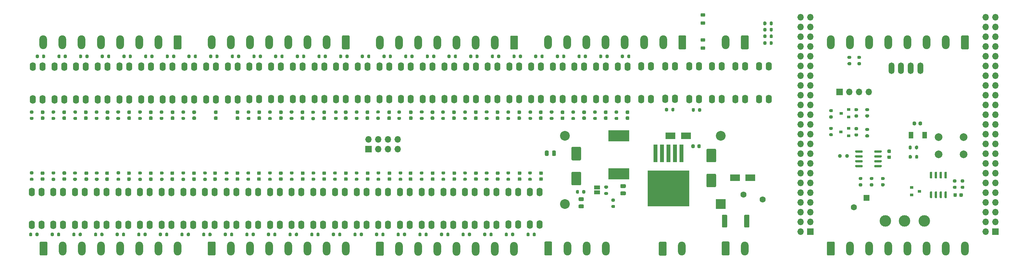
<source format=gbr>
%TF.GenerationSoftware,KiCad,Pcbnew,(5.1.12)-1*%
%TF.CreationDate,2021-12-06T16:24:31+01:00*%
%TF.ProjectId,boneIO_input board,626f6e65-494f-45f6-996e-70757420626f,rev?*%
%TF.SameCoordinates,Original*%
%TF.FileFunction,Soldermask,Top*%
%TF.FilePolarity,Negative*%
%FSLAX46Y46*%
G04 Gerber Fmt 4.6, Leading zero omitted, Abs format (unit mm)*
G04 Created by KiCad (PCBNEW (5.1.12)-1) date 2021-12-06 16:24:31*
%MOMM*%
%LPD*%
G01*
G04 APERTURE LIST*
%ADD10R,0.900000X0.800000*%
%ADD11C,3.000000*%
%ADD12O,1.500000X3.000000*%
%ADD13O,2.000000X3.600000*%
%ADD14O,1.600000X2.250000*%
%ADD15C,2.540000*%
%ADD16R,2.540000X2.540000*%
%ADD17O,1.700000X1.700000*%
%ADD18R,1.700000X1.700000*%
%ADD19R,1.500000X1.000000*%
%ADD20R,2.500000X1.800000*%
%ADD21C,1.000000*%
%ADD22C,1.600000*%
%ADD23R,1.600000X1.600000*%
%ADD24C,2.000000*%
%ADD25R,1.300000X1.700000*%
%ADD26R,5.400000X2.900000*%
%ADD27R,1.100000X4.600000*%
%ADD28R,10.800000X9.400000*%
G04 APERTURE END LIST*
%TO.C,R126*%
G36*
G01*
X229955000Y-80105000D02*
X230505000Y-80105000D01*
G75*
G02*
X230705000Y-80305000I0J-200000D01*
G01*
X230705000Y-80705000D01*
G75*
G02*
X230505000Y-80905000I-200000J0D01*
G01*
X229955000Y-80905000D01*
G75*
G02*
X229755000Y-80705000I0J200000D01*
G01*
X229755000Y-80305000D01*
G75*
G02*
X229955000Y-80105000I200000J0D01*
G01*
G37*
G36*
G01*
X229955000Y-78455000D02*
X230505000Y-78455000D01*
G75*
G02*
X230705000Y-78655000I0J-200000D01*
G01*
X230705000Y-79055000D01*
G75*
G02*
X230505000Y-79255000I-200000J0D01*
G01*
X229955000Y-79255000D01*
G75*
G02*
X229755000Y-79055000I0J200000D01*
G01*
X229755000Y-78655000D01*
G75*
G02*
X229955000Y-78455000I200000J0D01*
G01*
G37*
%TD*%
%TO.C,R125*%
G36*
G01*
X230505000Y-74625000D02*
X229955000Y-74625000D01*
G75*
G02*
X229755000Y-74425000I0J200000D01*
G01*
X229755000Y-74025000D01*
G75*
G02*
X229955000Y-73825000I200000J0D01*
G01*
X230505000Y-73825000D01*
G75*
G02*
X230705000Y-74025000I0J-200000D01*
G01*
X230705000Y-74425000D01*
G75*
G02*
X230505000Y-74625000I-200000J0D01*
G01*
G37*
G36*
G01*
X230505000Y-76275000D02*
X229955000Y-76275000D01*
G75*
G02*
X229755000Y-76075000I0J200000D01*
G01*
X229755000Y-75675000D01*
G75*
G02*
X229955000Y-75475000I200000J0D01*
G01*
X230505000Y-75475000D01*
G75*
G02*
X230705000Y-75675000I0J-200000D01*
G01*
X230705000Y-76075000D01*
G75*
G02*
X230505000Y-76275000I-200000J0D01*
G01*
G37*
%TD*%
%TO.C,R124*%
G36*
G01*
X236535000Y-80155000D02*
X237085000Y-80155000D01*
G75*
G02*
X237285000Y-80355000I0J-200000D01*
G01*
X237285000Y-80755000D01*
G75*
G02*
X237085000Y-80955000I-200000J0D01*
G01*
X236535000Y-80955000D01*
G75*
G02*
X236335000Y-80755000I0J200000D01*
G01*
X236335000Y-80355000D01*
G75*
G02*
X236535000Y-80155000I200000J0D01*
G01*
G37*
G36*
G01*
X236535000Y-78505000D02*
X237085000Y-78505000D01*
G75*
G02*
X237285000Y-78705000I0J-200000D01*
G01*
X237285000Y-79105000D01*
G75*
G02*
X237085000Y-79305000I-200000J0D01*
G01*
X236535000Y-79305000D01*
G75*
G02*
X236335000Y-79105000I0J200000D01*
G01*
X236335000Y-78705000D01*
G75*
G02*
X236535000Y-78505000I200000J0D01*
G01*
G37*
%TD*%
%TO.C,R123*%
G36*
G01*
X236515000Y-75230000D02*
X237065000Y-75230000D01*
G75*
G02*
X237265000Y-75430000I0J-200000D01*
G01*
X237265000Y-75830000D01*
G75*
G02*
X237065000Y-76030000I-200000J0D01*
G01*
X236515000Y-76030000D01*
G75*
G02*
X236315000Y-75830000I0J200000D01*
G01*
X236315000Y-75430000D01*
G75*
G02*
X236515000Y-75230000I200000J0D01*
G01*
G37*
G36*
G01*
X236515000Y-73580000D02*
X237065000Y-73580000D01*
G75*
G02*
X237265000Y-73780000I0J-200000D01*
G01*
X237265000Y-74180000D01*
G75*
G02*
X237065000Y-74380000I-200000J0D01*
G01*
X236515000Y-74380000D01*
G75*
G02*
X236315000Y-74180000I0J200000D01*
G01*
X236315000Y-73780000D01*
G75*
G02*
X236515000Y-73580000I200000J0D01*
G01*
G37*
%TD*%
%TO.C,R122*%
G36*
G01*
X239375000Y-80390000D02*
X239925000Y-80390000D01*
G75*
G02*
X240125000Y-80590000I0J-200000D01*
G01*
X240125000Y-80990000D01*
G75*
G02*
X239925000Y-81190000I-200000J0D01*
G01*
X239375000Y-81190000D01*
G75*
G02*
X239175000Y-80990000I0J200000D01*
G01*
X239175000Y-80590000D01*
G75*
G02*
X239375000Y-80390000I200000J0D01*
G01*
G37*
G36*
G01*
X239375000Y-78740000D02*
X239925000Y-78740000D01*
G75*
G02*
X240125000Y-78940000I0J-200000D01*
G01*
X240125000Y-79340000D01*
G75*
G02*
X239925000Y-79540000I-200000J0D01*
G01*
X239375000Y-79540000D01*
G75*
G02*
X239175000Y-79340000I0J200000D01*
G01*
X239175000Y-78940000D01*
G75*
G02*
X239375000Y-78740000I200000J0D01*
G01*
G37*
%TD*%
%TO.C,R121*%
G36*
G01*
X239925000Y-74360000D02*
X239375000Y-74360000D01*
G75*
G02*
X239175000Y-74160000I0J200000D01*
G01*
X239175000Y-73760000D01*
G75*
G02*
X239375000Y-73560000I200000J0D01*
G01*
X239925000Y-73560000D01*
G75*
G02*
X240125000Y-73760000I0J-200000D01*
G01*
X240125000Y-74160000D01*
G75*
G02*
X239925000Y-74360000I-200000J0D01*
G01*
G37*
G36*
G01*
X239925000Y-76010000D02*
X239375000Y-76010000D01*
G75*
G02*
X239175000Y-75810000I0J200000D01*
G01*
X239175000Y-75410000D01*
G75*
G02*
X239375000Y-75210000I200000J0D01*
G01*
X239925000Y-75210000D01*
G75*
G02*
X240125000Y-75410000I0J-200000D01*
G01*
X240125000Y-75810000D01*
G75*
G02*
X239925000Y-76010000I-200000J0D01*
G01*
G37*
%TD*%
D10*
%TO.C,Q2*%
X232830000Y-79790000D03*
X234830000Y-78840000D03*
X234830000Y-80740000D03*
%TD*%
%TO.C,Q1*%
X232860000Y-74900000D03*
X234860000Y-73950000D03*
X234860000Y-75850000D03*
%TD*%
%TO.C,U34*%
G36*
G01*
X236530000Y-85015000D02*
X236530000Y-84715000D01*
G75*
G02*
X236680000Y-84565000I150000J0D01*
G01*
X238330000Y-84565000D01*
G75*
G02*
X238480000Y-84715000I0J-150000D01*
G01*
X238480000Y-85015000D01*
G75*
G02*
X238330000Y-85165000I-150000J0D01*
G01*
X236680000Y-85165000D01*
G75*
G02*
X236530000Y-85015000I0J150000D01*
G01*
G37*
G36*
G01*
X236530000Y-86285000D02*
X236530000Y-85985000D01*
G75*
G02*
X236680000Y-85835000I150000J0D01*
G01*
X238330000Y-85835000D01*
G75*
G02*
X238480000Y-85985000I0J-150000D01*
G01*
X238480000Y-86285000D01*
G75*
G02*
X238330000Y-86435000I-150000J0D01*
G01*
X236680000Y-86435000D01*
G75*
G02*
X236530000Y-86285000I0J150000D01*
G01*
G37*
G36*
G01*
X236530000Y-87555000D02*
X236530000Y-87255000D01*
G75*
G02*
X236680000Y-87105000I150000J0D01*
G01*
X238330000Y-87105000D01*
G75*
G02*
X238480000Y-87255000I0J-150000D01*
G01*
X238480000Y-87555000D01*
G75*
G02*
X238330000Y-87705000I-150000J0D01*
G01*
X236680000Y-87705000D01*
G75*
G02*
X236530000Y-87555000I0J150000D01*
G01*
G37*
G36*
G01*
X236530000Y-88825000D02*
X236530000Y-88525000D01*
G75*
G02*
X236680000Y-88375000I150000J0D01*
G01*
X238330000Y-88375000D01*
G75*
G02*
X238480000Y-88525000I0J-150000D01*
G01*
X238480000Y-88825000D01*
G75*
G02*
X238330000Y-88975000I-150000J0D01*
G01*
X236680000Y-88975000D01*
G75*
G02*
X236530000Y-88825000I0J150000D01*
G01*
G37*
G36*
G01*
X241480000Y-88825000D02*
X241480000Y-88525000D01*
G75*
G02*
X241630000Y-88375000I150000J0D01*
G01*
X243280000Y-88375000D01*
G75*
G02*
X243430000Y-88525000I0J-150000D01*
G01*
X243430000Y-88825000D01*
G75*
G02*
X243280000Y-88975000I-150000J0D01*
G01*
X241630000Y-88975000D01*
G75*
G02*
X241480000Y-88825000I0J150000D01*
G01*
G37*
G36*
G01*
X241480000Y-87555000D02*
X241480000Y-87255000D01*
G75*
G02*
X241630000Y-87105000I150000J0D01*
G01*
X243280000Y-87105000D01*
G75*
G02*
X243430000Y-87255000I0J-150000D01*
G01*
X243430000Y-87555000D01*
G75*
G02*
X243280000Y-87705000I-150000J0D01*
G01*
X241630000Y-87705000D01*
G75*
G02*
X241480000Y-87555000I0J150000D01*
G01*
G37*
G36*
G01*
X241480000Y-86285000D02*
X241480000Y-85985000D01*
G75*
G02*
X241630000Y-85835000I150000J0D01*
G01*
X243280000Y-85835000D01*
G75*
G02*
X243430000Y-85985000I0J-150000D01*
G01*
X243430000Y-86285000D01*
G75*
G02*
X243280000Y-86435000I-150000J0D01*
G01*
X241630000Y-86435000D01*
G75*
G02*
X241480000Y-86285000I0J150000D01*
G01*
G37*
G36*
G01*
X241480000Y-85015000D02*
X241480000Y-84715000D01*
G75*
G02*
X241630000Y-84565000I150000J0D01*
G01*
X243280000Y-84565000D01*
G75*
G02*
X243430000Y-84715000I0J-150000D01*
G01*
X243430000Y-85015000D01*
G75*
G02*
X243280000Y-85165000I-150000J0D01*
G01*
X241630000Y-85165000D01*
G75*
G02*
X241480000Y-85015000I0J150000D01*
G01*
G37*
%TD*%
D11*
%TO.C,U61*%
X254550000Y-102980000D03*
D12*
X251000000Y-63190000D03*
D11*
X244360000Y-102980000D03*
D12*
X248480000Y-63190000D03*
X245970000Y-63190000D03*
X253570000Y-63190000D03*
D11*
X249430000Y-102980000D03*
%TD*%
%TO.C,C38*%
G36*
G01*
X245140000Y-85910000D02*
X245640000Y-85910000D01*
G75*
G02*
X245865000Y-86135000I0J-225000D01*
G01*
X245865000Y-86585000D01*
G75*
G02*
X245640000Y-86810000I-225000J0D01*
G01*
X245140000Y-86810000D01*
G75*
G02*
X244915000Y-86585000I0J225000D01*
G01*
X244915000Y-86135000D01*
G75*
G02*
X245140000Y-85910000I225000J0D01*
G01*
G37*
G36*
G01*
X245140000Y-84360000D02*
X245640000Y-84360000D01*
G75*
G02*
X245865000Y-84585000I0J-225000D01*
G01*
X245865000Y-85035000D01*
G75*
G02*
X245640000Y-85260000I-225000J0D01*
G01*
X245140000Y-85260000D01*
G75*
G02*
X244915000Y-85035000I0J225000D01*
G01*
X244915000Y-84585000D01*
G75*
G02*
X245140000Y-84360000I225000J0D01*
G01*
G37*
%TD*%
D13*
%TO.C,J4*%
X202750000Y-56420000D03*
G36*
G01*
X208750000Y-54870000D02*
X208750000Y-57970000D01*
G75*
G02*
X208500000Y-58220000I-250000J0D01*
G01*
X207000000Y-58220000D01*
G75*
G02*
X206750000Y-57970000I0J250000D01*
G01*
X206750000Y-54870000D01*
G75*
G02*
X207000000Y-54620000I250000J0D01*
G01*
X208500000Y-54620000D01*
G75*
G02*
X208750000Y-54870000I0J-250000D01*
G01*
G37*
%TD*%
%TO.C,L4*%
G36*
G01*
X197191250Y-49707500D02*
X196428750Y-49707500D01*
G75*
G02*
X196210000Y-49488750I0J218750D01*
G01*
X196210000Y-49051250D01*
G75*
G02*
X196428750Y-48832500I218750J0D01*
G01*
X197191250Y-48832500D01*
G75*
G02*
X197410000Y-49051250I0J-218750D01*
G01*
X197410000Y-49488750D01*
G75*
G02*
X197191250Y-49707500I-218750J0D01*
G01*
G37*
G36*
G01*
X197191250Y-51832500D02*
X196428750Y-51832500D01*
G75*
G02*
X196210000Y-51613750I0J218750D01*
G01*
X196210000Y-51176250D01*
G75*
G02*
X196428750Y-50957500I218750J0D01*
G01*
X197191250Y-50957500D01*
G75*
G02*
X197410000Y-51176250I0J-218750D01*
G01*
X197410000Y-51613750D01*
G75*
G02*
X197191250Y-51832500I-218750J0D01*
G01*
G37*
%TD*%
%TO.C,L3*%
G36*
G01*
X197191250Y-56245000D02*
X196428750Y-56245000D01*
G75*
G02*
X196210000Y-56026250I0J218750D01*
G01*
X196210000Y-55588750D01*
G75*
G02*
X196428750Y-55370000I218750J0D01*
G01*
X197191250Y-55370000D01*
G75*
G02*
X197410000Y-55588750I0J-218750D01*
G01*
X197410000Y-56026250D01*
G75*
G02*
X197191250Y-56245000I-218750J0D01*
G01*
G37*
G36*
G01*
X197191250Y-58370000D02*
X196428750Y-58370000D01*
G75*
G02*
X196210000Y-58151250I0J218750D01*
G01*
X196210000Y-57713750D01*
G75*
G02*
X196428750Y-57495000I218750J0D01*
G01*
X197191250Y-57495000D01*
G75*
G02*
X197410000Y-57713750I0J-218750D01*
G01*
X197410000Y-58151250D01*
G75*
G02*
X197191250Y-58370000I-218750J0D01*
G01*
G37*
%TD*%
D14*
%TO.C,U59*%
X207790000Y-71190000D03*
X205250000Y-71190000D03*
X205250000Y-62690000D03*
X207790000Y-62690000D03*
%TD*%
%TO.C,U60*%
X211450000Y-62690000D03*
X213990000Y-62690000D03*
X213990000Y-71190000D03*
X211450000Y-71190000D03*
%TD*%
%TO.C,U57*%
X193230000Y-62680000D03*
X195770000Y-62680000D03*
X195770000Y-71180000D03*
X193230000Y-71180000D03*
%TD*%
%TO.C,U51*%
X180750000Y-62690000D03*
X183290000Y-62690000D03*
X183290000Y-71190000D03*
X180750000Y-71190000D03*
%TD*%
%TO.C,U56*%
X81110000Y-71250000D03*
X78570000Y-71250000D03*
X78570000Y-62750000D03*
X81110000Y-62750000D03*
%TD*%
%TO.C,U55*%
X86760000Y-71250000D03*
X84220000Y-71250000D03*
X84220000Y-62750000D03*
X86760000Y-62750000D03*
%TD*%
%TO.C,U54*%
X92400000Y-71250000D03*
X89860000Y-71250000D03*
X89860000Y-62750000D03*
X92400000Y-62750000D03*
%TD*%
%TO.C,U53*%
X98050000Y-71250000D03*
X95510000Y-71250000D03*
X95510000Y-62750000D03*
X98050000Y-62750000D03*
%TD*%
%TO.C,U58*%
X201760000Y-71190000D03*
X199220000Y-71190000D03*
X199220000Y-62690000D03*
X201760000Y-62690000D03*
%TD*%
%TO.C,U52*%
X189530000Y-71170000D03*
X186990000Y-71170000D03*
X186990000Y-62670000D03*
X189530000Y-62670000D03*
%TD*%
%TO.C,U50*%
X103690000Y-71245000D03*
X101150000Y-71245000D03*
X101150000Y-62745000D03*
X103690000Y-62745000D03*
%TD*%
%TO.C,U49*%
X109340000Y-71245000D03*
X106800000Y-71245000D03*
X106800000Y-62745000D03*
X109340000Y-62745000D03*
%TD*%
%TO.C,U48*%
X114990000Y-71245000D03*
X112450000Y-71245000D03*
X112450000Y-62745000D03*
X114990000Y-62745000D03*
%TD*%
%TO.C,U47*%
X120640000Y-71245000D03*
X118100000Y-71245000D03*
X118100000Y-62745000D03*
X120640000Y-62745000D03*
%TD*%
%TO.C,U46*%
X126295000Y-71240000D03*
X123755000Y-71240000D03*
X123755000Y-62740000D03*
X126295000Y-62740000D03*
%TD*%
%TO.C,U45*%
X131945000Y-71240000D03*
X129405000Y-71240000D03*
X129405000Y-62740000D03*
X131945000Y-62740000D03*
%TD*%
%TO.C,U44*%
X137600000Y-71240000D03*
X135060000Y-71240000D03*
X135060000Y-62740000D03*
X137600000Y-62740000D03*
%TD*%
%TO.C,U43*%
X143250000Y-71235000D03*
X140710000Y-71235000D03*
X140710000Y-62735000D03*
X143250000Y-62735000D03*
%TD*%
%TO.C,U42*%
X148900000Y-71235000D03*
X146360000Y-71235000D03*
X146360000Y-62735000D03*
X148900000Y-62735000D03*
%TD*%
%TO.C,U41*%
X154550000Y-71235000D03*
X152010000Y-71235000D03*
X152010000Y-62735000D03*
X154550000Y-62735000D03*
%TD*%
%TO.C,U40*%
X160200000Y-71235000D03*
X157660000Y-71235000D03*
X157660000Y-62735000D03*
X160200000Y-62735000D03*
%TD*%
%TO.C,U39*%
X165850000Y-71235000D03*
X163310000Y-71235000D03*
X163310000Y-62735000D03*
X165850000Y-62735000D03*
%TD*%
%TO.C,U38*%
X171500000Y-71235000D03*
X168960000Y-71235000D03*
X168960000Y-62735000D03*
X171500000Y-62735000D03*
%TD*%
%TO.C,U37*%
X177150000Y-71230000D03*
X174610000Y-71230000D03*
X174610000Y-62730000D03*
X177150000Y-62730000D03*
%TD*%
%TO.C,U36*%
X151720000Y-95430000D03*
X154260000Y-95430000D03*
X154260000Y-103930000D03*
X151720000Y-103930000D03*
%TD*%
%TO.C,U35*%
X146070000Y-95430000D03*
X148610000Y-95430000D03*
X148610000Y-103930000D03*
X146070000Y-103930000D03*
%TD*%
%TO.C,U33*%
X140420000Y-95440000D03*
X142960000Y-95440000D03*
X142960000Y-103940000D03*
X140420000Y-103940000D03*
%TD*%
%TO.C,U32*%
X134770000Y-95440000D03*
X137310000Y-95440000D03*
X137310000Y-103940000D03*
X134770000Y-103940000D03*
%TD*%
%TO.C,U31*%
X129120000Y-95440000D03*
X131660000Y-95440000D03*
X131660000Y-103940000D03*
X129120000Y-103940000D03*
%TD*%
%TO.C,U30*%
X123470000Y-95450000D03*
X126010000Y-95450000D03*
X126010000Y-103950000D03*
X123470000Y-103950000D03*
%TD*%
%TO.C,U29*%
X117820000Y-95445000D03*
X120360000Y-95445000D03*
X120360000Y-103945000D03*
X117820000Y-103945000D03*
%TD*%
%TO.C,U28*%
X112170000Y-95445000D03*
X114710000Y-95445000D03*
X114710000Y-103945000D03*
X112170000Y-103945000D03*
%TD*%
%TO.C,U27*%
X106520000Y-95445000D03*
X109060000Y-95445000D03*
X109060000Y-103945000D03*
X106520000Y-103945000D03*
%TD*%
%TO.C,U26*%
X100870000Y-95445000D03*
X103410000Y-95445000D03*
X103410000Y-103945000D03*
X100870000Y-103945000D03*
%TD*%
%TO.C,U25*%
X78270000Y-95445000D03*
X80810000Y-95445000D03*
X80810000Y-103945000D03*
X78270000Y-103945000D03*
%TD*%
%TO.C,U24*%
X72620000Y-95445000D03*
X75160000Y-95445000D03*
X75160000Y-103945000D03*
X72620000Y-103945000D03*
%TD*%
%TO.C,U23*%
X66970000Y-95445000D03*
X69510000Y-95445000D03*
X69510000Y-103945000D03*
X66970000Y-103945000D03*
%TD*%
%TO.C,U22*%
X61320000Y-95445000D03*
X63860000Y-95445000D03*
X63860000Y-103945000D03*
X61320000Y-103945000D03*
%TD*%
%TO.C,U21*%
X55670000Y-95445000D03*
X58210000Y-95445000D03*
X58210000Y-103945000D03*
X55670000Y-103945000D03*
%TD*%
%TO.C,U20*%
X95220000Y-95445000D03*
X97760000Y-95445000D03*
X97760000Y-103945000D03*
X95220000Y-103945000D03*
%TD*%
%TO.C,U19*%
X89570000Y-95445000D03*
X92110000Y-95445000D03*
X92110000Y-103945000D03*
X89570000Y-103945000D03*
%TD*%
%TO.C,U18*%
X83920000Y-95445000D03*
X86460000Y-95445000D03*
X86460000Y-103945000D03*
X83920000Y-103945000D03*
%TD*%
%TO.C,U17*%
X50020000Y-95470000D03*
X52560000Y-95470000D03*
X52560000Y-103970000D03*
X50020000Y-103970000D03*
%TD*%
%TO.C,U16*%
X44370000Y-95465000D03*
X46910000Y-95465000D03*
X46910000Y-103965000D03*
X44370000Y-103965000D03*
%TD*%
%TO.C,U15*%
X38720000Y-95465000D03*
X41260000Y-95465000D03*
X41260000Y-103965000D03*
X38720000Y-103965000D03*
%TD*%
%TO.C,U14*%
X33070000Y-95465000D03*
X35610000Y-95465000D03*
X35610000Y-103965000D03*
X33070000Y-103965000D03*
%TD*%
%TO.C,U13*%
X27420000Y-95465000D03*
X29960000Y-95465000D03*
X29960000Y-103965000D03*
X27420000Y-103965000D03*
%TD*%
%TO.C,U12*%
X21770000Y-95465000D03*
X24310000Y-95465000D03*
X24310000Y-103965000D03*
X21770000Y-103965000D03*
%TD*%
%TO.C,U11*%
X24600000Y-71265000D03*
X22060000Y-71265000D03*
X22060000Y-62765000D03*
X24600000Y-62765000D03*
%TD*%
%TO.C,U10*%
X30250000Y-71265000D03*
X27710000Y-71265000D03*
X27710000Y-62765000D03*
X30250000Y-62765000D03*
%TD*%
%TO.C,U8*%
X35900000Y-71265000D03*
X33360000Y-71265000D03*
X33360000Y-62765000D03*
X35900000Y-62765000D03*
%TD*%
%TO.C,U7*%
X41550000Y-71265000D03*
X39010000Y-71265000D03*
X39010000Y-62765000D03*
X41550000Y-62765000D03*
%TD*%
%TO.C,U6*%
X47200000Y-71265000D03*
X44660000Y-71265000D03*
X44660000Y-62765000D03*
X47200000Y-62765000D03*
%TD*%
%TO.C,U5*%
X52850000Y-71265000D03*
X50310000Y-71265000D03*
X50310000Y-62765000D03*
X52850000Y-62765000D03*
%TD*%
%TO.C,U4*%
X58500000Y-71265000D03*
X55960000Y-71265000D03*
X55960000Y-62765000D03*
X58500000Y-62765000D03*
%TD*%
%TO.C,U3*%
X64150000Y-71265000D03*
X61610000Y-71265000D03*
X61610000Y-62765000D03*
X64150000Y-62765000D03*
%TD*%
%TO.C,U2*%
X69800000Y-71265000D03*
X67260000Y-71265000D03*
X67260000Y-62765000D03*
X69800000Y-62765000D03*
%TD*%
%TO.C,U1*%
X75450000Y-71265000D03*
X72910000Y-71265000D03*
X72910000Y-62765000D03*
X75450000Y-62765000D03*
%TD*%
%TO.C,R112*%
G36*
G01*
X213380000Y-56335000D02*
X213380000Y-56885000D01*
G75*
G02*
X213180000Y-57085000I-200000J0D01*
G01*
X212780000Y-57085000D01*
G75*
G02*
X212580000Y-56885000I0J200000D01*
G01*
X212580000Y-56335000D01*
G75*
G02*
X212780000Y-56135000I200000J0D01*
G01*
X213180000Y-56135000D01*
G75*
G02*
X213380000Y-56335000I0J-200000D01*
G01*
G37*
G36*
G01*
X215030000Y-56335000D02*
X215030000Y-56885000D01*
G75*
G02*
X214830000Y-57085000I-200000J0D01*
G01*
X214430000Y-57085000D01*
G75*
G02*
X214230000Y-56885000I0J200000D01*
G01*
X214230000Y-56335000D01*
G75*
G02*
X214430000Y-56135000I200000J0D01*
G01*
X214830000Y-56135000D01*
G75*
G02*
X215030000Y-56335000I0J-200000D01*
G01*
G37*
%TD*%
%TO.C,R111*%
G36*
G01*
X195565000Y-74295000D02*
X195565000Y-73745000D01*
G75*
G02*
X195765000Y-73545000I200000J0D01*
G01*
X196165000Y-73545000D01*
G75*
G02*
X196365000Y-73745000I0J-200000D01*
G01*
X196365000Y-74295000D01*
G75*
G02*
X196165000Y-74495000I-200000J0D01*
G01*
X195765000Y-74495000D01*
G75*
G02*
X195565000Y-74295000I0J200000D01*
G01*
G37*
G36*
G01*
X193915000Y-74295000D02*
X193915000Y-73745000D01*
G75*
G02*
X194115000Y-73545000I200000J0D01*
G01*
X194515000Y-73545000D01*
G75*
G02*
X194715000Y-73745000I0J-200000D01*
G01*
X194715000Y-74295000D01*
G75*
G02*
X194515000Y-74495000I-200000J0D01*
G01*
X194115000Y-74495000D01*
G75*
G02*
X193915000Y-74295000I0J200000D01*
G01*
G37*
%TD*%
%TO.C,R110*%
G36*
G01*
X213370000Y-51215000D02*
X213370000Y-51765000D01*
G75*
G02*
X213170000Y-51965000I-200000J0D01*
G01*
X212770000Y-51965000D01*
G75*
G02*
X212570000Y-51765000I0J200000D01*
G01*
X212570000Y-51215000D01*
G75*
G02*
X212770000Y-51015000I200000J0D01*
G01*
X213170000Y-51015000D01*
G75*
G02*
X213370000Y-51215000I0J-200000D01*
G01*
G37*
G36*
G01*
X215020000Y-51215000D02*
X215020000Y-51765000D01*
G75*
G02*
X214820000Y-51965000I-200000J0D01*
G01*
X214420000Y-51965000D01*
G75*
G02*
X214220000Y-51765000I0J200000D01*
G01*
X214220000Y-51215000D01*
G75*
G02*
X214420000Y-51015000I200000J0D01*
G01*
X214820000Y-51015000D01*
G75*
G02*
X215020000Y-51215000I0J-200000D01*
G01*
G37*
%TD*%
%TO.C,R109*%
G36*
G01*
X187735000Y-73685000D02*
X187735000Y-74235000D01*
G75*
G02*
X187535000Y-74435000I-200000J0D01*
G01*
X187135000Y-74435000D01*
G75*
G02*
X186935000Y-74235000I0J200000D01*
G01*
X186935000Y-73685000D01*
G75*
G02*
X187135000Y-73485000I200000J0D01*
G01*
X187535000Y-73485000D01*
G75*
G02*
X187735000Y-73685000I0J-200000D01*
G01*
G37*
G36*
G01*
X189385000Y-73685000D02*
X189385000Y-74235000D01*
G75*
G02*
X189185000Y-74435000I-200000J0D01*
G01*
X188785000Y-74435000D01*
G75*
G02*
X188585000Y-74235000I0J200000D01*
G01*
X188585000Y-73685000D01*
G75*
G02*
X188785000Y-73485000I200000J0D01*
G01*
X189185000Y-73485000D01*
G75*
G02*
X189385000Y-73685000I0J-200000D01*
G01*
G37*
%TD*%
%TO.C,R104*%
G36*
G01*
X213385000Y-54585000D02*
X213385000Y-55135000D01*
G75*
G02*
X213185000Y-55335000I-200000J0D01*
G01*
X212785000Y-55335000D01*
G75*
G02*
X212585000Y-55135000I0J200000D01*
G01*
X212585000Y-54585000D01*
G75*
G02*
X212785000Y-54385000I200000J0D01*
G01*
X213185000Y-54385000D01*
G75*
G02*
X213385000Y-54585000I0J-200000D01*
G01*
G37*
G36*
G01*
X215035000Y-54585000D02*
X215035000Y-55135000D01*
G75*
G02*
X214835000Y-55335000I-200000J0D01*
G01*
X214435000Y-55335000D01*
G75*
G02*
X214235000Y-55135000I0J200000D01*
G01*
X214235000Y-54585000D01*
G75*
G02*
X214435000Y-54385000I200000J0D01*
G01*
X214835000Y-54385000D01*
G75*
G02*
X215035000Y-54585000I0J-200000D01*
G01*
G37*
%TD*%
%TO.C,R103*%
G36*
G01*
X213385000Y-52855000D02*
X213385000Y-53405000D01*
G75*
G02*
X213185000Y-53605000I-200000J0D01*
G01*
X212785000Y-53605000D01*
G75*
G02*
X212585000Y-53405000I0J200000D01*
G01*
X212585000Y-52855000D01*
G75*
G02*
X212785000Y-52655000I200000J0D01*
G01*
X213185000Y-52655000D01*
G75*
G02*
X213385000Y-52855000I0J-200000D01*
G01*
G37*
G36*
G01*
X215035000Y-52855000D02*
X215035000Y-53405000D01*
G75*
G02*
X214835000Y-53605000I-200000J0D01*
G01*
X214435000Y-53605000D01*
G75*
G02*
X214235000Y-53405000I0J200000D01*
G01*
X214235000Y-52855000D01*
G75*
G02*
X214435000Y-52655000I200000J0D01*
G01*
X214835000Y-52655000D01*
G75*
G02*
X215035000Y-52855000I0J-200000D01*
G01*
G37*
%TD*%
D15*
%TO.C,REF\u002A\u002A*%
X160820000Y-80750000D03*
X160820000Y-98530000D03*
X201460000Y-80750000D03*
D16*
X201460000Y-98530000D03*
%TD*%
D13*
%TO.C,J8*%
X142575000Y-110225000D03*
G36*
G01*
X111575000Y-111775000D02*
X111575000Y-108675000D01*
G75*
G02*
X111825000Y-108425000I250000J0D01*
G01*
X113325000Y-108425000D01*
G75*
G02*
X113575000Y-108675000I0J-250000D01*
G01*
X113575000Y-111775000D01*
G75*
G02*
X113325000Y-112025000I-250000J0D01*
G01*
X111825000Y-112025000D01*
G75*
G02*
X111575000Y-111775000I0J250000D01*
G01*
G37*
X122575000Y-110225000D03*
X137575000Y-110225000D03*
X117575000Y-110225000D03*
X127575000Y-110225000D03*
X147575000Y-110225000D03*
X132575000Y-110225000D03*
%TD*%
%TO.C,R75*%
G36*
G01*
X159270544Y-59810000D02*
X159270544Y-60360000D01*
G75*
G02*
X159070544Y-60560000I-200000J0D01*
G01*
X158670544Y-60560000D01*
G75*
G02*
X158470544Y-60360000I0J200000D01*
G01*
X158470544Y-59810000D01*
G75*
G02*
X158670544Y-59610000I200000J0D01*
G01*
X159070544Y-59610000D01*
G75*
G02*
X159270544Y-59810000I0J-200000D01*
G01*
G37*
G36*
G01*
X160920544Y-59810000D02*
X160920544Y-60360000D01*
G75*
G02*
X160720544Y-60560000I-200000J0D01*
G01*
X160320544Y-60560000D01*
G75*
G02*
X160120544Y-60360000I0J200000D01*
G01*
X160120544Y-59810000D01*
G75*
G02*
X160320544Y-59610000I200000J0D01*
G01*
X160720544Y-59610000D01*
G75*
G02*
X160920544Y-59810000I0J-200000D01*
G01*
G37*
%TD*%
D17*
%TO.C,J13*%
X117260000Y-81750000D03*
X117260000Y-84290000D03*
X114720000Y-81750000D03*
X114720000Y-84290000D03*
X112180000Y-81750000D03*
X112180000Y-84290000D03*
X109640000Y-81750000D03*
D18*
X109640000Y-84290000D03*
%TD*%
D19*
%TO.C,JP1*%
X169230000Y-94210000D03*
X169230000Y-95510000D03*
%TD*%
D18*
%TO.C,J11*%
X273095000Y-105785000D03*
D17*
X270555000Y-105785000D03*
X273095000Y-103245000D03*
X270555000Y-103245000D03*
X273095000Y-100705000D03*
X270555000Y-100705000D03*
X273095000Y-98165000D03*
X270555000Y-98165000D03*
X273095000Y-95625000D03*
X270555000Y-95625000D03*
X273095000Y-93085000D03*
X270555000Y-93085000D03*
X273095000Y-90545000D03*
X270555000Y-90545000D03*
X273095000Y-88005000D03*
X270555000Y-88005000D03*
X273095000Y-85465000D03*
X270555000Y-85465000D03*
X273095000Y-82925000D03*
X270555000Y-82925000D03*
X273095000Y-80385000D03*
X270555000Y-80385000D03*
X273095000Y-77845000D03*
X270555000Y-77845000D03*
X273095000Y-75305000D03*
X270555000Y-75305000D03*
X273095000Y-72765000D03*
X270555000Y-72765000D03*
X273095000Y-70225000D03*
X270555000Y-70225000D03*
X273095000Y-67685000D03*
X270555000Y-67685000D03*
X273095000Y-65145000D03*
X270555000Y-65145000D03*
X273095000Y-62605000D03*
X270555000Y-62605000D03*
X273095000Y-60065000D03*
X270555000Y-60065000D03*
X273095000Y-57525000D03*
X270555000Y-57525000D03*
X273095000Y-54985000D03*
X270555000Y-54985000D03*
X273095000Y-52445000D03*
X270555000Y-52445000D03*
X273095000Y-49905000D03*
X270555000Y-49905000D03*
%TD*%
%TO.C,J12*%
X222295000Y-49910000D03*
X224835000Y-49910000D03*
X222295000Y-52450000D03*
X224835000Y-52450000D03*
X222295000Y-54990000D03*
X224835000Y-54990000D03*
X222295000Y-57530000D03*
X224835000Y-57530000D03*
X222295000Y-60070000D03*
X224835000Y-60070000D03*
X222295000Y-62610000D03*
X224835000Y-62610000D03*
X222295000Y-65150000D03*
X224835000Y-65150000D03*
X222295000Y-67690000D03*
X224835000Y-67690000D03*
X222295000Y-70230000D03*
X224835000Y-70230000D03*
X222295000Y-72770000D03*
X224835000Y-72770000D03*
X222295000Y-75310000D03*
X224835000Y-75310000D03*
X222295000Y-77850000D03*
X224835000Y-77850000D03*
X222295000Y-80390000D03*
X224835000Y-80390000D03*
X222295000Y-82930000D03*
X224835000Y-82930000D03*
X222295000Y-85470000D03*
X224835000Y-85470000D03*
X222295000Y-88010000D03*
X224835000Y-88010000D03*
X222295000Y-90550000D03*
X224835000Y-90550000D03*
X222295000Y-93090000D03*
X224835000Y-93090000D03*
X222295000Y-95630000D03*
X224835000Y-95630000D03*
X222295000Y-98170000D03*
X224835000Y-98170000D03*
X222295000Y-100710000D03*
X224835000Y-100710000D03*
X222295000Y-103250000D03*
X224835000Y-103250000D03*
X222295000Y-105790000D03*
D18*
X224835000Y-105790000D03*
%TD*%
D13*
%TO.C,VDD1*%
X207735000Y-110140000D03*
G36*
G01*
X201735000Y-111690000D02*
X201735000Y-108590000D01*
G75*
G02*
X201985000Y-108340000I250000J0D01*
G01*
X203485000Y-108340000D01*
G75*
G02*
X203735000Y-108590000I0J-250000D01*
G01*
X203735000Y-111690000D01*
G75*
G02*
X203485000Y-111940000I-250000J0D01*
G01*
X201985000Y-111940000D01*
G75*
G02*
X201735000Y-111690000I0J250000D01*
G01*
G37*
%TD*%
D20*
%TO.C,D2*%
X192370000Y-80790000D03*
X188370000Y-80790000D03*
%TD*%
%TO.C,R114*%
G36*
G01*
X89255000Y-75840000D02*
X89805000Y-75840000D01*
G75*
G02*
X90005000Y-76040000I0J-200000D01*
G01*
X90005000Y-76440000D01*
G75*
G02*
X89805000Y-76640000I-200000J0D01*
G01*
X89255000Y-76640000D01*
G75*
G02*
X89055000Y-76440000I0J200000D01*
G01*
X89055000Y-76040000D01*
G75*
G02*
X89255000Y-75840000I200000J0D01*
G01*
G37*
G36*
G01*
X89255000Y-74190000D02*
X89805000Y-74190000D01*
G75*
G02*
X90005000Y-74390000I0J-200000D01*
G01*
X90005000Y-74790000D01*
G75*
G02*
X89805000Y-74990000I-200000J0D01*
G01*
X89255000Y-74990000D01*
G75*
G02*
X89055000Y-74790000I0J200000D01*
G01*
X89055000Y-74390000D01*
G75*
G02*
X89255000Y-74190000I200000J0D01*
G01*
G37*
%TD*%
%TO.C,R115*%
G36*
G01*
X83625000Y-75870000D02*
X84175000Y-75870000D01*
G75*
G02*
X84375000Y-76070000I0J-200000D01*
G01*
X84375000Y-76470000D01*
G75*
G02*
X84175000Y-76670000I-200000J0D01*
G01*
X83625000Y-76670000D01*
G75*
G02*
X83425000Y-76470000I0J200000D01*
G01*
X83425000Y-76070000D01*
G75*
G02*
X83625000Y-75870000I200000J0D01*
G01*
G37*
G36*
G01*
X83625000Y-74220000D02*
X84175000Y-74220000D01*
G75*
G02*
X84375000Y-74420000I0J-200000D01*
G01*
X84375000Y-74820000D01*
G75*
G02*
X84175000Y-75020000I-200000J0D01*
G01*
X83625000Y-75020000D01*
G75*
G02*
X83425000Y-74820000I0J200000D01*
G01*
X83425000Y-74420000D01*
G75*
G02*
X83625000Y-74220000I200000J0D01*
G01*
G37*
%TD*%
%TO.C,R116*%
G36*
G01*
X78065000Y-75840000D02*
X78615000Y-75840000D01*
G75*
G02*
X78815000Y-76040000I0J-200000D01*
G01*
X78815000Y-76440000D01*
G75*
G02*
X78615000Y-76640000I-200000J0D01*
G01*
X78065000Y-76640000D01*
G75*
G02*
X77865000Y-76440000I0J200000D01*
G01*
X77865000Y-76040000D01*
G75*
G02*
X78065000Y-75840000I200000J0D01*
G01*
G37*
G36*
G01*
X78065000Y-74190000D02*
X78615000Y-74190000D01*
G75*
G02*
X78815000Y-74390000I0J-200000D01*
G01*
X78815000Y-74790000D01*
G75*
G02*
X78615000Y-74990000I-200000J0D01*
G01*
X78065000Y-74990000D01*
G75*
G02*
X77865000Y-74790000I0J200000D01*
G01*
X77865000Y-74390000D01*
G75*
G02*
X78065000Y-74190000I200000J0D01*
G01*
G37*
%TD*%
%TO.C,R80*%
G36*
G01*
X151995000Y-90855000D02*
X151445000Y-90855000D01*
G75*
G02*
X151245000Y-90655000I0J200000D01*
G01*
X151245000Y-90255000D01*
G75*
G02*
X151445000Y-90055000I200000J0D01*
G01*
X151995000Y-90055000D01*
G75*
G02*
X152195000Y-90255000I0J-200000D01*
G01*
X152195000Y-90655000D01*
G75*
G02*
X151995000Y-90855000I-200000J0D01*
G01*
G37*
G36*
G01*
X151995000Y-92505000D02*
X151445000Y-92505000D01*
G75*
G02*
X151245000Y-92305000I0J200000D01*
G01*
X151245000Y-91905000D01*
G75*
G02*
X151445000Y-91705000I200000J0D01*
G01*
X151995000Y-91705000D01*
G75*
G02*
X152195000Y-91905000I0J-200000D01*
G01*
X152195000Y-92305000D01*
G75*
G02*
X151995000Y-92505000I-200000J0D01*
G01*
G37*
%TD*%
%TO.C,R106*%
G36*
G01*
X91452772Y-59810000D02*
X91452772Y-60360000D01*
G75*
G02*
X91252772Y-60560000I-200000J0D01*
G01*
X90852772Y-60560000D01*
G75*
G02*
X90652772Y-60360000I0J200000D01*
G01*
X90652772Y-59810000D01*
G75*
G02*
X90852772Y-59610000I200000J0D01*
G01*
X91252772Y-59610000D01*
G75*
G02*
X91452772Y-59810000I0J-200000D01*
G01*
G37*
G36*
G01*
X93102772Y-59810000D02*
X93102772Y-60360000D01*
G75*
G02*
X92902772Y-60560000I-200000J0D01*
G01*
X92502772Y-60560000D01*
G75*
G02*
X92302772Y-60360000I0J200000D01*
G01*
X92302772Y-59810000D01*
G75*
G02*
X92502772Y-59610000I200000J0D01*
G01*
X92902772Y-59610000D01*
G75*
G02*
X93102772Y-59810000I0J-200000D01*
G01*
G37*
%TD*%
%TO.C,R107*%
G36*
G01*
X85801291Y-59810000D02*
X85801291Y-60360000D01*
G75*
G02*
X85601291Y-60560000I-200000J0D01*
G01*
X85201291Y-60560000D01*
G75*
G02*
X85001291Y-60360000I0J200000D01*
G01*
X85001291Y-59810000D01*
G75*
G02*
X85201291Y-59610000I200000J0D01*
G01*
X85601291Y-59610000D01*
G75*
G02*
X85801291Y-59810000I0J-200000D01*
G01*
G37*
G36*
G01*
X87451291Y-59810000D02*
X87451291Y-60360000D01*
G75*
G02*
X87251291Y-60560000I-200000J0D01*
G01*
X86851291Y-60560000D01*
G75*
G02*
X86651291Y-60360000I0J200000D01*
G01*
X86651291Y-59810000D01*
G75*
G02*
X86851291Y-59610000I200000J0D01*
G01*
X87251291Y-59610000D01*
G75*
G02*
X87451291Y-59810000I0J-200000D01*
G01*
G37*
%TD*%
%TO.C,R108*%
G36*
G01*
X80149810Y-59810000D02*
X80149810Y-60360000D01*
G75*
G02*
X79949810Y-60560000I-200000J0D01*
G01*
X79549810Y-60560000D01*
G75*
G02*
X79349810Y-60360000I0J200000D01*
G01*
X79349810Y-59810000D01*
G75*
G02*
X79549810Y-59610000I200000J0D01*
G01*
X79949810Y-59610000D01*
G75*
G02*
X80149810Y-59810000I0J-200000D01*
G01*
G37*
G36*
G01*
X81799810Y-59810000D02*
X81799810Y-60360000D01*
G75*
G02*
X81599810Y-60560000I-200000J0D01*
G01*
X81199810Y-60560000D01*
G75*
G02*
X80999810Y-60360000I0J200000D01*
G01*
X80999810Y-59810000D01*
G75*
G02*
X81199810Y-59610000I200000J0D01*
G01*
X81599810Y-59610000D01*
G75*
G02*
X81799810Y-59810000I0J-200000D01*
G01*
G37*
%TD*%
%TO.C,R71*%
G36*
G01*
X152445000Y-106780000D02*
X152445000Y-106230000D01*
G75*
G02*
X152645000Y-106030000I200000J0D01*
G01*
X153045000Y-106030000D01*
G75*
G02*
X153245000Y-106230000I0J-200000D01*
G01*
X153245000Y-106780000D01*
G75*
G02*
X153045000Y-106980000I-200000J0D01*
G01*
X152645000Y-106980000D01*
G75*
G02*
X152445000Y-106780000I0J200000D01*
G01*
G37*
G36*
G01*
X150795000Y-106780000D02*
X150795000Y-106230000D01*
G75*
G02*
X150995000Y-106030000I200000J0D01*
G01*
X151395000Y-106030000D01*
G75*
G02*
X151595000Y-106230000I0J-200000D01*
G01*
X151595000Y-106780000D01*
G75*
G02*
X151395000Y-106980000I-200000J0D01*
G01*
X150995000Y-106980000D01*
G75*
G02*
X150795000Y-106780000I0J200000D01*
G01*
G37*
%TD*%
%TO.C,R95*%
G36*
G01*
X140145000Y-75830000D02*
X140695000Y-75830000D01*
G75*
G02*
X140895000Y-76030000I0J-200000D01*
G01*
X140895000Y-76430000D01*
G75*
G02*
X140695000Y-76630000I-200000J0D01*
G01*
X140145000Y-76630000D01*
G75*
G02*
X139945000Y-76430000I0J200000D01*
G01*
X139945000Y-76030000D01*
G75*
G02*
X140145000Y-75830000I200000J0D01*
G01*
G37*
G36*
G01*
X140145000Y-74180000D02*
X140695000Y-74180000D01*
G75*
G02*
X140895000Y-74380000I0J-200000D01*
G01*
X140895000Y-74780000D01*
G75*
G02*
X140695000Y-74980000I-200000J0D01*
G01*
X140145000Y-74980000D01*
G75*
G02*
X139945000Y-74780000I0J200000D01*
G01*
X139945000Y-74380000D01*
G75*
G02*
X140145000Y-74180000I200000J0D01*
G01*
G37*
%TD*%
%TO.C,R99*%
G36*
G01*
X117345000Y-75835000D02*
X117895000Y-75835000D01*
G75*
G02*
X118095000Y-76035000I0J-200000D01*
G01*
X118095000Y-76435000D01*
G75*
G02*
X117895000Y-76635000I-200000J0D01*
G01*
X117345000Y-76635000D01*
G75*
G02*
X117145000Y-76435000I0J200000D01*
G01*
X117145000Y-76035000D01*
G75*
G02*
X117345000Y-75835000I200000J0D01*
G01*
G37*
G36*
G01*
X117345000Y-74185000D02*
X117895000Y-74185000D01*
G75*
G02*
X118095000Y-74385000I0J-200000D01*
G01*
X118095000Y-74785000D01*
G75*
G02*
X117895000Y-74985000I-200000J0D01*
G01*
X117345000Y-74985000D01*
G75*
G02*
X117145000Y-74785000I0J200000D01*
G01*
X117145000Y-74385000D01*
G75*
G02*
X117345000Y-74185000I200000J0D01*
G01*
G37*
%TD*%
%TO.C,R63*%
G36*
G01*
X118225000Y-90855000D02*
X117675000Y-90855000D01*
G75*
G02*
X117475000Y-90655000I0J200000D01*
G01*
X117475000Y-90255000D01*
G75*
G02*
X117675000Y-90055000I200000J0D01*
G01*
X118225000Y-90055000D01*
G75*
G02*
X118425000Y-90255000I0J-200000D01*
G01*
X118425000Y-90655000D01*
G75*
G02*
X118225000Y-90855000I-200000J0D01*
G01*
G37*
G36*
G01*
X118225000Y-92505000D02*
X117675000Y-92505000D01*
G75*
G02*
X117475000Y-92305000I0J200000D01*
G01*
X117475000Y-91905000D01*
G75*
G02*
X117675000Y-91705000I200000J0D01*
G01*
X118225000Y-91705000D01*
G75*
G02*
X118425000Y-91905000I0J-200000D01*
G01*
X118425000Y-92305000D01*
G75*
G02*
X118225000Y-92505000I-200000J0D01*
G01*
G37*
%TD*%
%TO.C,R98*%
G36*
G01*
X123205000Y-75830000D02*
X123755000Y-75830000D01*
G75*
G02*
X123955000Y-76030000I0J-200000D01*
G01*
X123955000Y-76430000D01*
G75*
G02*
X123755000Y-76630000I-200000J0D01*
G01*
X123205000Y-76630000D01*
G75*
G02*
X123005000Y-76430000I0J200000D01*
G01*
X123005000Y-76030000D01*
G75*
G02*
X123205000Y-75830000I200000J0D01*
G01*
G37*
G36*
G01*
X123205000Y-74180000D02*
X123755000Y-74180000D01*
G75*
G02*
X123955000Y-74380000I0J-200000D01*
G01*
X123955000Y-74780000D01*
G75*
G02*
X123755000Y-74980000I-200000J0D01*
G01*
X123205000Y-74980000D01*
G75*
G02*
X123005000Y-74780000I0J200000D01*
G01*
X123005000Y-74380000D01*
G75*
G02*
X123205000Y-74180000I200000J0D01*
G01*
G37*
%TD*%
%TO.C,R97*%
G36*
G01*
X128785000Y-75840000D02*
X129335000Y-75840000D01*
G75*
G02*
X129535000Y-76040000I0J-200000D01*
G01*
X129535000Y-76440000D01*
G75*
G02*
X129335000Y-76640000I-200000J0D01*
G01*
X128785000Y-76640000D01*
G75*
G02*
X128585000Y-76440000I0J200000D01*
G01*
X128585000Y-76040000D01*
G75*
G02*
X128785000Y-75840000I200000J0D01*
G01*
G37*
G36*
G01*
X128785000Y-74190000D02*
X129335000Y-74190000D01*
G75*
G02*
X129535000Y-74390000I0J-200000D01*
G01*
X129535000Y-74790000D01*
G75*
G02*
X129335000Y-74990000I-200000J0D01*
G01*
X128785000Y-74990000D01*
G75*
G02*
X128585000Y-74790000I0J200000D01*
G01*
X128585000Y-74390000D01*
G75*
G02*
X128785000Y-74190000I200000J0D01*
G01*
G37*
%TD*%
%TO.C,R96*%
G36*
G01*
X134515000Y-75850000D02*
X135065000Y-75850000D01*
G75*
G02*
X135265000Y-76050000I0J-200000D01*
G01*
X135265000Y-76450000D01*
G75*
G02*
X135065000Y-76650000I-200000J0D01*
G01*
X134515000Y-76650000D01*
G75*
G02*
X134315000Y-76450000I0J200000D01*
G01*
X134315000Y-76050000D01*
G75*
G02*
X134515000Y-75850000I200000J0D01*
G01*
G37*
G36*
G01*
X134515000Y-74200000D02*
X135065000Y-74200000D01*
G75*
G02*
X135265000Y-74400000I0J-200000D01*
G01*
X135265000Y-74800000D01*
G75*
G02*
X135065000Y-75000000I-200000J0D01*
G01*
X134515000Y-75000000D01*
G75*
G02*
X134315000Y-74800000I0J200000D01*
G01*
X134315000Y-74400000D01*
G75*
G02*
X134515000Y-74200000I200000J0D01*
G01*
G37*
%TD*%
%TO.C,R113*%
G36*
G01*
X94865000Y-75890000D02*
X95415000Y-75890000D01*
G75*
G02*
X95615000Y-76090000I0J-200000D01*
G01*
X95615000Y-76490000D01*
G75*
G02*
X95415000Y-76690000I-200000J0D01*
G01*
X94865000Y-76690000D01*
G75*
G02*
X94665000Y-76490000I0J200000D01*
G01*
X94665000Y-76090000D01*
G75*
G02*
X94865000Y-75890000I200000J0D01*
G01*
G37*
G36*
G01*
X94865000Y-74240000D02*
X95415000Y-74240000D01*
G75*
G02*
X95615000Y-74440000I0J-200000D01*
G01*
X95615000Y-74840000D01*
G75*
G02*
X95415000Y-75040000I-200000J0D01*
G01*
X94865000Y-75040000D01*
G75*
G02*
X94665000Y-74840000I0J200000D01*
G01*
X94665000Y-74440000D01*
G75*
G02*
X94865000Y-74240000I200000J0D01*
G01*
G37*
%TD*%
%TO.C,R1*%
G36*
G01*
X74498329Y-59810000D02*
X74498329Y-60360000D01*
G75*
G02*
X74298329Y-60560000I-200000J0D01*
G01*
X73898329Y-60560000D01*
G75*
G02*
X73698329Y-60360000I0J200000D01*
G01*
X73698329Y-59810000D01*
G75*
G02*
X73898329Y-59610000I200000J0D01*
G01*
X74298329Y-59610000D01*
G75*
G02*
X74498329Y-59810000I0J-200000D01*
G01*
G37*
G36*
G01*
X76148329Y-59810000D02*
X76148329Y-60360000D01*
G75*
G02*
X75948329Y-60560000I-200000J0D01*
G01*
X75548329Y-60560000D01*
G75*
G02*
X75348329Y-60360000I0J200000D01*
G01*
X75348329Y-59810000D01*
G75*
G02*
X75548329Y-59610000I200000J0D01*
G01*
X75948329Y-59610000D01*
G75*
G02*
X76148329Y-59810000I0J-200000D01*
G01*
G37*
%TD*%
%TO.C,R87*%
G36*
G01*
X142316101Y-59810000D02*
X142316101Y-60360000D01*
G75*
G02*
X142116101Y-60560000I-200000J0D01*
G01*
X141716101Y-60560000D01*
G75*
G02*
X141516101Y-60360000I0J200000D01*
G01*
X141516101Y-59810000D01*
G75*
G02*
X141716101Y-59610000I200000J0D01*
G01*
X142116101Y-59610000D01*
G75*
G02*
X142316101Y-59810000I0J-200000D01*
G01*
G37*
G36*
G01*
X143966101Y-59810000D02*
X143966101Y-60360000D01*
G75*
G02*
X143766101Y-60560000I-200000J0D01*
G01*
X143366101Y-60560000D01*
G75*
G02*
X143166101Y-60360000I0J200000D01*
G01*
X143166101Y-59810000D01*
G75*
G02*
X143366101Y-59610000I200000J0D01*
G01*
X143766101Y-59610000D01*
G75*
G02*
X143966101Y-59810000I0J-200000D01*
G01*
G37*
%TD*%
%TO.C,R91*%
G36*
G01*
X119710177Y-59810000D02*
X119710177Y-60360000D01*
G75*
G02*
X119510177Y-60560000I-200000J0D01*
G01*
X119110177Y-60560000D01*
G75*
G02*
X118910177Y-60360000I0J200000D01*
G01*
X118910177Y-59810000D01*
G75*
G02*
X119110177Y-59610000I200000J0D01*
G01*
X119510177Y-59610000D01*
G75*
G02*
X119710177Y-59810000I0J-200000D01*
G01*
G37*
G36*
G01*
X121360177Y-59810000D02*
X121360177Y-60360000D01*
G75*
G02*
X121160177Y-60560000I-200000J0D01*
G01*
X120760177Y-60560000D01*
G75*
G02*
X120560177Y-60360000I0J200000D01*
G01*
X120560177Y-59810000D01*
G75*
G02*
X120760177Y-59610000I200000J0D01*
G01*
X121160177Y-59610000D01*
G75*
G02*
X121360177Y-59810000I0J-200000D01*
G01*
G37*
%TD*%
%TO.C,R55*%
G36*
G01*
X118614126Y-106780000D02*
X118614126Y-106230000D01*
G75*
G02*
X118814126Y-106030000I200000J0D01*
G01*
X119214126Y-106030000D01*
G75*
G02*
X119414126Y-106230000I0J-200000D01*
G01*
X119414126Y-106780000D01*
G75*
G02*
X119214126Y-106980000I-200000J0D01*
G01*
X118814126Y-106980000D01*
G75*
G02*
X118614126Y-106780000I0J200000D01*
G01*
G37*
G36*
G01*
X116964126Y-106780000D02*
X116964126Y-106230000D01*
G75*
G02*
X117164126Y-106030000I200000J0D01*
G01*
X117564126Y-106030000D01*
G75*
G02*
X117764126Y-106230000I0J-200000D01*
G01*
X117764126Y-106780000D01*
G75*
G02*
X117564126Y-106980000I-200000J0D01*
G01*
X117164126Y-106980000D01*
G75*
G02*
X116964126Y-106780000I0J200000D01*
G01*
G37*
%TD*%
%TO.C,R90*%
G36*
G01*
X125361658Y-59810000D02*
X125361658Y-60360000D01*
G75*
G02*
X125161658Y-60560000I-200000J0D01*
G01*
X124761658Y-60560000D01*
G75*
G02*
X124561658Y-60360000I0J200000D01*
G01*
X124561658Y-59810000D01*
G75*
G02*
X124761658Y-59610000I200000J0D01*
G01*
X125161658Y-59610000D01*
G75*
G02*
X125361658Y-59810000I0J-200000D01*
G01*
G37*
G36*
G01*
X127011658Y-59810000D02*
X127011658Y-60360000D01*
G75*
G02*
X126811658Y-60560000I-200000J0D01*
G01*
X126411658Y-60560000D01*
G75*
G02*
X126211658Y-60360000I0J200000D01*
G01*
X126211658Y-59810000D01*
G75*
G02*
X126411658Y-59610000I200000J0D01*
G01*
X126811658Y-59610000D01*
G75*
G02*
X127011658Y-59810000I0J-200000D01*
G01*
G37*
%TD*%
%TO.C,R89*%
G36*
G01*
X131013139Y-59810000D02*
X131013139Y-60360000D01*
G75*
G02*
X130813139Y-60560000I-200000J0D01*
G01*
X130413139Y-60560000D01*
G75*
G02*
X130213139Y-60360000I0J200000D01*
G01*
X130213139Y-59810000D01*
G75*
G02*
X130413139Y-59610000I200000J0D01*
G01*
X130813139Y-59610000D01*
G75*
G02*
X131013139Y-59810000I0J-200000D01*
G01*
G37*
G36*
G01*
X132663139Y-59810000D02*
X132663139Y-60360000D01*
G75*
G02*
X132463139Y-60560000I-200000J0D01*
G01*
X132063139Y-60560000D01*
G75*
G02*
X131863139Y-60360000I0J200000D01*
G01*
X131863139Y-59810000D01*
G75*
G02*
X132063139Y-59610000I200000J0D01*
G01*
X132463139Y-59610000D01*
G75*
G02*
X132663139Y-59810000I0J-200000D01*
G01*
G37*
%TD*%
%TO.C,R88*%
G36*
G01*
X136664620Y-59810000D02*
X136664620Y-60360000D01*
G75*
G02*
X136464620Y-60560000I-200000J0D01*
G01*
X136064620Y-60560000D01*
G75*
G02*
X135864620Y-60360000I0J200000D01*
G01*
X135864620Y-59810000D01*
G75*
G02*
X136064620Y-59610000I200000J0D01*
G01*
X136464620Y-59610000D01*
G75*
G02*
X136664620Y-59810000I0J-200000D01*
G01*
G37*
G36*
G01*
X138314620Y-59810000D02*
X138314620Y-60360000D01*
G75*
G02*
X138114620Y-60560000I-200000J0D01*
G01*
X137714620Y-60560000D01*
G75*
G02*
X137514620Y-60360000I0J200000D01*
G01*
X137514620Y-59810000D01*
G75*
G02*
X137714620Y-59610000I200000J0D01*
G01*
X138114620Y-59610000D01*
G75*
G02*
X138314620Y-59810000I0J-200000D01*
G01*
G37*
%TD*%
%TO.C,R105*%
G36*
G01*
X97104253Y-59810000D02*
X97104253Y-60360000D01*
G75*
G02*
X96904253Y-60560000I-200000J0D01*
G01*
X96504253Y-60560000D01*
G75*
G02*
X96304253Y-60360000I0J200000D01*
G01*
X96304253Y-59810000D01*
G75*
G02*
X96504253Y-59610000I200000J0D01*
G01*
X96904253Y-59610000D01*
G75*
G02*
X97104253Y-59810000I0J-200000D01*
G01*
G37*
G36*
G01*
X98754253Y-59810000D02*
X98754253Y-60360000D01*
G75*
G02*
X98554253Y-60560000I-200000J0D01*
G01*
X98154253Y-60560000D01*
G75*
G02*
X97954253Y-60360000I0J200000D01*
G01*
X97954253Y-59810000D01*
G75*
G02*
X98154253Y-59610000I200000J0D01*
G01*
X98554253Y-59610000D01*
G75*
G02*
X98754253Y-59810000I0J-200000D01*
G01*
G37*
%TD*%
%TO.C,R84*%
G36*
G01*
X157075000Y-75835000D02*
X157625000Y-75835000D01*
G75*
G02*
X157825000Y-76035000I0J-200000D01*
G01*
X157825000Y-76435000D01*
G75*
G02*
X157625000Y-76635000I-200000J0D01*
G01*
X157075000Y-76635000D01*
G75*
G02*
X156875000Y-76435000I0J200000D01*
G01*
X156875000Y-76035000D01*
G75*
G02*
X157075000Y-75835000I200000J0D01*
G01*
G37*
G36*
G01*
X157075000Y-74185000D02*
X157625000Y-74185000D01*
G75*
G02*
X157825000Y-74385000I0J-200000D01*
G01*
X157825000Y-74785000D01*
G75*
G02*
X157625000Y-74985000I-200000J0D01*
G01*
X157075000Y-74985000D01*
G75*
G02*
X156875000Y-74785000I0J200000D01*
G01*
X156875000Y-74385000D01*
G75*
G02*
X157075000Y-74185000I200000J0D01*
G01*
G37*
%TD*%
%TO.C,R83*%
G36*
G01*
X162715000Y-75860000D02*
X163265000Y-75860000D01*
G75*
G02*
X163465000Y-76060000I0J-200000D01*
G01*
X163465000Y-76460000D01*
G75*
G02*
X163265000Y-76660000I-200000J0D01*
G01*
X162715000Y-76660000D01*
G75*
G02*
X162515000Y-76460000I0J200000D01*
G01*
X162515000Y-76060000D01*
G75*
G02*
X162715000Y-75860000I200000J0D01*
G01*
G37*
G36*
G01*
X162715000Y-74210000D02*
X163265000Y-74210000D01*
G75*
G02*
X163465000Y-74410000I0J-200000D01*
G01*
X163465000Y-74810000D01*
G75*
G02*
X163265000Y-75010000I-200000J0D01*
G01*
X162715000Y-75010000D01*
G75*
G02*
X162515000Y-74810000I0J200000D01*
G01*
X162515000Y-74410000D01*
G75*
G02*
X162715000Y-74210000I200000J0D01*
G01*
G37*
%TD*%
%TO.C,R82*%
G36*
G01*
X168405000Y-75840000D02*
X168955000Y-75840000D01*
G75*
G02*
X169155000Y-76040000I0J-200000D01*
G01*
X169155000Y-76440000D01*
G75*
G02*
X168955000Y-76640000I-200000J0D01*
G01*
X168405000Y-76640000D01*
G75*
G02*
X168205000Y-76440000I0J200000D01*
G01*
X168205000Y-76040000D01*
G75*
G02*
X168405000Y-75840000I200000J0D01*
G01*
G37*
G36*
G01*
X168405000Y-74190000D02*
X168955000Y-74190000D01*
G75*
G02*
X169155000Y-74390000I0J-200000D01*
G01*
X169155000Y-74790000D01*
G75*
G02*
X168955000Y-74990000I-200000J0D01*
G01*
X168405000Y-74990000D01*
G75*
G02*
X168205000Y-74790000I0J200000D01*
G01*
X168205000Y-74390000D01*
G75*
G02*
X168405000Y-74190000I200000J0D01*
G01*
G37*
%TD*%
%TO.C,R81*%
G36*
G01*
X173995000Y-75840000D02*
X174545000Y-75840000D01*
G75*
G02*
X174745000Y-76040000I0J-200000D01*
G01*
X174745000Y-76440000D01*
G75*
G02*
X174545000Y-76640000I-200000J0D01*
G01*
X173995000Y-76640000D01*
G75*
G02*
X173795000Y-76440000I0J200000D01*
G01*
X173795000Y-76040000D01*
G75*
G02*
X173995000Y-75840000I200000J0D01*
G01*
G37*
G36*
G01*
X173995000Y-74190000D02*
X174545000Y-74190000D01*
G75*
G02*
X174745000Y-74390000I0J-200000D01*
G01*
X174745000Y-74790000D01*
G75*
G02*
X174545000Y-74990000I-200000J0D01*
G01*
X173995000Y-74990000D01*
G75*
G02*
X173795000Y-74790000I0J200000D01*
G01*
X173795000Y-74390000D01*
G75*
G02*
X173995000Y-74190000I200000J0D01*
G01*
G37*
%TD*%
%TO.C,R100*%
G36*
G01*
X111815000Y-75820000D02*
X112365000Y-75820000D01*
G75*
G02*
X112565000Y-76020000I0J-200000D01*
G01*
X112565000Y-76420000D01*
G75*
G02*
X112365000Y-76620000I-200000J0D01*
G01*
X111815000Y-76620000D01*
G75*
G02*
X111615000Y-76420000I0J200000D01*
G01*
X111615000Y-76020000D01*
G75*
G02*
X111815000Y-75820000I200000J0D01*
G01*
G37*
G36*
G01*
X111815000Y-74170000D02*
X112365000Y-74170000D01*
G75*
G02*
X112565000Y-74370000I0J-200000D01*
G01*
X112565000Y-74770000D01*
G75*
G02*
X112365000Y-74970000I-200000J0D01*
G01*
X111815000Y-74970000D01*
G75*
G02*
X111615000Y-74770000I0J200000D01*
G01*
X111615000Y-74370000D01*
G75*
G02*
X111815000Y-74170000I200000J0D01*
G01*
G37*
%TD*%
%TO.C,R43*%
G36*
G01*
X84195000Y-90855000D02*
X83645000Y-90855000D01*
G75*
G02*
X83445000Y-90655000I0J200000D01*
G01*
X83445000Y-90255000D01*
G75*
G02*
X83645000Y-90055000I200000J0D01*
G01*
X84195000Y-90055000D01*
G75*
G02*
X84395000Y-90255000I0J-200000D01*
G01*
X84395000Y-90655000D01*
G75*
G02*
X84195000Y-90855000I-200000J0D01*
G01*
G37*
G36*
G01*
X84195000Y-92505000D02*
X83645000Y-92505000D01*
G75*
G02*
X83445000Y-92305000I0J200000D01*
G01*
X83445000Y-91905000D01*
G75*
G02*
X83645000Y-91705000I200000J0D01*
G01*
X84195000Y-91705000D01*
G75*
G02*
X84395000Y-91905000I0J-200000D01*
G01*
X84395000Y-92305000D01*
G75*
G02*
X84195000Y-92505000I-200000J0D01*
G01*
G37*
%TD*%
%TO.C,R101*%
G36*
G01*
X106225000Y-75835000D02*
X106775000Y-75835000D01*
G75*
G02*
X106975000Y-76035000I0J-200000D01*
G01*
X106975000Y-76435000D01*
G75*
G02*
X106775000Y-76635000I-200000J0D01*
G01*
X106225000Y-76635000D01*
G75*
G02*
X106025000Y-76435000I0J200000D01*
G01*
X106025000Y-76035000D01*
G75*
G02*
X106225000Y-75835000I200000J0D01*
G01*
G37*
G36*
G01*
X106225000Y-74185000D02*
X106775000Y-74185000D01*
G75*
G02*
X106975000Y-74385000I0J-200000D01*
G01*
X106975000Y-74785000D01*
G75*
G02*
X106775000Y-74985000I-200000J0D01*
G01*
X106225000Y-74985000D01*
G75*
G02*
X106025000Y-74785000I0J200000D01*
G01*
X106025000Y-74385000D01*
G75*
G02*
X106225000Y-74185000I200000J0D01*
G01*
G37*
%TD*%
%TO.C,R102*%
G36*
G01*
X100825000Y-75835000D02*
X101375000Y-75835000D01*
G75*
G02*
X101575000Y-76035000I0J-200000D01*
G01*
X101575000Y-76435000D01*
G75*
G02*
X101375000Y-76635000I-200000J0D01*
G01*
X100825000Y-76635000D01*
G75*
G02*
X100625000Y-76435000I0J200000D01*
G01*
X100625000Y-76035000D01*
G75*
G02*
X100825000Y-75835000I200000J0D01*
G01*
G37*
G36*
G01*
X100825000Y-74185000D02*
X101375000Y-74185000D01*
G75*
G02*
X101575000Y-74385000I0J-200000D01*
G01*
X101575000Y-74785000D01*
G75*
G02*
X101375000Y-74985000I-200000J0D01*
G01*
X100825000Y-74985000D01*
G75*
G02*
X100625000Y-74785000I0J200000D01*
G01*
X100625000Y-74385000D01*
G75*
G02*
X100825000Y-74185000I200000J0D01*
G01*
G37*
%TD*%
%TO.C,R74*%
G36*
G01*
X164922025Y-59810000D02*
X164922025Y-60360000D01*
G75*
G02*
X164722025Y-60560000I-200000J0D01*
G01*
X164322025Y-60560000D01*
G75*
G02*
X164122025Y-60360000I0J200000D01*
G01*
X164122025Y-59810000D01*
G75*
G02*
X164322025Y-59610000I200000J0D01*
G01*
X164722025Y-59610000D01*
G75*
G02*
X164922025Y-59810000I0J-200000D01*
G01*
G37*
G36*
G01*
X166572025Y-59810000D02*
X166572025Y-60360000D01*
G75*
G02*
X166372025Y-60560000I-200000J0D01*
G01*
X165972025Y-60560000D01*
G75*
G02*
X165772025Y-60360000I0J200000D01*
G01*
X165772025Y-59810000D01*
G75*
G02*
X165972025Y-59610000I200000J0D01*
G01*
X166372025Y-59610000D01*
G75*
G02*
X166572025Y-59810000I0J-200000D01*
G01*
G37*
%TD*%
%TO.C,R73*%
G36*
G01*
X170573506Y-59810000D02*
X170573506Y-60360000D01*
G75*
G02*
X170373506Y-60560000I-200000J0D01*
G01*
X169973506Y-60560000D01*
G75*
G02*
X169773506Y-60360000I0J200000D01*
G01*
X169773506Y-59810000D01*
G75*
G02*
X169973506Y-59610000I200000J0D01*
G01*
X170373506Y-59610000D01*
G75*
G02*
X170573506Y-59810000I0J-200000D01*
G01*
G37*
G36*
G01*
X172223506Y-59810000D02*
X172223506Y-60360000D01*
G75*
G02*
X172023506Y-60560000I-200000J0D01*
G01*
X171623506Y-60560000D01*
G75*
G02*
X171423506Y-60360000I0J200000D01*
G01*
X171423506Y-59810000D01*
G75*
G02*
X171623506Y-59610000I200000J0D01*
G01*
X172023506Y-59610000D01*
G75*
G02*
X172223506Y-59810000I0J-200000D01*
G01*
G37*
%TD*%
%TO.C,R72*%
G36*
G01*
X176225000Y-59810000D02*
X176225000Y-60360000D01*
G75*
G02*
X176025000Y-60560000I-200000J0D01*
G01*
X175625000Y-60560000D01*
G75*
G02*
X175425000Y-60360000I0J200000D01*
G01*
X175425000Y-59810000D01*
G75*
G02*
X175625000Y-59610000I200000J0D01*
G01*
X176025000Y-59610000D01*
G75*
G02*
X176225000Y-59810000I0J-200000D01*
G01*
G37*
G36*
G01*
X177875000Y-59810000D02*
X177875000Y-60360000D01*
G75*
G02*
X177675000Y-60560000I-200000J0D01*
G01*
X177275000Y-60560000D01*
G75*
G02*
X177075000Y-60360000I0J200000D01*
G01*
X177075000Y-59810000D01*
G75*
G02*
X177275000Y-59610000I200000J0D01*
G01*
X177675000Y-59610000D01*
G75*
G02*
X177875000Y-59810000I0J-200000D01*
G01*
G37*
%TD*%
%TO.C,R92*%
G36*
G01*
X114058696Y-59810000D02*
X114058696Y-60360000D01*
G75*
G02*
X113858696Y-60560000I-200000J0D01*
G01*
X113458696Y-60560000D01*
G75*
G02*
X113258696Y-60360000I0J200000D01*
G01*
X113258696Y-59810000D01*
G75*
G02*
X113458696Y-59610000I200000J0D01*
G01*
X113858696Y-59610000D01*
G75*
G02*
X114058696Y-59810000I0J-200000D01*
G01*
G37*
G36*
G01*
X115708696Y-59810000D02*
X115708696Y-60360000D01*
G75*
G02*
X115508696Y-60560000I-200000J0D01*
G01*
X115108696Y-60560000D01*
G75*
G02*
X114908696Y-60360000I0J200000D01*
G01*
X114908696Y-59810000D01*
G75*
G02*
X115108696Y-59610000I200000J0D01*
G01*
X115508696Y-59610000D01*
G75*
G02*
X115708696Y-59810000I0J-200000D01*
G01*
G37*
%TD*%
%TO.C,R34*%
G36*
G01*
X84783258Y-106780000D02*
X84783258Y-106230000D01*
G75*
G02*
X84983258Y-106030000I200000J0D01*
G01*
X85383258Y-106030000D01*
G75*
G02*
X85583258Y-106230000I0J-200000D01*
G01*
X85583258Y-106780000D01*
G75*
G02*
X85383258Y-106980000I-200000J0D01*
G01*
X84983258Y-106980000D01*
G75*
G02*
X84783258Y-106780000I0J200000D01*
G01*
G37*
G36*
G01*
X83133258Y-106780000D02*
X83133258Y-106230000D01*
G75*
G02*
X83333258Y-106030000I200000J0D01*
G01*
X83733258Y-106030000D01*
G75*
G02*
X83933258Y-106230000I0J-200000D01*
G01*
X83933258Y-106780000D01*
G75*
G02*
X83733258Y-106980000I-200000J0D01*
G01*
X83333258Y-106980000D01*
G75*
G02*
X83133258Y-106780000I0J200000D01*
G01*
G37*
%TD*%
%TO.C,R93*%
G36*
G01*
X108407215Y-59810000D02*
X108407215Y-60360000D01*
G75*
G02*
X108207215Y-60560000I-200000J0D01*
G01*
X107807215Y-60560000D01*
G75*
G02*
X107607215Y-60360000I0J200000D01*
G01*
X107607215Y-59810000D01*
G75*
G02*
X107807215Y-59610000I200000J0D01*
G01*
X108207215Y-59610000D01*
G75*
G02*
X108407215Y-59810000I0J-200000D01*
G01*
G37*
G36*
G01*
X110057215Y-59810000D02*
X110057215Y-60360000D01*
G75*
G02*
X109857215Y-60560000I-200000J0D01*
G01*
X109457215Y-60560000D01*
G75*
G02*
X109257215Y-60360000I0J200000D01*
G01*
X109257215Y-59810000D01*
G75*
G02*
X109457215Y-59610000I200000J0D01*
G01*
X109857215Y-59610000D01*
G75*
G02*
X110057215Y-59810000I0J-200000D01*
G01*
G37*
%TD*%
%TO.C,R94*%
G36*
G01*
X102755734Y-59810000D02*
X102755734Y-60360000D01*
G75*
G02*
X102555734Y-60560000I-200000J0D01*
G01*
X102155734Y-60560000D01*
G75*
G02*
X101955734Y-60360000I0J200000D01*
G01*
X101955734Y-59810000D01*
G75*
G02*
X102155734Y-59610000I200000J0D01*
G01*
X102555734Y-59610000D01*
G75*
G02*
X102755734Y-59810000I0J-200000D01*
G01*
G37*
G36*
G01*
X104405734Y-59810000D02*
X104405734Y-60360000D01*
G75*
G02*
X104205734Y-60560000I-200000J0D01*
G01*
X103805734Y-60560000D01*
G75*
G02*
X103605734Y-60360000I0J200000D01*
G01*
X103605734Y-59810000D01*
G75*
G02*
X103805734Y-59610000I200000J0D01*
G01*
X104205734Y-59610000D01*
G75*
G02*
X104405734Y-59810000I0J-200000D01*
G01*
G37*
%TD*%
%TO.C,R64*%
G36*
G01*
X123745000Y-90855000D02*
X123195000Y-90855000D01*
G75*
G02*
X122995000Y-90655000I0J200000D01*
G01*
X122995000Y-90255000D01*
G75*
G02*
X123195000Y-90055000I200000J0D01*
G01*
X123745000Y-90055000D01*
G75*
G02*
X123945000Y-90255000I0J-200000D01*
G01*
X123945000Y-90655000D01*
G75*
G02*
X123745000Y-90855000I-200000J0D01*
G01*
G37*
G36*
G01*
X123745000Y-92505000D02*
X123195000Y-92505000D01*
G75*
G02*
X122995000Y-92305000I0J200000D01*
G01*
X122995000Y-91905000D01*
G75*
G02*
X123195000Y-91705000I200000J0D01*
G01*
X123745000Y-91705000D01*
G75*
G02*
X123945000Y-91905000I0J-200000D01*
G01*
X123945000Y-92305000D01*
G75*
G02*
X123745000Y-92505000I-200000J0D01*
G01*
G37*
%TD*%
%TO.C,R65*%
G36*
G01*
X129395000Y-90855000D02*
X128845000Y-90855000D01*
G75*
G02*
X128645000Y-90655000I0J200000D01*
G01*
X128645000Y-90255000D01*
G75*
G02*
X128845000Y-90055000I200000J0D01*
G01*
X129395000Y-90055000D01*
G75*
G02*
X129595000Y-90255000I0J-200000D01*
G01*
X129595000Y-90655000D01*
G75*
G02*
X129395000Y-90855000I-200000J0D01*
G01*
G37*
G36*
G01*
X129395000Y-92505000D02*
X128845000Y-92505000D01*
G75*
G02*
X128645000Y-92305000I0J200000D01*
G01*
X128645000Y-91905000D01*
G75*
G02*
X128845000Y-91705000I200000J0D01*
G01*
X129395000Y-91705000D01*
G75*
G02*
X129595000Y-91905000I0J-200000D01*
G01*
X129595000Y-92305000D01*
G75*
G02*
X129395000Y-92505000I-200000J0D01*
G01*
G37*
%TD*%
%TO.C,R66*%
G36*
G01*
X135045000Y-90855000D02*
X134495000Y-90855000D01*
G75*
G02*
X134295000Y-90655000I0J200000D01*
G01*
X134295000Y-90255000D01*
G75*
G02*
X134495000Y-90055000I200000J0D01*
G01*
X135045000Y-90055000D01*
G75*
G02*
X135245000Y-90255000I0J-200000D01*
G01*
X135245000Y-90655000D01*
G75*
G02*
X135045000Y-90855000I-200000J0D01*
G01*
G37*
G36*
G01*
X135045000Y-92505000D02*
X134495000Y-92505000D01*
G75*
G02*
X134295000Y-92305000I0J200000D01*
G01*
X134295000Y-91905000D01*
G75*
G02*
X134495000Y-91705000I200000J0D01*
G01*
X135045000Y-91705000D01*
G75*
G02*
X135245000Y-91905000I0J-200000D01*
G01*
X135245000Y-92305000D01*
G75*
G02*
X135045000Y-92505000I-200000J0D01*
G01*
G37*
%TD*%
%TO.C,R67*%
G36*
G01*
X140695000Y-90855000D02*
X140145000Y-90855000D01*
G75*
G02*
X139945000Y-90655000I0J200000D01*
G01*
X139945000Y-90255000D01*
G75*
G02*
X140145000Y-90055000I200000J0D01*
G01*
X140695000Y-90055000D01*
G75*
G02*
X140895000Y-90255000I0J-200000D01*
G01*
X140895000Y-90655000D01*
G75*
G02*
X140695000Y-90855000I-200000J0D01*
G01*
G37*
G36*
G01*
X140695000Y-92505000D02*
X140145000Y-92505000D01*
G75*
G02*
X139945000Y-92305000I0J200000D01*
G01*
X139945000Y-91905000D01*
G75*
G02*
X140145000Y-91705000I200000J0D01*
G01*
X140695000Y-91705000D01*
G75*
G02*
X140895000Y-91905000I0J-200000D01*
G01*
X140895000Y-92305000D01*
G75*
G02*
X140695000Y-92505000I-200000J0D01*
G01*
G37*
%TD*%
%TO.C,R79*%
G36*
G01*
X146345000Y-90855000D02*
X145795000Y-90855000D01*
G75*
G02*
X145595000Y-90655000I0J200000D01*
G01*
X145595000Y-90255000D01*
G75*
G02*
X145795000Y-90055000I200000J0D01*
G01*
X146345000Y-90055000D01*
G75*
G02*
X146545000Y-90255000I0J-200000D01*
G01*
X146545000Y-90655000D01*
G75*
G02*
X146345000Y-90855000I-200000J0D01*
G01*
G37*
G36*
G01*
X146345000Y-92505000D02*
X145795000Y-92505000D01*
G75*
G02*
X145595000Y-92305000I0J200000D01*
G01*
X145595000Y-91905000D01*
G75*
G02*
X145795000Y-91705000I200000J0D01*
G01*
X146345000Y-91705000D01*
G75*
G02*
X146545000Y-91905000I0J-200000D01*
G01*
X146545000Y-92305000D01*
G75*
G02*
X146345000Y-92505000I-200000J0D01*
G01*
G37*
%TD*%
%TO.C,R45*%
G36*
G01*
X95495000Y-90855000D02*
X94945000Y-90855000D01*
G75*
G02*
X94745000Y-90655000I0J200000D01*
G01*
X94745000Y-90255000D01*
G75*
G02*
X94945000Y-90055000I200000J0D01*
G01*
X95495000Y-90055000D01*
G75*
G02*
X95695000Y-90255000I0J-200000D01*
G01*
X95695000Y-90655000D01*
G75*
G02*
X95495000Y-90855000I-200000J0D01*
G01*
G37*
G36*
G01*
X95495000Y-92505000D02*
X94945000Y-92505000D01*
G75*
G02*
X94745000Y-92305000I0J200000D01*
G01*
X94745000Y-91905000D01*
G75*
G02*
X94945000Y-91705000I200000J0D01*
G01*
X95495000Y-91705000D01*
G75*
G02*
X95695000Y-91905000I0J-200000D01*
G01*
X95695000Y-92305000D01*
G75*
G02*
X95495000Y-92505000I-200000J0D01*
G01*
G37*
%TD*%
%TO.C,R44*%
G36*
G01*
X89870000Y-90855000D02*
X89320000Y-90855000D01*
G75*
G02*
X89120000Y-90655000I0J200000D01*
G01*
X89120000Y-90255000D01*
G75*
G02*
X89320000Y-90055000I200000J0D01*
G01*
X89870000Y-90055000D01*
G75*
G02*
X90070000Y-90255000I0J-200000D01*
G01*
X90070000Y-90655000D01*
G75*
G02*
X89870000Y-90855000I-200000J0D01*
G01*
G37*
G36*
G01*
X89870000Y-92505000D02*
X89320000Y-92505000D01*
G75*
G02*
X89120000Y-92305000I0J200000D01*
G01*
X89120000Y-91905000D01*
G75*
G02*
X89320000Y-91705000I200000J0D01*
G01*
X89870000Y-91705000D01*
G75*
G02*
X90070000Y-91905000I0J-200000D01*
G01*
X90070000Y-92305000D01*
G75*
G02*
X89870000Y-92505000I-200000J0D01*
G01*
G37*
%TD*%
%TO.C,R60*%
G36*
G01*
X101145000Y-90855000D02*
X100595000Y-90855000D01*
G75*
G02*
X100395000Y-90655000I0J200000D01*
G01*
X100395000Y-90255000D01*
G75*
G02*
X100595000Y-90055000I200000J0D01*
G01*
X101145000Y-90055000D01*
G75*
G02*
X101345000Y-90255000I0J-200000D01*
G01*
X101345000Y-90655000D01*
G75*
G02*
X101145000Y-90855000I-200000J0D01*
G01*
G37*
G36*
G01*
X101145000Y-92505000D02*
X100595000Y-92505000D01*
G75*
G02*
X100395000Y-92305000I0J200000D01*
G01*
X100395000Y-91905000D01*
G75*
G02*
X100595000Y-91705000I200000J0D01*
G01*
X101145000Y-91705000D01*
G75*
G02*
X101345000Y-91905000I0J-200000D01*
G01*
X101345000Y-92305000D01*
G75*
G02*
X101145000Y-92505000I-200000J0D01*
G01*
G37*
%TD*%
%TO.C,R56*%
G36*
G01*
X124252604Y-106780000D02*
X124252604Y-106230000D01*
G75*
G02*
X124452604Y-106030000I200000J0D01*
G01*
X124852604Y-106030000D01*
G75*
G02*
X125052604Y-106230000I0J-200000D01*
G01*
X125052604Y-106780000D01*
G75*
G02*
X124852604Y-106980000I-200000J0D01*
G01*
X124452604Y-106980000D01*
G75*
G02*
X124252604Y-106780000I0J200000D01*
G01*
G37*
G36*
G01*
X122602604Y-106780000D02*
X122602604Y-106230000D01*
G75*
G02*
X122802604Y-106030000I200000J0D01*
G01*
X123202604Y-106030000D01*
G75*
G02*
X123402604Y-106230000I0J-200000D01*
G01*
X123402604Y-106780000D01*
G75*
G02*
X123202604Y-106980000I-200000J0D01*
G01*
X122802604Y-106980000D01*
G75*
G02*
X122602604Y-106780000I0J200000D01*
G01*
G37*
%TD*%
%TO.C,R57*%
G36*
G01*
X129891082Y-106780000D02*
X129891082Y-106230000D01*
G75*
G02*
X130091082Y-106030000I200000J0D01*
G01*
X130491082Y-106030000D01*
G75*
G02*
X130691082Y-106230000I0J-200000D01*
G01*
X130691082Y-106780000D01*
G75*
G02*
X130491082Y-106980000I-200000J0D01*
G01*
X130091082Y-106980000D01*
G75*
G02*
X129891082Y-106780000I0J200000D01*
G01*
G37*
G36*
G01*
X128241082Y-106780000D02*
X128241082Y-106230000D01*
G75*
G02*
X128441082Y-106030000I200000J0D01*
G01*
X128841082Y-106030000D01*
G75*
G02*
X129041082Y-106230000I0J-200000D01*
G01*
X129041082Y-106780000D01*
G75*
G02*
X128841082Y-106980000I-200000J0D01*
G01*
X128441082Y-106980000D01*
G75*
G02*
X128241082Y-106780000I0J200000D01*
G01*
G37*
%TD*%
%TO.C,R58*%
G36*
G01*
X135529560Y-106780000D02*
X135529560Y-106230000D01*
G75*
G02*
X135729560Y-106030000I200000J0D01*
G01*
X136129560Y-106030000D01*
G75*
G02*
X136329560Y-106230000I0J-200000D01*
G01*
X136329560Y-106780000D01*
G75*
G02*
X136129560Y-106980000I-200000J0D01*
G01*
X135729560Y-106980000D01*
G75*
G02*
X135529560Y-106780000I0J200000D01*
G01*
G37*
G36*
G01*
X133879560Y-106780000D02*
X133879560Y-106230000D01*
G75*
G02*
X134079560Y-106030000I200000J0D01*
G01*
X134479560Y-106030000D01*
G75*
G02*
X134679560Y-106230000I0J-200000D01*
G01*
X134679560Y-106780000D01*
G75*
G02*
X134479560Y-106980000I-200000J0D01*
G01*
X134079560Y-106980000D01*
G75*
G02*
X133879560Y-106780000I0J200000D01*
G01*
G37*
%TD*%
%TO.C,R59*%
G36*
G01*
X141168038Y-106780000D02*
X141168038Y-106230000D01*
G75*
G02*
X141368038Y-106030000I200000J0D01*
G01*
X141768038Y-106030000D01*
G75*
G02*
X141968038Y-106230000I0J-200000D01*
G01*
X141968038Y-106780000D01*
G75*
G02*
X141768038Y-106980000I-200000J0D01*
G01*
X141368038Y-106980000D01*
G75*
G02*
X141168038Y-106780000I0J200000D01*
G01*
G37*
G36*
G01*
X139518038Y-106780000D02*
X139518038Y-106230000D01*
G75*
G02*
X139718038Y-106030000I200000J0D01*
G01*
X140118038Y-106030000D01*
G75*
G02*
X140318038Y-106230000I0J-200000D01*
G01*
X140318038Y-106780000D01*
G75*
G02*
X140118038Y-106980000I-200000J0D01*
G01*
X139718038Y-106980000D01*
G75*
G02*
X139518038Y-106780000I0J200000D01*
G01*
G37*
%TD*%
%TO.C,R70*%
G36*
G01*
X146806516Y-106780000D02*
X146806516Y-106230000D01*
G75*
G02*
X147006516Y-106030000I200000J0D01*
G01*
X147406516Y-106030000D01*
G75*
G02*
X147606516Y-106230000I0J-200000D01*
G01*
X147606516Y-106780000D01*
G75*
G02*
X147406516Y-106980000I-200000J0D01*
G01*
X147006516Y-106980000D01*
G75*
G02*
X146806516Y-106780000I0J200000D01*
G01*
G37*
G36*
G01*
X145156516Y-106780000D02*
X145156516Y-106230000D01*
G75*
G02*
X145356516Y-106030000I200000J0D01*
G01*
X145756516Y-106030000D01*
G75*
G02*
X145956516Y-106230000I0J-200000D01*
G01*
X145956516Y-106780000D01*
G75*
G02*
X145756516Y-106980000I-200000J0D01*
G01*
X145356516Y-106980000D01*
G75*
G02*
X145156516Y-106780000I0J200000D01*
G01*
G37*
%TD*%
%TO.C,R36*%
G36*
G01*
X96060214Y-106780000D02*
X96060214Y-106230000D01*
G75*
G02*
X96260214Y-106030000I200000J0D01*
G01*
X96660214Y-106030000D01*
G75*
G02*
X96860214Y-106230000I0J-200000D01*
G01*
X96860214Y-106780000D01*
G75*
G02*
X96660214Y-106980000I-200000J0D01*
G01*
X96260214Y-106980000D01*
G75*
G02*
X96060214Y-106780000I0J200000D01*
G01*
G37*
G36*
G01*
X94410214Y-106780000D02*
X94410214Y-106230000D01*
G75*
G02*
X94610214Y-106030000I200000J0D01*
G01*
X95010214Y-106030000D01*
G75*
G02*
X95210214Y-106230000I0J-200000D01*
G01*
X95210214Y-106780000D01*
G75*
G02*
X95010214Y-106980000I-200000J0D01*
G01*
X94610214Y-106980000D01*
G75*
G02*
X94410214Y-106780000I0J200000D01*
G01*
G37*
%TD*%
%TO.C,R35*%
G36*
G01*
X90421736Y-106780000D02*
X90421736Y-106230000D01*
G75*
G02*
X90621736Y-106030000I200000J0D01*
G01*
X91021736Y-106030000D01*
G75*
G02*
X91221736Y-106230000I0J-200000D01*
G01*
X91221736Y-106780000D01*
G75*
G02*
X91021736Y-106980000I-200000J0D01*
G01*
X90621736Y-106980000D01*
G75*
G02*
X90421736Y-106780000I0J200000D01*
G01*
G37*
G36*
G01*
X88771736Y-106780000D02*
X88771736Y-106230000D01*
G75*
G02*
X88971736Y-106030000I200000J0D01*
G01*
X89371736Y-106030000D01*
G75*
G02*
X89571736Y-106230000I0J-200000D01*
G01*
X89571736Y-106780000D01*
G75*
G02*
X89371736Y-106980000I-200000J0D01*
G01*
X88971736Y-106980000D01*
G75*
G02*
X88771736Y-106780000I0J200000D01*
G01*
G37*
%TD*%
%TO.C,R52*%
G36*
G01*
X101698692Y-106780000D02*
X101698692Y-106230000D01*
G75*
G02*
X101898692Y-106030000I200000J0D01*
G01*
X102298692Y-106030000D01*
G75*
G02*
X102498692Y-106230000I0J-200000D01*
G01*
X102498692Y-106780000D01*
G75*
G02*
X102298692Y-106980000I-200000J0D01*
G01*
X101898692Y-106980000D01*
G75*
G02*
X101698692Y-106780000I0J200000D01*
G01*
G37*
G36*
G01*
X100048692Y-106780000D02*
X100048692Y-106230000D01*
G75*
G02*
X100248692Y-106030000I200000J0D01*
G01*
X100648692Y-106030000D01*
G75*
G02*
X100848692Y-106230000I0J-200000D01*
G01*
X100848692Y-106780000D01*
G75*
G02*
X100648692Y-106980000I-200000J0D01*
G01*
X100248692Y-106980000D01*
G75*
G02*
X100048692Y-106780000I0J200000D01*
G01*
G37*
%TD*%
%TO.C,R61*%
G36*
G01*
X106770000Y-90855000D02*
X106220000Y-90855000D01*
G75*
G02*
X106020000Y-90655000I0J200000D01*
G01*
X106020000Y-90255000D01*
G75*
G02*
X106220000Y-90055000I200000J0D01*
G01*
X106770000Y-90055000D01*
G75*
G02*
X106970000Y-90255000I0J-200000D01*
G01*
X106970000Y-90655000D01*
G75*
G02*
X106770000Y-90855000I-200000J0D01*
G01*
G37*
G36*
G01*
X106770000Y-92505000D02*
X106220000Y-92505000D01*
G75*
G02*
X106020000Y-92305000I0J200000D01*
G01*
X106020000Y-91905000D01*
G75*
G02*
X106220000Y-91705000I200000J0D01*
G01*
X106770000Y-91705000D01*
G75*
G02*
X106970000Y-91905000I0J-200000D01*
G01*
X106970000Y-92305000D01*
G75*
G02*
X106770000Y-92505000I-200000J0D01*
G01*
G37*
%TD*%
%TO.C,R62*%
G36*
G01*
X112445000Y-90855000D02*
X111895000Y-90855000D01*
G75*
G02*
X111695000Y-90655000I0J200000D01*
G01*
X111695000Y-90255000D01*
G75*
G02*
X111895000Y-90055000I200000J0D01*
G01*
X112445000Y-90055000D01*
G75*
G02*
X112645000Y-90255000I0J-200000D01*
G01*
X112645000Y-90655000D01*
G75*
G02*
X112445000Y-90855000I-200000J0D01*
G01*
G37*
G36*
G01*
X112445000Y-92505000D02*
X111895000Y-92505000D01*
G75*
G02*
X111695000Y-92305000I0J200000D01*
G01*
X111695000Y-91905000D01*
G75*
G02*
X111895000Y-91705000I200000J0D01*
G01*
X112445000Y-91705000D01*
G75*
G02*
X112645000Y-91905000I0J-200000D01*
G01*
X112645000Y-92305000D01*
G75*
G02*
X112445000Y-92505000I-200000J0D01*
G01*
G37*
%TD*%
%TO.C,R86*%
G36*
G01*
X145765000Y-75860000D02*
X146315000Y-75860000D01*
G75*
G02*
X146515000Y-76060000I0J-200000D01*
G01*
X146515000Y-76460000D01*
G75*
G02*
X146315000Y-76660000I-200000J0D01*
G01*
X145765000Y-76660000D01*
G75*
G02*
X145565000Y-76460000I0J200000D01*
G01*
X145565000Y-76060000D01*
G75*
G02*
X145765000Y-75860000I200000J0D01*
G01*
G37*
G36*
G01*
X145765000Y-74210000D02*
X146315000Y-74210000D01*
G75*
G02*
X146515000Y-74410000I0J-200000D01*
G01*
X146515000Y-74810000D01*
G75*
G02*
X146315000Y-75010000I-200000J0D01*
G01*
X145765000Y-75010000D01*
G75*
G02*
X145565000Y-74810000I0J200000D01*
G01*
X145565000Y-74410000D01*
G75*
G02*
X145765000Y-74210000I200000J0D01*
G01*
G37*
%TD*%
%TO.C,R85*%
G36*
G01*
X151525000Y-75840000D02*
X152075000Y-75840000D01*
G75*
G02*
X152275000Y-76040000I0J-200000D01*
G01*
X152275000Y-76440000D01*
G75*
G02*
X152075000Y-76640000I-200000J0D01*
G01*
X151525000Y-76640000D01*
G75*
G02*
X151325000Y-76440000I0J200000D01*
G01*
X151325000Y-76040000D01*
G75*
G02*
X151525000Y-75840000I200000J0D01*
G01*
G37*
G36*
G01*
X151525000Y-74190000D02*
X152075000Y-74190000D01*
G75*
G02*
X152275000Y-74390000I0J-200000D01*
G01*
X152275000Y-74790000D01*
G75*
G02*
X152075000Y-74990000I-200000J0D01*
G01*
X151525000Y-74990000D01*
G75*
G02*
X151325000Y-74790000I0J200000D01*
G01*
X151325000Y-74390000D01*
G75*
G02*
X151525000Y-74190000I200000J0D01*
G01*
G37*
%TD*%
%TO.C,R50*%
G36*
G01*
X78535000Y-90855000D02*
X77985000Y-90855000D01*
G75*
G02*
X77785000Y-90655000I0J200000D01*
G01*
X77785000Y-90255000D01*
G75*
G02*
X77985000Y-90055000I200000J0D01*
G01*
X78535000Y-90055000D01*
G75*
G02*
X78735000Y-90255000I0J-200000D01*
G01*
X78735000Y-90655000D01*
G75*
G02*
X78535000Y-90855000I-200000J0D01*
G01*
G37*
G36*
G01*
X78535000Y-92505000D02*
X77985000Y-92505000D01*
G75*
G02*
X77785000Y-92305000I0J200000D01*
G01*
X77785000Y-91905000D01*
G75*
G02*
X77985000Y-91705000I200000J0D01*
G01*
X78535000Y-91705000D01*
G75*
G02*
X78735000Y-91905000I0J-200000D01*
G01*
X78735000Y-92305000D01*
G75*
G02*
X78535000Y-92505000I-200000J0D01*
G01*
G37*
%TD*%
%TO.C,R49*%
G36*
G01*
X72885000Y-90855000D02*
X72335000Y-90855000D01*
G75*
G02*
X72135000Y-90655000I0J200000D01*
G01*
X72135000Y-90255000D01*
G75*
G02*
X72335000Y-90055000I200000J0D01*
G01*
X72885000Y-90055000D01*
G75*
G02*
X73085000Y-90255000I0J-200000D01*
G01*
X73085000Y-90655000D01*
G75*
G02*
X72885000Y-90855000I-200000J0D01*
G01*
G37*
G36*
G01*
X72885000Y-92505000D02*
X72335000Y-92505000D01*
G75*
G02*
X72135000Y-92305000I0J200000D01*
G01*
X72135000Y-91905000D01*
G75*
G02*
X72335000Y-91705000I200000J0D01*
G01*
X72885000Y-91705000D01*
G75*
G02*
X73085000Y-91905000I0J-200000D01*
G01*
X73085000Y-92305000D01*
G75*
G02*
X72885000Y-92505000I-200000J0D01*
G01*
G37*
%TD*%
%TO.C,R48*%
G36*
G01*
X67235000Y-90860000D02*
X66685000Y-90860000D01*
G75*
G02*
X66485000Y-90660000I0J200000D01*
G01*
X66485000Y-90260000D01*
G75*
G02*
X66685000Y-90060000I200000J0D01*
G01*
X67235000Y-90060000D01*
G75*
G02*
X67435000Y-90260000I0J-200000D01*
G01*
X67435000Y-90660000D01*
G75*
G02*
X67235000Y-90860000I-200000J0D01*
G01*
G37*
G36*
G01*
X67235000Y-92510000D02*
X66685000Y-92510000D01*
G75*
G02*
X66485000Y-92310000I0J200000D01*
G01*
X66485000Y-91910000D01*
G75*
G02*
X66685000Y-91710000I200000J0D01*
G01*
X67235000Y-91710000D01*
G75*
G02*
X67435000Y-91910000I0J-200000D01*
G01*
X67435000Y-92310000D01*
G75*
G02*
X67235000Y-92510000I-200000J0D01*
G01*
G37*
%TD*%
%TO.C,R47*%
G36*
G01*
X61585000Y-90860000D02*
X61035000Y-90860000D01*
G75*
G02*
X60835000Y-90660000I0J200000D01*
G01*
X60835000Y-90260000D01*
G75*
G02*
X61035000Y-90060000I200000J0D01*
G01*
X61585000Y-90060000D01*
G75*
G02*
X61785000Y-90260000I0J-200000D01*
G01*
X61785000Y-90660000D01*
G75*
G02*
X61585000Y-90860000I-200000J0D01*
G01*
G37*
G36*
G01*
X61585000Y-92510000D02*
X61035000Y-92510000D01*
G75*
G02*
X60835000Y-92310000I0J200000D01*
G01*
X60835000Y-91910000D01*
G75*
G02*
X61035000Y-91710000I200000J0D01*
G01*
X61585000Y-91710000D01*
G75*
G02*
X61785000Y-91910000I0J-200000D01*
G01*
X61785000Y-92310000D01*
G75*
G02*
X61585000Y-92510000I-200000J0D01*
G01*
G37*
%TD*%
%TO.C,R53*%
G36*
G01*
X107337170Y-106780000D02*
X107337170Y-106230000D01*
G75*
G02*
X107537170Y-106030000I200000J0D01*
G01*
X107937170Y-106030000D01*
G75*
G02*
X108137170Y-106230000I0J-200000D01*
G01*
X108137170Y-106780000D01*
G75*
G02*
X107937170Y-106980000I-200000J0D01*
G01*
X107537170Y-106980000D01*
G75*
G02*
X107337170Y-106780000I0J200000D01*
G01*
G37*
G36*
G01*
X105687170Y-106780000D02*
X105687170Y-106230000D01*
G75*
G02*
X105887170Y-106030000I200000J0D01*
G01*
X106287170Y-106030000D01*
G75*
G02*
X106487170Y-106230000I0J-200000D01*
G01*
X106487170Y-106780000D01*
G75*
G02*
X106287170Y-106980000I-200000J0D01*
G01*
X105887170Y-106980000D01*
G75*
G02*
X105687170Y-106780000I0J200000D01*
G01*
G37*
%TD*%
%TO.C,R54*%
G36*
G01*
X112975648Y-106780000D02*
X112975648Y-106230000D01*
G75*
G02*
X113175648Y-106030000I200000J0D01*
G01*
X113575648Y-106030000D01*
G75*
G02*
X113775648Y-106230000I0J-200000D01*
G01*
X113775648Y-106780000D01*
G75*
G02*
X113575648Y-106980000I-200000J0D01*
G01*
X113175648Y-106980000D01*
G75*
G02*
X112975648Y-106780000I0J200000D01*
G01*
G37*
G36*
G01*
X111325648Y-106780000D02*
X111325648Y-106230000D01*
G75*
G02*
X111525648Y-106030000I200000J0D01*
G01*
X111925648Y-106030000D01*
G75*
G02*
X112125648Y-106230000I0J-200000D01*
G01*
X112125648Y-106780000D01*
G75*
G02*
X111925648Y-106980000I-200000J0D01*
G01*
X111525648Y-106980000D01*
G75*
G02*
X111325648Y-106780000I0J200000D01*
G01*
G37*
%TD*%
%TO.C,R77*%
G36*
G01*
X147967582Y-59810000D02*
X147967582Y-60360000D01*
G75*
G02*
X147767582Y-60560000I-200000J0D01*
G01*
X147367582Y-60560000D01*
G75*
G02*
X147167582Y-60360000I0J200000D01*
G01*
X147167582Y-59810000D01*
G75*
G02*
X147367582Y-59610000I200000J0D01*
G01*
X147767582Y-59610000D01*
G75*
G02*
X147967582Y-59810000I0J-200000D01*
G01*
G37*
G36*
G01*
X149617582Y-59810000D02*
X149617582Y-60360000D01*
G75*
G02*
X149417582Y-60560000I-200000J0D01*
G01*
X149017582Y-60560000D01*
G75*
G02*
X148817582Y-60360000I0J200000D01*
G01*
X148817582Y-59810000D01*
G75*
G02*
X149017582Y-59610000I200000J0D01*
G01*
X149417582Y-59610000D01*
G75*
G02*
X149617582Y-59810000I0J-200000D01*
G01*
G37*
%TD*%
%TO.C,R76*%
G36*
G01*
X153619063Y-59810000D02*
X153619063Y-60360000D01*
G75*
G02*
X153419063Y-60560000I-200000J0D01*
G01*
X153019063Y-60560000D01*
G75*
G02*
X152819063Y-60360000I0J200000D01*
G01*
X152819063Y-59810000D01*
G75*
G02*
X153019063Y-59610000I200000J0D01*
G01*
X153419063Y-59610000D01*
G75*
G02*
X153619063Y-59810000I0J-200000D01*
G01*
G37*
G36*
G01*
X155269063Y-59810000D02*
X155269063Y-60360000D01*
G75*
G02*
X155069063Y-60560000I-200000J0D01*
G01*
X154669063Y-60560000D01*
G75*
G02*
X154469063Y-60360000I0J200000D01*
G01*
X154469063Y-59810000D01*
G75*
G02*
X154669063Y-59610000I200000J0D01*
G01*
X155069063Y-59610000D01*
G75*
G02*
X155269063Y-59810000I0J-200000D01*
G01*
G37*
%TD*%
%TO.C,R41*%
G36*
G01*
X79144780Y-106780000D02*
X79144780Y-106230000D01*
G75*
G02*
X79344780Y-106030000I200000J0D01*
G01*
X79744780Y-106030000D01*
G75*
G02*
X79944780Y-106230000I0J-200000D01*
G01*
X79944780Y-106780000D01*
G75*
G02*
X79744780Y-106980000I-200000J0D01*
G01*
X79344780Y-106980000D01*
G75*
G02*
X79144780Y-106780000I0J200000D01*
G01*
G37*
G36*
G01*
X77494780Y-106780000D02*
X77494780Y-106230000D01*
G75*
G02*
X77694780Y-106030000I200000J0D01*
G01*
X78094780Y-106030000D01*
G75*
G02*
X78294780Y-106230000I0J-200000D01*
G01*
X78294780Y-106780000D01*
G75*
G02*
X78094780Y-106980000I-200000J0D01*
G01*
X77694780Y-106980000D01*
G75*
G02*
X77494780Y-106780000I0J200000D01*
G01*
G37*
%TD*%
%TO.C,R40*%
G36*
G01*
X73506302Y-106780000D02*
X73506302Y-106230000D01*
G75*
G02*
X73706302Y-106030000I200000J0D01*
G01*
X74106302Y-106030000D01*
G75*
G02*
X74306302Y-106230000I0J-200000D01*
G01*
X74306302Y-106780000D01*
G75*
G02*
X74106302Y-106980000I-200000J0D01*
G01*
X73706302Y-106980000D01*
G75*
G02*
X73506302Y-106780000I0J200000D01*
G01*
G37*
G36*
G01*
X71856302Y-106780000D02*
X71856302Y-106230000D01*
G75*
G02*
X72056302Y-106030000I200000J0D01*
G01*
X72456302Y-106030000D01*
G75*
G02*
X72656302Y-106230000I0J-200000D01*
G01*
X72656302Y-106780000D01*
G75*
G02*
X72456302Y-106980000I-200000J0D01*
G01*
X72056302Y-106980000D01*
G75*
G02*
X71856302Y-106780000I0J200000D01*
G01*
G37*
%TD*%
%TO.C,R39*%
G36*
G01*
X67867824Y-106780000D02*
X67867824Y-106230000D01*
G75*
G02*
X68067824Y-106030000I200000J0D01*
G01*
X68467824Y-106030000D01*
G75*
G02*
X68667824Y-106230000I0J-200000D01*
G01*
X68667824Y-106780000D01*
G75*
G02*
X68467824Y-106980000I-200000J0D01*
G01*
X68067824Y-106980000D01*
G75*
G02*
X67867824Y-106780000I0J200000D01*
G01*
G37*
G36*
G01*
X66217824Y-106780000D02*
X66217824Y-106230000D01*
G75*
G02*
X66417824Y-106030000I200000J0D01*
G01*
X66817824Y-106030000D01*
G75*
G02*
X67017824Y-106230000I0J-200000D01*
G01*
X67017824Y-106780000D01*
G75*
G02*
X66817824Y-106980000I-200000J0D01*
G01*
X66417824Y-106980000D01*
G75*
G02*
X66217824Y-106780000I0J200000D01*
G01*
G37*
%TD*%
%TO.C,R38*%
G36*
G01*
X62229346Y-106780000D02*
X62229346Y-106230000D01*
G75*
G02*
X62429346Y-106030000I200000J0D01*
G01*
X62829346Y-106030000D01*
G75*
G02*
X63029346Y-106230000I0J-200000D01*
G01*
X63029346Y-106780000D01*
G75*
G02*
X62829346Y-106980000I-200000J0D01*
G01*
X62429346Y-106980000D01*
G75*
G02*
X62229346Y-106780000I0J200000D01*
G01*
G37*
G36*
G01*
X60579346Y-106780000D02*
X60579346Y-106230000D01*
G75*
G02*
X60779346Y-106030000I200000J0D01*
G01*
X61179346Y-106030000D01*
G75*
G02*
X61379346Y-106230000I0J-200000D01*
G01*
X61379346Y-106780000D01*
G75*
G02*
X61179346Y-106980000I-200000J0D01*
G01*
X60779346Y-106980000D01*
G75*
G02*
X60579346Y-106780000I0J200000D01*
G01*
G37*
%TD*%
%TO.C,R46*%
G36*
G01*
X55965000Y-90860000D02*
X55415000Y-90860000D01*
G75*
G02*
X55215000Y-90660000I0J200000D01*
G01*
X55215000Y-90260000D01*
G75*
G02*
X55415000Y-90060000I200000J0D01*
G01*
X55965000Y-90060000D01*
G75*
G02*
X56165000Y-90260000I0J-200000D01*
G01*
X56165000Y-90660000D01*
G75*
G02*
X55965000Y-90860000I-200000J0D01*
G01*
G37*
G36*
G01*
X55965000Y-92510000D02*
X55415000Y-92510000D01*
G75*
G02*
X55215000Y-92310000I0J200000D01*
G01*
X55215000Y-91910000D01*
G75*
G02*
X55415000Y-91710000I200000J0D01*
G01*
X55965000Y-91710000D01*
G75*
G02*
X56165000Y-91910000I0J-200000D01*
G01*
X56165000Y-92310000D01*
G75*
G02*
X55965000Y-92510000I-200000J0D01*
G01*
G37*
%TD*%
%TO.C,R33*%
G36*
G01*
X50295000Y-90860000D02*
X49745000Y-90860000D01*
G75*
G02*
X49545000Y-90660000I0J200000D01*
G01*
X49545000Y-90260000D01*
G75*
G02*
X49745000Y-90060000I200000J0D01*
G01*
X50295000Y-90060000D01*
G75*
G02*
X50495000Y-90260000I0J-200000D01*
G01*
X50495000Y-90660000D01*
G75*
G02*
X50295000Y-90860000I-200000J0D01*
G01*
G37*
G36*
G01*
X50295000Y-92510000D02*
X49745000Y-92510000D01*
G75*
G02*
X49545000Y-92310000I0J200000D01*
G01*
X49545000Y-91910000D01*
G75*
G02*
X49745000Y-91710000I200000J0D01*
G01*
X50295000Y-91710000D01*
G75*
G02*
X50495000Y-91910000I0J-200000D01*
G01*
X50495000Y-92310000D01*
G75*
G02*
X50295000Y-92510000I-200000J0D01*
G01*
G37*
%TD*%
%TO.C,R32*%
G36*
G01*
X44635000Y-90850000D02*
X44085000Y-90850000D01*
G75*
G02*
X43885000Y-90650000I0J200000D01*
G01*
X43885000Y-90250000D01*
G75*
G02*
X44085000Y-90050000I200000J0D01*
G01*
X44635000Y-90050000D01*
G75*
G02*
X44835000Y-90250000I0J-200000D01*
G01*
X44835000Y-90650000D01*
G75*
G02*
X44635000Y-90850000I-200000J0D01*
G01*
G37*
G36*
G01*
X44635000Y-92500000D02*
X44085000Y-92500000D01*
G75*
G02*
X43885000Y-92300000I0J200000D01*
G01*
X43885000Y-91900000D01*
G75*
G02*
X44085000Y-91700000I200000J0D01*
G01*
X44635000Y-91700000D01*
G75*
G02*
X44835000Y-91900000I0J-200000D01*
G01*
X44835000Y-92300000D01*
G75*
G02*
X44635000Y-92500000I-200000J0D01*
G01*
G37*
%TD*%
%TO.C,R31*%
G36*
G01*
X39015000Y-90860000D02*
X38465000Y-90860000D01*
G75*
G02*
X38265000Y-90660000I0J200000D01*
G01*
X38265000Y-90260000D01*
G75*
G02*
X38465000Y-90060000I200000J0D01*
G01*
X39015000Y-90060000D01*
G75*
G02*
X39215000Y-90260000I0J-200000D01*
G01*
X39215000Y-90660000D01*
G75*
G02*
X39015000Y-90860000I-200000J0D01*
G01*
G37*
G36*
G01*
X39015000Y-92510000D02*
X38465000Y-92510000D01*
G75*
G02*
X38265000Y-92310000I0J200000D01*
G01*
X38265000Y-91910000D01*
G75*
G02*
X38465000Y-91710000I200000J0D01*
G01*
X39015000Y-91710000D01*
G75*
G02*
X39215000Y-91910000I0J-200000D01*
G01*
X39215000Y-92310000D01*
G75*
G02*
X39015000Y-92510000I-200000J0D01*
G01*
G37*
%TD*%
%TO.C,R30*%
G36*
G01*
X33335000Y-90860000D02*
X32785000Y-90860000D01*
G75*
G02*
X32585000Y-90660000I0J200000D01*
G01*
X32585000Y-90260000D01*
G75*
G02*
X32785000Y-90060000I200000J0D01*
G01*
X33335000Y-90060000D01*
G75*
G02*
X33535000Y-90260000I0J-200000D01*
G01*
X33535000Y-90660000D01*
G75*
G02*
X33335000Y-90860000I-200000J0D01*
G01*
G37*
G36*
G01*
X33335000Y-92510000D02*
X32785000Y-92510000D01*
G75*
G02*
X32585000Y-92310000I0J200000D01*
G01*
X32585000Y-91910000D01*
G75*
G02*
X32785000Y-91710000I200000J0D01*
G01*
X33335000Y-91710000D01*
G75*
G02*
X33535000Y-91910000I0J-200000D01*
G01*
X33535000Y-92310000D01*
G75*
G02*
X33335000Y-92510000I-200000J0D01*
G01*
G37*
%TD*%
%TO.C,R29*%
G36*
G01*
X27715000Y-90860000D02*
X27165000Y-90860000D01*
G75*
G02*
X26965000Y-90660000I0J200000D01*
G01*
X26965000Y-90260000D01*
G75*
G02*
X27165000Y-90060000I200000J0D01*
G01*
X27715000Y-90060000D01*
G75*
G02*
X27915000Y-90260000I0J-200000D01*
G01*
X27915000Y-90660000D01*
G75*
G02*
X27715000Y-90860000I-200000J0D01*
G01*
G37*
G36*
G01*
X27715000Y-92510000D02*
X27165000Y-92510000D01*
G75*
G02*
X26965000Y-92310000I0J200000D01*
G01*
X26965000Y-91910000D01*
G75*
G02*
X27165000Y-91710000I200000J0D01*
G01*
X27715000Y-91710000D01*
G75*
G02*
X27915000Y-91910000I0J-200000D01*
G01*
X27915000Y-92310000D01*
G75*
G02*
X27715000Y-92510000I-200000J0D01*
G01*
G37*
%TD*%
%TO.C,R28*%
G36*
G01*
X22045000Y-90850000D02*
X21495000Y-90850000D01*
G75*
G02*
X21295000Y-90650000I0J200000D01*
G01*
X21295000Y-90250000D01*
G75*
G02*
X21495000Y-90050000I200000J0D01*
G01*
X22045000Y-90050000D01*
G75*
G02*
X22245000Y-90250000I0J-200000D01*
G01*
X22245000Y-90650000D01*
G75*
G02*
X22045000Y-90850000I-200000J0D01*
G01*
G37*
G36*
G01*
X22045000Y-92500000D02*
X21495000Y-92500000D01*
G75*
G02*
X21295000Y-92300000I0J200000D01*
G01*
X21295000Y-91900000D01*
G75*
G02*
X21495000Y-91700000I200000J0D01*
G01*
X22045000Y-91700000D01*
G75*
G02*
X22245000Y-91900000I0J-200000D01*
G01*
X22245000Y-92300000D01*
G75*
G02*
X22045000Y-92500000I-200000J0D01*
G01*
G37*
%TD*%
%TO.C,R27*%
G36*
G01*
X21485000Y-75835000D02*
X22035000Y-75835000D01*
G75*
G02*
X22235000Y-76035000I0J-200000D01*
G01*
X22235000Y-76435000D01*
G75*
G02*
X22035000Y-76635000I-200000J0D01*
G01*
X21485000Y-76635000D01*
G75*
G02*
X21285000Y-76435000I0J200000D01*
G01*
X21285000Y-76035000D01*
G75*
G02*
X21485000Y-75835000I200000J0D01*
G01*
G37*
G36*
G01*
X21485000Y-74185000D02*
X22035000Y-74185000D01*
G75*
G02*
X22235000Y-74385000I0J-200000D01*
G01*
X22235000Y-74785000D01*
G75*
G02*
X22035000Y-74985000I-200000J0D01*
G01*
X21485000Y-74985000D01*
G75*
G02*
X21285000Y-74785000I0J200000D01*
G01*
X21285000Y-74385000D01*
G75*
G02*
X21485000Y-74185000I200000J0D01*
G01*
G37*
%TD*%
%TO.C,R37*%
G36*
G01*
X56590868Y-106780000D02*
X56590868Y-106230000D01*
G75*
G02*
X56790868Y-106030000I200000J0D01*
G01*
X57190868Y-106030000D01*
G75*
G02*
X57390868Y-106230000I0J-200000D01*
G01*
X57390868Y-106780000D01*
G75*
G02*
X57190868Y-106980000I-200000J0D01*
G01*
X56790868Y-106980000D01*
G75*
G02*
X56590868Y-106780000I0J200000D01*
G01*
G37*
G36*
G01*
X54940868Y-106780000D02*
X54940868Y-106230000D01*
G75*
G02*
X55140868Y-106030000I200000J0D01*
G01*
X55540868Y-106030000D01*
G75*
G02*
X55740868Y-106230000I0J-200000D01*
G01*
X55740868Y-106780000D01*
G75*
G02*
X55540868Y-106980000I-200000J0D01*
G01*
X55140868Y-106980000D01*
G75*
G02*
X54940868Y-106780000I0J200000D01*
G01*
G37*
%TD*%
%TO.C,R22*%
G36*
G01*
X50952390Y-106780000D02*
X50952390Y-106230000D01*
G75*
G02*
X51152390Y-106030000I200000J0D01*
G01*
X51552390Y-106030000D01*
G75*
G02*
X51752390Y-106230000I0J-200000D01*
G01*
X51752390Y-106780000D01*
G75*
G02*
X51552390Y-106980000I-200000J0D01*
G01*
X51152390Y-106980000D01*
G75*
G02*
X50952390Y-106780000I0J200000D01*
G01*
G37*
G36*
G01*
X49302390Y-106780000D02*
X49302390Y-106230000D01*
G75*
G02*
X49502390Y-106030000I200000J0D01*
G01*
X49902390Y-106030000D01*
G75*
G02*
X50102390Y-106230000I0J-200000D01*
G01*
X50102390Y-106780000D01*
G75*
G02*
X49902390Y-106980000I-200000J0D01*
G01*
X49502390Y-106980000D01*
G75*
G02*
X49302390Y-106780000I0J200000D01*
G01*
G37*
%TD*%
%TO.C,R21*%
G36*
G01*
X45313912Y-106780000D02*
X45313912Y-106230000D01*
G75*
G02*
X45513912Y-106030000I200000J0D01*
G01*
X45913912Y-106030000D01*
G75*
G02*
X46113912Y-106230000I0J-200000D01*
G01*
X46113912Y-106780000D01*
G75*
G02*
X45913912Y-106980000I-200000J0D01*
G01*
X45513912Y-106980000D01*
G75*
G02*
X45313912Y-106780000I0J200000D01*
G01*
G37*
G36*
G01*
X43663912Y-106780000D02*
X43663912Y-106230000D01*
G75*
G02*
X43863912Y-106030000I200000J0D01*
G01*
X44263912Y-106030000D01*
G75*
G02*
X44463912Y-106230000I0J-200000D01*
G01*
X44463912Y-106780000D01*
G75*
G02*
X44263912Y-106980000I-200000J0D01*
G01*
X43863912Y-106980000D01*
G75*
G02*
X43663912Y-106780000I0J200000D01*
G01*
G37*
%TD*%
%TO.C,R20*%
G36*
G01*
X39675434Y-106780000D02*
X39675434Y-106230000D01*
G75*
G02*
X39875434Y-106030000I200000J0D01*
G01*
X40275434Y-106030000D01*
G75*
G02*
X40475434Y-106230000I0J-200000D01*
G01*
X40475434Y-106780000D01*
G75*
G02*
X40275434Y-106980000I-200000J0D01*
G01*
X39875434Y-106980000D01*
G75*
G02*
X39675434Y-106780000I0J200000D01*
G01*
G37*
G36*
G01*
X38025434Y-106780000D02*
X38025434Y-106230000D01*
G75*
G02*
X38225434Y-106030000I200000J0D01*
G01*
X38625434Y-106030000D01*
G75*
G02*
X38825434Y-106230000I0J-200000D01*
G01*
X38825434Y-106780000D01*
G75*
G02*
X38625434Y-106980000I-200000J0D01*
G01*
X38225434Y-106980000D01*
G75*
G02*
X38025434Y-106780000I0J200000D01*
G01*
G37*
%TD*%
%TO.C,R19*%
G36*
G01*
X34036956Y-106780000D02*
X34036956Y-106230000D01*
G75*
G02*
X34236956Y-106030000I200000J0D01*
G01*
X34636956Y-106030000D01*
G75*
G02*
X34836956Y-106230000I0J-200000D01*
G01*
X34836956Y-106780000D01*
G75*
G02*
X34636956Y-106980000I-200000J0D01*
G01*
X34236956Y-106980000D01*
G75*
G02*
X34036956Y-106780000I0J200000D01*
G01*
G37*
G36*
G01*
X32386956Y-106780000D02*
X32386956Y-106230000D01*
G75*
G02*
X32586956Y-106030000I200000J0D01*
G01*
X32986956Y-106030000D01*
G75*
G02*
X33186956Y-106230000I0J-200000D01*
G01*
X33186956Y-106780000D01*
G75*
G02*
X32986956Y-106980000I-200000J0D01*
G01*
X32586956Y-106980000D01*
G75*
G02*
X32386956Y-106780000I0J200000D01*
G01*
G37*
%TD*%
%TO.C,R18*%
G36*
G01*
X28398478Y-106780000D02*
X28398478Y-106230000D01*
G75*
G02*
X28598478Y-106030000I200000J0D01*
G01*
X28998478Y-106030000D01*
G75*
G02*
X29198478Y-106230000I0J-200000D01*
G01*
X29198478Y-106780000D01*
G75*
G02*
X28998478Y-106980000I-200000J0D01*
G01*
X28598478Y-106980000D01*
G75*
G02*
X28398478Y-106780000I0J200000D01*
G01*
G37*
G36*
G01*
X26748478Y-106780000D02*
X26748478Y-106230000D01*
G75*
G02*
X26948478Y-106030000I200000J0D01*
G01*
X27348478Y-106030000D01*
G75*
G02*
X27548478Y-106230000I0J-200000D01*
G01*
X27548478Y-106780000D01*
G75*
G02*
X27348478Y-106980000I-200000J0D01*
G01*
X26948478Y-106980000D01*
G75*
G02*
X26748478Y-106780000I0J200000D01*
G01*
G37*
%TD*%
%TO.C,R17*%
G36*
G01*
X22760000Y-106780000D02*
X22760000Y-106230000D01*
G75*
G02*
X22960000Y-106030000I200000J0D01*
G01*
X23360000Y-106030000D01*
G75*
G02*
X23560000Y-106230000I0J-200000D01*
G01*
X23560000Y-106780000D01*
G75*
G02*
X23360000Y-106980000I-200000J0D01*
G01*
X22960000Y-106980000D01*
G75*
G02*
X22760000Y-106780000I0J200000D01*
G01*
G37*
G36*
G01*
X21110000Y-106780000D02*
X21110000Y-106230000D01*
G75*
G02*
X21310000Y-106030000I200000J0D01*
G01*
X21710000Y-106030000D01*
G75*
G02*
X21910000Y-106230000I0J-200000D01*
G01*
X21910000Y-106780000D01*
G75*
G02*
X21710000Y-106980000I-200000J0D01*
G01*
X21310000Y-106980000D01*
G75*
G02*
X21110000Y-106780000I0J200000D01*
G01*
G37*
%TD*%
%TO.C,R16*%
G36*
G01*
X23635000Y-59810000D02*
X23635000Y-60360000D01*
G75*
G02*
X23435000Y-60560000I-200000J0D01*
G01*
X23035000Y-60560000D01*
G75*
G02*
X22835000Y-60360000I0J200000D01*
G01*
X22835000Y-59810000D01*
G75*
G02*
X23035000Y-59610000I200000J0D01*
G01*
X23435000Y-59610000D01*
G75*
G02*
X23635000Y-59810000I0J-200000D01*
G01*
G37*
G36*
G01*
X25285000Y-59810000D02*
X25285000Y-60360000D01*
G75*
G02*
X25085000Y-60560000I-200000J0D01*
G01*
X24685000Y-60560000D01*
G75*
G02*
X24485000Y-60360000I0J200000D01*
G01*
X24485000Y-59810000D01*
G75*
G02*
X24685000Y-59610000I200000J0D01*
G01*
X25085000Y-59610000D01*
G75*
G02*
X25285000Y-59810000I0J-200000D01*
G01*
G37*
%TD*%
%TO.C,R26*%
G36*
G01*
X27135000Y-75835000D02*
X27685000Y-75835000D01*
G75*
G02*
X27885000Y-76035000I0J-200000D01*
G01*
X27885000Y-76435000D01*
G75*
G02*
X27685000Y-76635000I-200000J0D01*
G01*
X27135000Y-76635000D01*
G75*
G02*
X26935000Y-76435000I0J200000D01*
G01*
X26935000Y-76035000D01*
G75*
G02*
X27135000Y-75835000I200000J0D01*
G01*
G37*
G36*
G01*
X27135000Y-74185000D02*
X27685000Y-74185000D01*
G75*
G02*
X27885000Y-74385000I0J-200000D01*
G01*
X27885000Y-74785000D01*
G75*
G02*
X27685000Y-74985000I-200000J0D01*
G01*
X27135000Y-74985000D01*
G75*
G02*
X26935000Y-74785000I0J200000D01*
G01*
X26935000Y-74385000D01*
G75*
G02*
X27135000Y-74185000I200000J0D01*
G01*
G37*
%TD*%
%TO.C,R14*%
G36*
G01*
X32860000Y-75835000D02*
X33410000Y-75835000D01*
G75*
G02*
X33610000Y-76035000I0J-200000D01*
G01*
X33610000Y-76435000D01*
G75*
G02*
X33410000Y-76635000I-200000J0D01*
G01*
X32860000Y-76635000D01*
G75*
G02*
X32660000Y-76435000I0J200000D01*
G01*
X32660000Y-76035000D01*
G75*
G02*
X32860000Y-75835000I200000J0D01*
G01*
G37*
G36*
G01*
X32860000Y-74185000D02*
X33410000Y-74185000D01*
G75*
G02*
X33610000Y-74385000I0J-200000D01*
G01*
X33610000Y-74785000D01*
G75*
G02*
X33410000Y-74985000I-200000J0D01*
G01*
X32860000Y-74985000D01*
G75*
G02*
X32660000Y-74785000I0J200000D01*
G01*
X32660000Y-74385000D01*
G75*
G02*
X32860000Y-74185000I200000J0D01*
G01*
G37*
%TD*%
%TO.C,R13*%
G36*
G01*
X38435000Y-75835000D02*
X38985000Y-75835000D01*
G75*
G02*
X39185000Y-76035000I0J-200000D01*
G01*
X39185000Y-76435000D01*
G75*
G02*
X38985000Y-76635000I-200000J0D01*
G01*
X38435000Y-76635000D01*
G75*
G02*
X38235000Y-76435000I0J200000D01*
G01*
X38235000Y-76035000D01*
G75*
G02*
X38435000Y-75835000I200000J0D01*
G01*
G37*
G36*
G01*
X38435000Y-74185000D02*
X38985000Y-74185000D01*
G75*
G02*
X39185000Y-74385000I0J-200000D01*
G01*
X39185000Y-74785000D01*
G75*
G02*
X38985000Y-74985000I-200000J0D01*
G01*
X38435000Y-74985000D01*
G75*
G02*
X38235000Y-74785000I0J200000D01*
G01*
X38235000Y-74385000D01*
G75*
G02*
X38435000Y-74185000I200000J0D01*
G01*
G37*
%TD*%
%TO.C,R12*%
G36*
G01*
X44060000Y-75835000D02*
X44610000Y-75835000D01*
G75*
G02*
X44810000Y-76035000I0J-200000D01*
G01*
X44810000Y-76435000D01*
G75*
G02*
X44610000Y-76635000I-200000J0D01*
G01*
X44060000Y-76635000D01*
G75*
G02*
X43860000Y-76435000I0J200000D01*
G01*
X43860000Y-76035000D01*
G75*
G02*
X44060000Y-75835000I200000J0D01*
G01*
G37*
G36*
G01*
X44060000Y-74185000D02*
X44610000Y-74185000D01*
G75*
G02*
X44810000Y-74385000I0J-200000D01*
G01*
X44810000Y-74785000D01*
G75*
G02*
X44610000Y-74985000I-200000J0D01*
G01*
X44060000Y-74985000D01*
G75*
G02*
X43860000Y-74785000I0J200000D01*
G01*
X43860000Y-74385000D01*
G75*
G02*
X44060000Y-74185000I200000J0D01*
G01*
G37*
%TD*%
%TO.C,R11*%
G36*
G01*
X49735000Y-75835000D02*
X50285000Y-75835000D01*
G75*
G02*
X50485000Y-76035000I0J-200000D01*
G01*
X50485000Y-76435000D01*
G75*
G02*
X50285000Y-76635000I-200000J0D01*
G01*
X49735000Y-76635000D01*
G75*
G02*
X49535000Y-76435000I0J200000D01*
G01*
X49535000Y-76035000D01*
G75*
G02*
X49735000Y-75835000I200000J0D01*
G01*
G37*
G36*
G01*
X49735000Y-74185000D02*
X50285000Y-74185000D01*
G75*
G02*
X50485000Y-74385000I0J-200000D01*
G01*
X50485000Y-74785000D01*
G75*
G02*
X50285000Y-74985000I-200000J0D01*
G01*
X49735000Y-74985000D01*
G75*
G02*
X49535000Y-74785000I0J200000D01*
G01*
X49535000Y-74385000D01*
G75*
G02*
X49735000Y-74185000I200000J0D01*
G01*
G37*
%TD*%
%TO.C,R10*%
G36*
G01*
X55360000Y-75835000D02*
X55910000Y-75835000D01*
G75*
G02*
X56110000Y-76035000I0J-200000D01*
G01*
X56110000Y-76435000D01*
G75*
G02*
X55910000Y-76635000I-200000J0D01*
G01*
X55360000Y-76635000D01*
G75*
G02*
X55160000Y-76435000I0J200000D01*
G01*
X55160000Y-76035000D01*
G75*
G02*
X55360000Y-75835000I200000J0D01*
G01*
G37*
G36*
G01*
X55360000Y-74185000D02*
X55910000Y-74185000D01*
G75*
G02*
X56110000Y-74385000I0J-200000D01*
G01*
X56110000Y-74785000D01*
G75*
G02*
X55910000Y-74985000I-200000J0D01*
G01*
X55360000Y-74985000D01*
G75*
G02*
X55160000Y-74785000I0J200000D01*
G01*
X55160000Y-74385000D01*
G75*
G02*
X55360000Y-74185000I200000J0D01*
G01*
G37*
%TD*%
%TO.C,R9*%
G36*
G01*
X61010000Y-75835000D02*
X61560000Y-75835000D01*
G75*
G02*
X61760000Y-76035000I0J-200000D01*
G01*
X61760000Y-76435000D01*
G75*
G02*
X61560000Y-76635000I-200000J0D01*
G01*
X61010000Y-76635000D01*
G75*
G02*
X60810000Y-76435000I0J200000D01*
G01*
X60810000Y-76035000D01*
G75*
G02*
X61010000Y-75835000I200000J0D01*
G01*
G37*
G36*
G01*
X61010000Y-74185000D02*
X61560000Y-74185000D01*
G75*
G02*
X61760000Y-74385000I0J-200000D01*
G01*
X61760000Y-74785000D01*
G75*
G02*
X61560000Y-74985000I-200000J0D01*
G01*
X61010000Y-74985000D01*
G75*
G02*
X60810000Y-74785000I0J200000D01*
G01*
X60810000Y-74385000D01*
G75*
G02*
X61010000Y-74185000I200000J0D01*
G01*
G37*
%TD*%
%TO.C,R120*%
G36*
G01*
X264250000Y-93800000D02*
X264800000Y-93800000D01*
G75*
G02*
X265000000Y-94000000I0J-200000D01*
G01*
X265000000Y-94400000D01*
G75*
G02*
X264800000Y-94600000I-200000J0D01*
G01*
X264250000Y-94600000D01*
G75*
G02*
X264050000Y-94400000I0J200000D01*
G01*
X264050000Y-94000000D01*
G75*
G02*
X264250000Y-93800000I200000J0D01*
G01*
G37*
G36*
G01*
X264250000Y-92150000D02*
X264800000Y-92150000D01*
G75*
G02*
X265000000Y-92350000I0J-200000D01*
G01*
X265000000Y-92750000D01*
G75*
G02*
X264800000Y-92950000I-200000J0D01*
G01*
X264250000Y-92950000D01*
G75*
G02*
X264050000Y-92750000I0J200000D01*
G01*
X264050000Y-92350000D01*
G75*
G02*
X264250000Y-92150000I200000J0D01*
G01*
G37*
%TD*%
%TO.C,R119*%
G36*
G01*
X262750000Y-92950000D02*
X262200000Y-92950000D01*
G75*
G02*
X262000000Y-92750000I0J200000D01*
G01*
X262000000Y-92350000D01*
G75*
G02*
X262200000Y-92150000I200000J0D01*
G01*
X262750000Y-92150000D01*
G75*
G02*
X262950000Y-92350000I0J-200000D01*
G01*
X262950000Y-92750000D01*
G75*
G02*
X262750000Y-92950000I-200000J0D01*
G01*
G37*
G36*
G01*
X262750000Y-94600000D02*
X262200000Y-94600000D01*
G75*
G02*
X262000000Y-94400000I0J200000D01*
G01*
X262000000Y-94000000D01*
G75*
G02*
X262200000Y-93800000I200000J0D01*
G01*
X262750000Y-93800000D01*
G75*
G02*
X262950000Y-94000000I0J-200000D01*
G01*
X262950000Y-94400000D01*
G75*
G02*
X262750000Y-94600000I-200000J0D01*
G01*
G37*
%TD*%
%TO.C,R15*%
G36*
G01*
X29286481Y-59810000D02*
X29286481Y-60360000D01*
G75*
G02*
X29086481Y-60560000I-200000J0D01*
G01*
X28686481Y-60560000D01*
G75*
G02*
X28486481Y-60360000I0J200000D01*
G01*
X28486481Y-59810000D01*
G75*
G02*
X28686481Y-59610000I200000J0D01*
G01*
X29086481Y-59610000D01*
G75*
G02*
X29286481Y-59810000I0J-200000D01*
G01*
G37*
G36*
G01*
X30936481Y-59810000D02*
X30936481Y-60360000D01*
G75*
G02*
X30736481Y-60560000I-200000J0D01*
G01*
X30336481Y-60560000D01*
G75*
G02*
X30136481Y-60360000I0J200000D01*
G01*
X30136481Y-59810000D01*
G75*
G02*
X30336481Y-59610000I200000J0D01*
G01*
X30736481Y-59610000D01*
G75*
G02*
X30936481Y-59810000I0J-200000D01*
G01*
G37*
%TD*%
%TO.C,R8*%
G36*
G01*
X34937962Y-59810000D02*
X34937962Y-60360000D01*
G75*
G02*
X34737962Y-60560000I-200000J0D01*
G01*
X34337962Y-60560000D01*
G75*
G02*
X34137962Y-60360000I0J200000D01*
G01*
X34137962Y-59810000D01*
G75*
G02*
X34337962Y-59610000I200000J0D01*
G01*
X34737962Y-59610000D01*
G75*
G02*
X34937962Y-59810000I0J-200000D01*
G01*
G37*
G36*
G01*
X36587962Y-59810000D02*
X36587962Y-60360000D01*
G75*
G02*
X36387962Y-60560000I-200000J0D01*
G01*
X35987962Y-60560000D01*
G75*
G02*
X35787962Y-60360000I0J200000D01*
G01*
X35787962Y-59810000D01*
G75*
G02*
X35987962Y-59610000I200000J0D01*
G01*
X36387962Y-59610000D01*
G75*
G02*
X36587962Y-59810000I0J-200000D01*
G01*
G37*
%TD*%
%TO.C,R7*%
G36*
G01*
X40589443Y-59810000D02*
X40589443Y-60360000D01*
G75*
G02*
X40389443Y-60560000I-200000J0D01*
G01*
X39989443Y-60560000D01*
G75*
G02*
X39789443Y-60360000I0J200000D01*
G01*
X39789443Y-59810000D01*
G75*
G02*
X39989443Y-59610000I200000J0D01*
G01*
X40389443Y-59610000D01*
G75*
G02*
X40589443Y-59810000I0J-200000D01*
G01*
G37*
G36*
G01*
X42239443Y-59810000D02*
X42239443Y-60360000D01*
G75*
G02*
X42039443Y-60560000I-200000J0D01*
G01*
X41639443Y-60560000D01*
G75*
G02*
X41439443Y-60360000I0J200000D01*
G01*
X41439443Y-59810000D01*
G75*
G02*
X41639443Y-59610000I200000J0D01*
G01*
X42039443Y-59610000D01*
G75*
G02*
X42239443Y-59810000I0J-200000D01*
G01*
G37*
%TD*%
%TO.C,R6*%
G36*
G01*
X46240924Y-59810000D02*
X46240924Y-60360000D01*
G75*
G02*
X46040924Y-60560000I-200000J0D01*
G01*
X45640924Y-60560000D01*
G75*
G02*
X45440924Y-60360000I0J200000D01*
G01*
X45440924Y-59810000D01*
G75*
G02*
X45640924Y-59610000I200000J0D01*
G01*
X46040924Y-59610000D01*
G75*
G02*
X46240924Y-59810000I0J-200000D01*
G01*
G37*
G36*
G01*
X47890924Y-59810000D02*
X47890924Y-60360000D01*
G75*
G02*
X47690924Y-60560000I-200000J0D01*
G01*
X47290924Y-60560000D01*
G75*
G02*
X47090924Y-60360000I0J200000D01*
G01*
X47090924Y-59810000D01*
G75*
G02*
X47290924Y-59610000I200000J0D01*
G01*
X47690924Y-59610000D01*
G75*
G02*
X47890924Y-59810000I0J-200000D01*
G01*
G37*
%TD*%
%TO.C,R5*%
G36*
G01*
X51892405Y-59810000D02*
X51892405Y-60360000D01*
G75*
G02*
X51692405Y-60560000I-200000J0D01*
G01*
X51292405Y-60560000D01*
G75*
G02*
X51092405Y-60360000I0J200000D01*
G01*
X51092405Y-59810000D01*
G75*
G02*
X51292405Y-59610000I200000J0D01*
G01*
X51692405Y-59610000D01*
G75*
G02*
X51892405Y-59810000I0J-200000D01*
G01*
G37*
G36*
G01*
X53542405Y-59810000D02*
X53542405Y-60360000D01*
G75*
G02*
X53342405Y-60560000I-200000J0D01*
G01*
X52942405Y-60560000D01*
G75*
G02*
X52742405Y-60360000I0J200000D01*
G01*
X52742405Y-59810000D01*
G75*
G02*
X52942405Y-59610000I200000J0D01*
G01*
X53342405Y-59610000D01*
G75*
G02*
X53542405Y-59810000I0J-200000D01*
G01*
G37*
%TD*%
%TO.C,R4*%
G36*
G01*
X57543886Y-59810000D02*
X57543886Y-60360000D01*
G75*
G02*
X57343886Y-60560000I-200000J0D01*
G01*
X56943886Y-60560000D01*
G75*
G02*
X56743886Y-60360000I0J200000D01*
G01*
X56743886Y-59810000D01*
G75*
G02*
X56943886Y-59610000I200000J0D01*
G01*
X57343886Y-59610000D01*
G75*
G02*
X57543886Y-59810000I0J-200000D01*
G01*
G37*
G36*
G01*
X59193886Y-59810000D02*
X59193886Y-60360000D01*
G75*
G02*
X58993886Y-60560000I-200000J0D01*
G01*
X58593886Y-60560000D01*
G75*
G02*
X58393886Y-60360000I0J200000D01*
G01*
X58393886Y-59810000D01*
G75*
G02*
X58593886Y-59610000I200000J0D01*
G01*
X58993886Y-59610000D01*
G75*
G02*
X59193886Y-59810000I0J-200000D01*
G01*
G37*
%TD*%
%TO.C,R3*%
G36*
G01*
X63195367Y-59810000D02*
X63195367Y-60360000D01*
G75*
G02*
X62995367Y-60560000I-200000J0D01*
G01*
X62595367Y-60560000D01*
G75*
G02*
X62395367Y-60360000I0J200000D01*
G01*
X62395367Y-59810000D01*
G75*
G02*
X62595367Y-59610000I200000J0D01*
G01*
X62995367Y-59610000D01*
G75*
G02*
X63195367Y-59810000I0J-200000D01*
G01*
G37*
G36*
G01*
X64845367Y-59810000D02*
X64845367Y-60360000D01*
G75*
G02*
X64645367Y-60560000I-200000J0D01*
G01*
X64245367Y-60560000D01*
G75*
G02*
X64045367Y-60360000I0J200000D01*
G01*
X64045367Y-59810000D01*
G75*
G02*
X64245367Y-59610000I200000J0D01*
G01*
X64645367Y-59610000D01*
G75*
G02*
X64845367Y-59810000I0J-200000D01*
G01*
G37*
%TD*%
%TO.C,R2*%
G36*
G01*
X68846848Y-59810000D02*
X68846848Y-60360000D01*
G75*
G02*
X68646848Y-60560000I-200000J0D01*
G01*
X68246848Y-60560000D01*
G75*
G02*
X68046848Y-60360000I0J200000D01*
G01*
X68046848Y-59810000D01*
G75*
G02*
X68246848Y-59610000I200000J0D01*
G01*
X68646848Y-59610000D01*
G75*
G02*
X68846848Y-59810000I0J-200000D01*
G01*
G37*
G36*
G01*
X70496848Y-59810000D02*
X70496848Y-60360000D01*
G75*
G02*
X70296848Y-60560000I-200000J0D01*
G01*
X69896848Y-60560000D01*
G75*
G02*
X69696848Y-60360000I0J200000D01*
G01*
X69696848Y-59810000D01*
G75*
G02*
X69896848Y-59610000I200000J0D01*
G01*
X70296848Y-59610000D01*
G75*
G02*
X70496848Y-59810000I0J-200000D01*
G01*
G37*
%TD*%
%TO.C,C56*%
G36*
G01*
X92150000Y-75735000D02*
X92650000Y-75735000D01*
G75*
G02*
X92875000Y-75960000I0J-225000D01*
G01*
X92875000Y-76410000D01*
G75*
G02*
X92650000Y-76635000I-225000J0D01*
G01*
X92150000Y-76635000D01*
G75*
G02*
X91925000Y-76410000I0J225000D01*
G01*
X91925000Y-75960000D01*
G75*
G02*
X92150000Y-75735000I225000J0D01*
G01*
G37*
G36*
G01*
X92150000Y-74185000D02*
X92650000Y-74185000D01*
G75*
G02*
X92875000Y-74410000I0J-225000D01*
G01*
X92875000Y-74860000D01*
G75*
G02*
X92650000Y-75085000I-225000J0D01*
G01*
X92150000Y-75085000D01*
G75*
G02*
X91925000Y-74860000I0J225000D01*
G01*
X91925000Y-74410000D01*
G75*
G02*
X92150000Y-74185000I225000J0D01*
G01*
G37*
%TD*%
%TO.C,C57*%
G36*
G01*
X86510000Y-75735000D02*
X87010000Y-75735000D01*
G75*
G02*
X87235000Y-75960000I0J-225000D01*
G01*
X87235000Y-76410000D01*
G75*
G02*
X87010000Y-76635000I-225000J0D01*
G01*
X86510000Y-76635000D01*
G75*
G02*
X86285000Y-76410000I0J225000D01*
G01*
X86285000Y-75960000D01*
G75*
G02*
X86510000Y-75735000I225000J0D01*
G01*
G37*
G36*
G01*
X86510000Y-74185000D02*
X87010000Y-74185000D01*
G75*
G02*
X87235000Y-74410000I0J-225000D01*
G01*
X87235000Y-74860000D01*
G75*
G02*
X87010000Y-75085000I-225000J0D01*
G01*
X86510000Y-75085000D01*
G75*
G02*
X86285000Y-74860000I0J225000D01*
G01*
X86285000Y-74410000D01*
G75*
G02*
X86510000Y-74185000I225000J0D01*
G01*
G37*
%TD*%
%TO.C,C58*%
G36*
G01*
X80860000Y-75735000D02*
X81360000Y-75735000D01*
G75*
G02*
X81585000Y-75960000I0J-225000D01*
G01*
X81585000Y-76410000D01*
G75*
G02*
X81360000Y-76635000I-225000J0D01*
G01*
X80860000Y-76635000D01*
G75*
G02*
X80635000Y-76410000I0J225000D01*
G01*
X80635000Y-75960000D01*
G75*
G02*
X80860000Y-75735000I225000J0D01*
G01*
G37*
G36*
G01*
X80860000Y-74185000D02*
X81360000Y-74185000D01*
G75*
G02*
X81585000Y-74410000I0J-225000D01*
G01*
X81585000Y-74860000D01*
G75*
G02*
X81360000Y-75085000I-225000J0D01*
G01*
X80860000Y-75085000D01*
G75*
G02*
X80635000Y-74860000I0J225000D01*
G01*
X80635000Y-74410000D01*
G75*
G02*
X80860000Y-74185000I225000J0D01*
G01*
G37*
%TD*%
%TO.C,C40*%
G36*
G01*
X154845000Y-90955000D02*
X154345000Y-90955000D01*
G75*
G02*
X154120000Y-90730000I0J225000D01*
G01*
X154120000Y-90280000D01*
G75*
G02*
X154345000Y-90055000I225000J0D01*
G01*
X154845000Y-90055000D01*
G75*
G02*
X155070000Y-90280000I0J-225000D01*
G01*
X155070000Y-90730000D01*
G75*
G02*
X154845000Y-90955000I-225000J0D01*
G01*
G37*
G36*
G01*
X154845000Y-92505000D02*
X154345000Y-92505000D01*
G75*
G02*
X154120000Y-92280000I0J225000D01*
G01*
X154120000Y-91830000D01*
G75*
G02*
X154345000Y-91605000I225000J0D01*
G01*
X154845000Y-91605000D01*
G75*
G02*
X155070000Y-91830000I0J-225000D01*
G01*
X155070000Y-92280000D01*
G75*
G02*
X154845000Y-92505000I-225000J0D01*
G01*
G37*
%TD*%
%TO.C,C3*%
G36*
G01*
X75185000Y-75735000D02*
X75685000Y-75735000D01*
G75*
G02*
X75910000Y-75960000I0J-225000D01*
G01*
X75910000Y-76410000D01*
G75*
G02*
X75685000Y-76635000I-225000J0D01*
G01*
X75185000Y-76635000D01*
G75*
G02*
X74960000Y-76410000I0J225000D01*
G01*
X74960000Y-75960000D01*
G75*
G02*
X75185000Y-75735000I225000J0D01*
G01*
G37*
G36*
G01*
X75185000Y-74185000D02*
X75685000Y-74185000D01*
G75*
G02*
X75910000Y-74410000I0J-225000D01*
G01*
X75910000Y-74860000D01*
G75*
G02*
X75685000Y-75085000I-225000J0D01*
G01*
X75185000Y-75085000D01*
G75*
G02*
X74960000Y-74860000I0J225000D01*
G01*
X74960000Y-74410000D01*
G75*
G02*
X75185000Y-74185000I225000J0D01*
G01*
G37*
%TD*%
%TO.C,C47*%
G36*
G01*
X143000000Y-75735000D02*
X143500000Y-75735000D01*
G75*
G02*
X143725000Y-75960000I0J-225000D01*
G01*
X143725000Y-76410000D01*
G75*
G02*
X143500000Y-76635000I-225000J0D01*
G01*
X143000000Y-76635000D01*
G75*
G02*
X142775000Y-76410000I0J225000D01*
G01*
X142775000Y-75960000D01*
G75*
G02*
X143000000Y-75735000I225000J0D01*
G01*
G37*
G36*
G01*
X143000000Y-74185000D02*
X143500000Y-74185000D01*
G75*
G02*
X143725000Y-74410000I0J-225000D01*
G01*
X143725000Y-74860000D01*
G75*
G02*
X143500000Y-75085000I-225000J0D01*
G01*
X143000000Y-75085000D01*
G75*
G02*
X142775000Y-74860000I0J225000D01*
G01*
X142775000Y-74410000D01*
G75*
G02*
X143000000Y-74185000I225000J0D01*
G01*
G37*
%TD*%
%TO.C,C51*%
G36*
G01*
X120390000Y-75735000D02*
X120890000Y-75735000D01*
G75*
G02*
X121115000Y-75960000I0J-225000D01*
G01*
X121115000Y-76410000D01*
G75*
G02*
X120890000Y-76635000I-225000J0D01*
G01*
X120390000Y-76635000D01*
G75*
G02*
X120165000Y-76410000I0J225000D01*
G01*
X120165000Y-75960000D01*
G75*
G02*
X120390000Y-75735000I225000J0D01*
G01*
G37*
G36*
G01*
X120390000Y-74185000D02*
X120890000Y-74185000D01*
G75*
G02*
X121115000Y-74410000I0J-225000D01*
G01*
X121115000Y-74860000D01*
G75*
G02*
X120890000Y-75085000I-225000J0D01*
G01*
X120390000Y-75085000D01*
G75*
G02*
X120165000Y-74860000I0J225000D01*
G01*
X120165000Y-74410000D01*
G75*
G02*
X120390000Y-74185000I225000J0D01*
G01*
G37*
%TD*%
%TO.C,C33*%
G36*
G01*
X120830000Y-90955000D02*
X120330000Y-90955000D01*
G75*
G02*
X120105000Y-90730000I0J225000D01*
G01*
X120105000Y-90280000D01*
G75*
G02*
X120330000Y-90055000I225000J0D01*
G01*
X120830000Y-90055000D01*
G75*
G02*
X121055000Y-90280000I0J-225000D01*
G01*
X121055000Y-90730000D01*
G75*
G02*
X120830000Y-90955000I-225000J0D01*
G01*
G37*
G36*
G01*
X120830000Y-92505000D02*
X120330000Y-92505000D01*
G75*
G02*
X120105000Y-92280000I0J225000D01*
G01*
X120105000Y-91830000D01*
G75*
G02*
X120330000Y-91605000I225000J0D01*
G01*
X120830000Y-91605000D01*
G75*
G02*
X121055000Y-91830000I0J-225000D01*
G01*
X121055000Y-92280000D01*
G75*
G02*
X120830000Y-92505000I-225000J0D01*
G01*
G37*
%TD*%
%TO.C,C50*%
G36*
G01*
X126040000Y-75735000D02*
X126540000Y-75735000D01*
G75*
G02*
X126765000Y-75960000I0J-225000D01*
G01*
X126765000Y-76410000D01*
G75*
G02*
X126540000Y-76635000I-225000J0D01*
G01*
X126040000Y-76635000D01*
G75*
G02*
X125815000Y-76410000I0J225000D01*
G01*
X125815000Y-75960000D01*
G75*
G02*
X126040000Y-75735000I225000J0D01*
G01*
G37*
G36*
G01*
X126040000Y-74185000D02*
X126540000Y-74185000D01*
G75*
G02*
X126765000Y-74410000I0J-225000D01*
G01*
X126765000Y-74860000D01*
G75*
G02*
X126540000Y-75085000I-225000J0D01*
G01*
X126040000Y-75085000D01*
G75*
G02*
X125815000Y-74860000I0J225000D01*
G01*
X125815000Y-74410000D01*
G75*
G02*
X126040000Y-74185000I225000J0D01*
G01*
G37*
%TD*%
%TO.C,C49*%
G36*
G01*
X131640000Y-75735000D02*
X132140000Y-75735000D01*
G75*
G02*
X132365000Y-75960000I0J-225000D01*
G01*
X132365000Y-76410000D01*
G75*
G02*
X132140000Y-76635000I-225000J0D01*
G01*
X131640000Y-76635000D01*
G75*
G02*
X131415000Y-76410000I0J225000D01*
G01*
X131415000Y-75960000D01*
G75*
G02*
X131640000Y-75735000I225000J0D01*
G01*
G37*
G36*
G01*
X131640000Y-74185000D02*
X132140000Y-74185000D01*
G75*
G02*
X132365000Y-74410000I0J-225000D01*
G01*
X132365000Y-74860000D01*
G75*
G02*
X132140000Y-75085000I-225000J0D01*
G01*
X131640000Y-75085000D01*
G75*
G02*
X131415000Y-74860000I0J225000D01*
G01*
X131415000Y-74410000D01*
G75*
G02*
X131640000Y-74185000I225000J0D01*
G01*
G37*
%TD*%
%TO.C,C48*%
G36*
G01*
X137340000Y-75730000D02*
X137840000Y-75730000D01*
G75*
G02*
X138065000Y-75955000I0J-225000D01*
G01*
X138065000Y-76405000D01*
G75*
G02*
X137840000Y-76630000I-225000J0D01*
G01*
X137340000Y-76630000D01*
G75*
G02*
X137115000Y-76405000I0J225000D01*
G01*
X137115000Y-75955000D01*
G75*
G02*
X137340000Y-75730000I225000J0D01*
G01*
G37*
G36*
G01*
X137340000Y-74180000D02*
X137840000Y-74180000D01*
G75*
G02*
X138065000Y-74405000I0J-225000D01*
G01*
X138065000Y-74855000D01*
G75*
G02*
X137840000Y-75080000I-225000J0D01*
G01*
X137340000Y-75080000D01*
G75*
G02*
X137115000Y-74855000I0J225000D01*
G01*
X137115000Y-74405000D01*
G75*
G02*
X137340000Y-74180000I225000J0D01*
G01*
G37*
%TD*%
%TO.C,C55*%
G36*
G01*
X97810000Y-75740000D02*
X98310000Y-75740000D01*
G75*
G02*
X98535000Y-75965000I0J-225000D01*
G01*
X98535000Y-76415000D01*
G75*
G02*
X98310000Y-76640000I-225000J0D01*
G01*
X97810000Y-76640000D01*
G75*
G02*
X97585000Y-76415000I0J225000D01*
G01*
X97585000Y-75965000D01*
G75*
G02*
X97810000Y-75740000I225000J0D01*
G01*
G37*
G36*
G01*
X97810000Y-74190000D02*
X98310000Y-74190000D01*
G75*
G02*
X98535000Y-74415000I0J-225000D01*
G01*
X98535000Y-74865000D01*
G75*
G02*
X98310000Y-75090000I-225000J0D01*
G01*
X97810000Y-75090000D01*
G75*
G02*
X97585000Y-74865000I0J225000D01*
G01*
X97585000Y-74415000D01*
G75*
G02*
X97810000Y-74190000I225000J0D01*
G01*
G37*
%TD*%
%TO.C,C44*%
G36*
G01*
X159960000Y-75750000D02*
X160460000Y-75750000D01*
G75*
G02*
X160685000Y-75975000I0J-225000D01*
G01*
X160685000Y-76425000D01*
G75*
G02*
X160460000Y-76650000I-225000J0D01*
G01*
X159960000Y-76650000D01*
G75*
G02*
X159735000Y-76425000I0J225000D01*
G01*
X159735000Y-75975000D01*
G75*
G02*
X159960000Y-75750000I225000J0D01*
G01*
G37*
G36*
G01*
X159960000Y-74200000D02*
X160460000Y-74200000D01*
G75*
G02*
X160685000Y-74425000I0J-225000D01*
G01*
X160685000Y-74875000D01*
G75*
G02*
X160460000Y-75100000I-225000J0D01*
G01*
X159960000Y-75100000D01*
G75*
G02*
X159735000Y-74875000I0J225000D01*
G01*
X159735000Y-74425000D01*
G75*
G02*
X159960000Y-74200000I225000J0D01*
G01*
G37*
%TD*%
%TO.C,C43*%
G36*
G01*
X165580000Y-75740000D02*
X166080000Y-75740000D01*
G75*
G02*
X166305000Y-75965000I0J-225000D01*
G01*
X166305000Y-76415000D01*
G75*
G02*
X166080000Y-76640000I-225000J0D01*
G01*
X165580000Y-76640000D01*
G75*
G02*
X165355000Y-76415000I0J225000D01*
G01*
X165355000Y-75965000D01*
G75*
G02*
X165580000Y-75740000I225000J0D01*
G01*
G37*
G36*
G01*
X165580000Y-74190000D02*
X166080000Y-74190000D01*
G75*
G02*
X166305000Y-74415000I0J-225000D01*
G01*
X166305000Y-74865000D01*
G75*
G02*
X166080000Y-75090000I-225000J0D01*
G01*
X165580000Y-75090000D01*
G75*
G02*
X165355000Y-74865000I0J225000D01*
G01*
X165355000Y-74415000D01*
G75*
G02*
X165580000Y-74190000I225000J0D01*
G01*
G37*
%TD*%
%TO.C,C42*%
G36*
G01*
X171230000Y-75735000D02*
X171730000Y-75735000D01*
G75*
G02*
X171955000Y-75960000I0J-225000D01*
G01*
X171955000Y-76410000D01*
G75*
G02*
X171730000Y-76635000I-225000J0D01*
G01*
X171230000Y-76635000D01*
G75*
G02*
X171005000Y-76410000I0J225000D01*
G01*
X171005000Y-75960000D01*
G75*
G02*
X171230000Y-75735000I225000J0D01*
G01*
G37*
G36*
G01*
X171230000Y-74185000D02*
X171730000Y-74185000D01*
G75*
G02*
X171955000Y-74410000I0J-225000D01*
G01*
X171955000Y-74860000D01*
G75*
G02*
X171730000Y-75085000I-225000J0D01*
G01*
X171230000Y-75085000D01*
G75*
G02*
X171005000Y-74860000I0J225000D01*
G01*
X171005000Y-74410000D01*
G75*
G02*
X171230000Y-74185000I225000J0D01*
G01*
G37*
%TD*%
%TO.C,C41*%
G36*
G01*
X176890000Y-75730000D02*
X177390000Y-75730000D01*
G75*
G02*
X177615000Y-75955000I0J-225000D01*
G01*
X177615000Y-76405000D01*
G75*
G02*
X177390000Y-76630000I-225000J0D01*
G01*
X176890000Y-76630000D01*
G75*
G02*
X176665000Y-76405000I0J225000D01*
G01*
X176665000Y-75955000D01*
G75*
G02*
X176890000Y-75730000I225000J0D01*
G01*
G37*
G36*
G01*
X176890000Y-74180000D02*
X177390000Y-74180000D01*
G75*
G02*
X177615000Y-74405000I0J-225000D01*
G01*
X177615000Y-74855000D01*
G75*
G02*
X177390000Y-75080000I-225000J0D01*
G01*
X176890000Y-75080000D01*
G75*
G02*
X176665000Y-74855000I0J225000D01*
G01*
X176665000Y-74405000D01*
G75*
G02*
X176890000Y-74180000I225000J0D01*
G01*
G37*
%TD*%
%TO.C,C52*%
G36*
G01*
X114740000Y-75735000D02*
X115240000Y-75735000D01*
G75*
G02*
X115465000Y-75960000I0J-225000D01*
G01*
X115465000Y-76410000D01*
G75*
G02*
X115240000Y-76635000I-225000J0D01*
G01*
X114740000Y-76635000D01*
G75*
G02*
X114515000Y-76410000I0J225000D01*
G01*
X114515000Y-75960000D01*
G75*
G02*
X114740000Y-75735000I225000J0D01*
G01*
G37*
G36*
G01*
X114740000Y-74185000D02*
X115240000Y-74185000D01*
G75*
G02*
X115465000Y-74410000I0J-225000D01*
G01*
X115465000Y-74860000D01*
G75*
G02*
X115240000Y-75085000I-225000J0D01*
G01*
X114740000Y-75085000D01*
G75*
G02*
X114515000Y-74860000I0J225000D01*
G01*
X114515000Y-74410000D01*
G75*
G02*
X114740000Y-74185000I225000J0D01*
G01*
G37*
%TD*%
%TO.C,C21*%
G36*
G01*
X86990000Y-90955000D02*
X86490000Y-90955000D01*
G75*
G02*
X86265000Y-90730000I0J225000D01*
G01*
X86265000Y-90280000D01*
G75*
G02*
X86490000Y-90055000I225000J0D01*
G01*
X86990000Y-90055000D01*
G75*
G02*
X87215000Y-90280000I0J-225000D01*
G01*
X87215000Y-90730000D01*
G75*
G02*
X86990000Y-90955000I-225000J0D01*
G01*
G37*
G36*
G01*
X86990000Y-92505000D02*
X86490000Y-92505000D01*
G75*
G02*
X86265000Y-92280000I0J225000D01*
G01*
X86265000Y-91830000D01*
G75*
G02*
X86490000Y-91605000I225000J0D01*
G01*
X86990000Y-91605000D01*
G75*
G02*
X87215000Y-91830000I0J-225000D01*
G01*
X87215000Y-92280000D01*
G75*
G02*
X86990000Y-92505000I-225000J0D01*
G01*
G37*
%TD*%
%TO.C,C53*%
G36*
G01*
X109075000Y-75735000D02*
X109575000Y-75735000D01*
G75*
G02*
X109800000Y-75960000I0J-225000D01*
G01*
X109800000Y-76410000D01*
G75*
G02*
X109575000Y-76635000I-225000J0D01*
G01*
X109075000Y-76635000D01*
G75*
G02*
X108850000Y-76410000I0J225000D01*
G01*
X108850000Y-75960000D01*
G75*
G02*
X109075000Y-75735000I225000J0D01*
G01*
G37*
G36*
G01*
X109075000Y-74185000D02*
X109575000Y-74185000D01*
G75*
G02*
X109800000Y-74410000I0J-225000D01*
G01*
X109800000Y-74860000D01*
G75*
G02*
X109575000Y-75085000I-225000J0D01*
G01*
X109075000Y-75085000D01*
G75*
G02*
X108850000Y-74860000I0J225000D01*
G01*
X108850000Y-74410000D01*
G75*
G02*
X109075000Y-74185000I225000J0D01*
G01*
G37*
%TD*%
%TO.C,C54*%
G36*
G01*
X103425000Y-75735000D02*
X103925000Y-75735000D01*
G75*
G02*
X104150000Y-75960000I0J-225000D01*
G01*
X104150000Y-76410000D01*
G75*
G02*
X103925000Y-76635000I-225000J0D01*
G01*
X103425000Y-76635000D01*
G75*
G02*
X103200000Y-76410000I0J225000D01*
G01*
X103200000Y-75960000D01*
G75*
G02*
X103425000Y-75735000I225000J0D01*
G01*
G37*
G36*
G01*
X103425000Y-74185000D02*
X103925000Y-74185000D01*
G75*
G02*
X104150000Y-74410000I0J-225000D01*
G01*
X104150000Y-74860000D01*
G75*
G02*
X103925000Y-75085000I-225000J0D01*
G01*
X103425000Y-75085000D01*
G75*
G02*
X103200000Y-74860000I0J225000D01*
G01*
X103200000Y-74410000D01*
G75*
G02*
X103425000Y-74185000I225000J0D01*
G01*
G37*
%TD*%
%TO.C,C34*%
G36*
G01*
X126595000Y-90955000D02*
X126095000Y-90955000D01*
G75*
G02*
X125870000Y-90730000I0J225000D01*
G01*
X125870000Y-90280000D01*
G75*
G02*
X126095000Y-90055000I225000J0D01*
G01*
X126595000Y-90055000D01*
G75*
G02*
X126820000Y-90280000I0J-225000D01*
G01*
X126820000Y-90730000D01*
G75*
G02*
X126595000Y-90955000I-225000J0D01*
G01*
G37*
G36*
G01*
X126595000Y-92505000D02*
X126095000Y-92505000D01*
G75*
G02*
X125870000Y-92280000I0J225000D01*
G01*
X125870000Y-91830000D01*
G75*
G02*
X126095000Y-91605000I225000J0D01*
G01*
X126595000Y-91605000D01*
G75*
G02*
X126820000Y-91830000I0J-225000D01*
G01*
X126820000Y-92280000D01*
G75*
G02*
X126595000Y-92505000I-225000J0D01*
G01*
G37*
%TD*%
%TO.C,C35*%
G36*
G01*
X132220000Y-90955000D02*
X131720000Y-90955000D01*
G75*
G02*
X131495000Y-90730000I0J225000D01*
G01*
X131495000Y-90280000D01*
G75*
G02*
X131720000Y-90055000I225000J0D01*
G01*
X132220000Y-90055000D01*
G75*
G02*
X132445000Y-90280000I0J-225000D01*
G01*
X132445000Y-90730000D01*
G75*
G02*
X132220000Y-90955000I-225000J0D01*
G01*
G37*
G36*
G01*
X132220000Y-92505000D02*
X131720000Y-92505000D01*
G75*
G02*
X131495000Y-92280000I0J225000D01*
G01*
X131495000Y-91830000D01*
G75*
G02*
X131720000Y-91605000I225000J0D01*
G01*
X132220000Y-91605000D01*
G75*
G02*
X132445000Y-91830000I0J-225000D01*
G01*
X132445000Y-92280000D01*
G75*
G02*
X132220000Y-92505000I-225000J0D01*
G01*
G37*
%TD*%
%TO.C,C36*%
G36*
G01*
X137870000Y-90955000D02*
X137370000Y-90955000D01*
G75*
G02*
X137145000Y-90730000I0J225000D01*
G01*
X137145000Y-90280000D01*
G75*
G02*
X137370000Y-90055000I225000J0D01*
G01*
X137870000Y-90055000D01*
G75*
G02*
X138095000Y-90280000I0J-225000D01*
G01*
X138095000Y-90730000D01*
G75*
G02*
X137870000Y-90955000I-225000J0D01*
G01*
G37*
G36*
G01*
X137870000Y-92505000D02*
X137370000Y-92505000D01*
G75*
G02*
X137145000Y-92280000I0J225000D01*
G01*
X137145000Y-91830000D01*
G75*
G02*
X137370000Y-91605000I225000J0D01*
G01*
X137870000Y-91605000D01*
G75*
G02*
X138095000Y-91830000I0J-225000D01*
G01*
X138095000Y-92280000D01*
G75*
G02*
X137870000Y-92505000I-225000J0D01*
G01*
G37*
%TD*%
%TO.C,C37*%
G36*
G01*
X143545000Y-90955000D02*
X143045000Y-90955000D01*
G75*
G02*
X142820000Y-90730000I0J225000D01*
G01*
X142820000Y-90280000D01*
G75*
G02*
X143045000Y-90055000I225000J0D01*
G01*
X143545000Y-90055000D01*
G75*
G02*
X143770000Y-90280000I0J-225000D01*
G01*
X143770000Y-90730000D01*
G75*
G02*
X143545000Y-90955000I-225000J0D01*
G01*
G37*
G36*
G01*
X143545000Y-92505000D02*
X143045000Y-92505000D01*
G75*
G02*
X142820000Y-92280000I0J225000D01*
G01*
X142820000Y-91830000D01*
G75*
G02*
X143045000Y-91605000I225000J0D01*
G01*
X143545000Y-91605000D01*
G75*
G02*
X143770000Y-91830000I0J-225000D01*
G01*
X143770000Y-92280000D01*
G75*
G02*
X143545000Y-92505000I-225000J0D01*
G01*
G37*
%TD*%
%TO.C,C39*%
G36*
G01*
X149245000Y-90955000D02*
X148745000Y-90955000D01*
G75*
G02*
X148520000Y-90730000I0J225000D01*
G01*
X148520000Y-90280000D01*
G75*
G02*
X148745000Y-90055000I225000J0D01*
G01*
X149245000Y-90055000D01*
G75*
G02*
X149470000Y-90280000I0J-225000D01*
G01*
X149470000Y-90730000D01*
G75*
G02*
X149245000Y-90955000I-225000J0D01*
G01*
G37*
G36*
G01*
X149245000Y-92505000D02*
X148745000Y-92505000D01*
G75*
G02*
X148520000Y-92280000I0J225000D01*
G01*
X148520000Y-91830000D01*
G75*
G02*
X148745000Y-91605000I225000J0D01*
G01*
X149245000Y-91605000D01*
G75*
G02*
X149470000Y-91830000I0J-225000D01*
G01*
X149470000Y-92280000D01*
G75*
G02*
X149245000Y-92505000I-225000J0D01*
G01*
G37*
%TD*%
%TO.C,C23*%
G36*
G01*
X98295000Y-90955000D02*
X97795000Y-90955000D01*
G75*
G02*
X97570000Y-90730000I0J225000D01*
G01*
X97570000Y-90280000D01*
G75*
G02*
X97795000Y-90055000I225000J0D01*
G01*
X98295000Y-90055000D01*
G75*
G02*
X98520000Y-90280000I0J-225000D01*
G01*
X98520000Y-90730000D01*
G75*
G02*
X98295000Y-90955000I-225000J0D01*
G01*
G37*
G36*
G01*
X98295000Y-92505000D02*
X97795000Y-92505000D01*
G75*
G02*
X97570000Y-92280000I0J225000D01*
G01*
X97570000Y-91830000D01*
G75*
G02*
X97795000Y-91605000I225000J0D01*
G01*
X98295000Y-91605000D01*
G75*
G02*
X98520000Y-91830000I0J-225000D01*
G01*
X98520000Y-92280000D01*
G75*
G02*
X98295000Y-92505000I-225000J0D01*
G01*
G37*
%TD*%
%TO.C,C22*%
G36*
G01*
X92695000Y-90955000D02*
X92195000Y-90955000D01*
G75*
G02*
X91970000Y-90730000I0J225000D01*
G01*
X91970000Y-90280000D01*
G75*
G02*
X92195000Y-90055000I225000J0D01*
G01*
X92695000Y-90055000D01*
G75*
G02*
X92920000Y-90280000I0J-225000D01*
G01*
X92920000Y-90730000D01*
G75*
G02*
X92695000Y-90955000I-225000J0D01*
G01*
G37*
G36*
G01*
X92695000Y-92505000D02*
X92195000Y-92505000D01*
G75*
G02*
X91970000Y-92280000I0J225000D01*
G01*
X91970000Y-91830000D01*
G75*
G02*
X92195000Y-91605000I225000J0D01*
G01*
X92695000Y-91605000D01*
G75*
G02*
X92920000Y-91830000I0J-225000D01*
G01*
X92920000Y-92280000D01*
G75*
G02*
X92695000Y-92505000I-225000J0D01*
G01*
G37*
%TD*%
%TO.C,C30*%
G36*
G01*
X103945000Y-90955000D02*
X103445000Y-90955000D01*
G75*
G02*
X103220000Y-90730000I0J225000D01*
G01*
X103220000Y-90280000D01*
G75*
G02*
X103445000Y-90055000I225000J0D01*
G01*
X103945000Y-90055000D01*
G75*
G02*
X104170000Y-90280000I0J-225000D01*
G01*
X104170000Y-90730000D01*
G75*
G02*
X103945000Y-90955000I-225000J0D01*
G01*
G37*
G36*
G01*
X103945000Y-92505000D02*
X103445000Y-92505000D01*
G75*
G02*
X103220000Y-92280000I0J225000D01*
G01*
X103220000Y-91830000D01*
G75*
G02*
X103445000Y-91605000I225000J0D01*
G01*
X103945000Y-91605000D01*
G75*
G02*
X104170000Y-91830000I0J-225000D01*
G01*
X104170000Y-92280000D01*
G75*
G02*
X103945000Y-92505000I-225000J0D01*
G01*
G37*
%TD*%
%TO.C,C31*%
G36*
G01*
X109645000Y-90955000D02*
X109145000Y-90955000D01*
G75*
G02*
X108920000Y-90730000I0J225000D01*
G01*
X108920000Y-90280000D01*
G75*
G02*
X109145000Y-90055000I225000J0D01*
G01*
X109645000Y-90055000D01*
G75*
G02*
X109870000Y-90280000I0J-225000D01*
G01*
X109870000Y-90730000D01*
G75*
G02*
X109645000Y-90955000I-225000J0D01*
G01*
G37*
G36*
G01*
X109645000Y-92505000D02*
X109145000Y-92505000D01*
G75*
G02*
X108920000Y-92280000I0J225000D01*
G01*
X108920000Y-91830000D01*
G75*
G02*
X109145000Y-91605000I225000J0D01*
G01*
X109645000Y-91605000D01*
G75*
G02*
X109870000Y-91830000I0J-225000D01*
G01*
X109870000Y-92280000D01*
G75*
G02*
X109645000Y-92505000I-225000J0D01*
G01*
G37*
%TD*%
%TO.C,C32*%
G36*
G01*
X115320000Y-90955000D02*
X114820000Y-90955000D01*
G75*
G02*
X114595000Y-90730000I0J225000D01*
G01*
X114595000Y-90280000D01*
G75*
G02*
X114820000Y-90055000I225000J0D01*
G01*
X115320000Y-90055000D01*
G75*
G02*
X115545000Y-90280000I0J-225000D01*
G01*
X115545000Y-90730000D01*
G75*
G02*
X115320000Y-90955000I-225000J0D01*
G01*
G37*
G36*
G01*
X115320000Y-92505000D02*
X114820000Y-92505000D01*
G75*
G02*
X114595000Y-92280000I0J225000D01*
G01*
X114595000Y-91830000D01*
G75*
G02*
X114820000Y-91605000I225000J0D01*
G01*
X115320000Y-91605000D01*
G75*
G02*
X115545000Y-91830000I0J-225000D01*
G01*
X115545000Y-92280000D01*
G75*
G02*
X115320000Y-92505000I-225000J0D01*
G01*
G37*
%TD*%
%TO.C,C46*%
G36*
G01*
X148650000Y-75740000D02*
X149150000Y-75740000D01*
G75*
G02*
X149375000Y-75965000I0J-225000D01*
G01*
X149375000Y-76415000D01*
G75*
G02*
X149150000Y-76640000I-225000J0D01*
G01*
X148650000Y-76640000D01*
G75*
G02*
X148425000Y-76415000I0J225000D01*
G01*
X148425000Y-75965000D01*
G75*
G02*
X148650000Y-75740000I225000J0D01*
G01*
G37*
G36*
G01*
X148650000Y-74190000D02*
X149150000Y-74190000D01*
G75*
G02*
X149375000Y-74415000I0J-225000D01*
G01*
X149375000Y-74865000D01*
G75*
G02*
X149150000Y-75090000I-225000J0D01*
G01*
X148650000Y-75090000D01*
G75*
G02*
X148425000Y-74865000I0J225000D01*
G01*
X148425000Y-74415000D01*
G75*
G02*
X148650000Y-74190000I225000J0D01*
G01*
G37*
%TD*%
%TO.C,C45*%
G36*
G01*
X154290000Y-75740000D02*
X154790000Y-75740000D01*
G75*
G02*
X155015000Y-75965000I0J-225000D01*
G01*
X155015000Y-76415000D01*
G75*
G02*
X154790000Y-76640000I-225000J0D01*
G01*
X154290000Y-76640000D01*
G75*
G02*
X154065000Y-76415000I0J225000D01*
G01*
X154065000Y-75965000D01*
G75*
G02*
X154290000Y-75740000I225000J0D01*
G01*
G37*
G36*
G01*
X154290000Y-74190000D02*
X154790000Y-74190000D01*
G75*
G02*
X155015000Y-74415000I0J-225000D01*
G01*
X155015000Y-74865000D01*
G75*
G02*
X154790000Y-75090000I-225000J0D01*
G01*
X154290000Y-75090000D01*
G75*
G02*
X154065000Y-74865000I0J225000D01*
G01*
X154065000Y-74415000D01*
G75*
G02*
X154290000Y-74190000I225000J0D01*
G01*
G37*
%TD*%
%TO.C,C28*%
G36*
G01*
X81290000Y-90955000D02*
X80790000Y-90955000D01*
G75*
G02*
X80565000Y-90730000I0J225000D01*
G01*
X80565000Y-90280000D01*
G75*
G02*
X80790000Y-90055000I225000J0D01*
G01*
X81290000Y-90055000D01*
G75*
G02*
X81515000Y-90280000I0J-225000D01*
G01*
X81515000Y-90730000D01*
G75*
G02*
X81290000Y-90955000I-225000J0D01*
G01*
G37*
G36*
G01*
X81290000Y-92505000D02*
X80790000Y-92505000D01*
G75*
G02*
X80565000Y-92280000I0J225000D01*
G01*
X80565000Y-91830000D01*
G75*
G02*
X80790000Y-91605000I225000J0D01*
G01*
X81290000Y-91605000D01*
G75*
G02*
X81515000Y-91830000I0J-225000D01*
G01*
X81515000Y-92280000D01*
G75*
G02*
X81290000Y-92505000I-225000J0D01*
G01*
G37*
%TD*%
%TO.C,C27*%
G36*
G01*
X75670000Y-90955000D02*
X75170000Y-90955000D01*
G75*
G02*
X74945000Y-90730000I0J225000D01*
G01*
X74945000Y-90280000D01*
G75*
G02*
X75170000Y-90055000I225000J0D01*
G01*
X75670000Y-90055000D01*
G75*
G02*
X75895000Y-90280000I0J-225000D01*
G01*
X75895000Y-90730000D01*
G75*
G02*
X75670000Y-90955000I-225000J0D01*
G01*
G37*
G36*
G01*
X75670000Y-92505000D02*
X75170000Y-92505000D01*
G75*
G02*
X74945000Y-92280000I0J225000D01*
G01*
X74945000Y-91830000D01*
G75*
G02*
X75170000Y-91605000I225000J0D01*
G01*
X75670000Y-91605000D01*
G75*
G02*
X75895000Y-91830000I0J-225000D01*
G01*
X75895000Y-92280000D01*
G75*
G02*
X75670000Y-92505000I-225000J0D01*
G01*
G37*
%TD*%
%TO.C,C26*%
G36*
G01*
X69830000Y-90960000D02*
X69330000Y-90960000D01*
G75*
G02*
X69105000Y-90735000I0J225000D01*
G01*
X69105000Y-90285000D01*
G75*
G02*
X69330000Y-90060000I225000J0D01*
G01*
X69830000Y-90060000D01*
G75*
G02*
X70055000Y-90285000I0J-225000D01*
G01*
X70055000Y-90735000D01*
G75*
G02*
X69830000Y-90960000I-225000J0D01*
G01*
G37*
G36*
G01*
X69830000Y-92510000D02*
X69330000Y-92510000D01*
G75*
G02*
X69105000Y-92285000I0J225000D01*
G01*
X69105000Y-91835000D01*
G75*
G02*
X69330000Y-91610000I225000J0D01*
G01*
X69830000Y-91610000D01*
G75*
G02*
X70055000Y-91835000I0J-225000D01*
G01*
X70055000Y-92285000D01*
G75*
G02*
X69830000Y-92510000I-225000J0D01*
G01*
G37*
%TD*%
%TO.C,C25*%
G36*
G01*
X64350000Y-90970000D02*
X63850000Y-90970000D01*
G75*
G02*
X63625000Y-90745000I0J225000D01*
G01*
X63625000Y-90295000D01*
G75*
G02*
X63850000Y-90070000I225000J0D01*
G01*
X64350000Y-90070000D01*
G75*
G02*
X64575000Y-90295000I0J-225000D01*
G01*
X64575000Y-90745000D01*
G75*
G02*
X64350000Y-90970000I-225000J0D01*
G01*
G37*
G36*
G01*
X64350000Y-92520000D02*
X63850000Y-92520000D01*
G75*
G02*
X63625000Y-92295000I0J225000D01*
G01*
X63625000Y-91845000D01*
G75*
G02*
X63850000Y-91620000I225000J0D01*
G01*
X64350000Y-91620000D01*
G75*
G02*
X64575000Y-91845000I0J-225000D01*
G01*
X64575000Y-92295000D01*
G75*
G02*
X64350000Y-92520000I-225000J0D01*
G01*
G37*
%TD*%
%TO.C,C24*%
G36*
G01*
X58690000Y-90960000D02*
X58190000Y-90960000D01*
G75*
G02*
X57965000Y-90735000I0J225000D01*
G01*
X57965000Y-90285000D01*
G75*
G02*
X58190000Y-90060000I225000J0D01*
G01*
X58690000Y-90060000D01*
G75*
G02*
X58915000Y-90285000I0J-225000D01*
G01*
X58915000Y-90735000D01*
G75*
G02*
X58690000Y-90960000I-225000J0D01*
G01*
G37*
G36*
G01*
X58690000Y-92510000D02*
X58190000Y-92510000D01*
G75*
G02*
X57965000Y-92285000I0J225000D01*
G01*
X57965000Y-91835000D01*
G75*
G02*
X58190000Y-91610000I225000J0D01*
G01*
X58690000Y-91610000D01*
G75*
G02*
X58915000Y-91835000I0J-225000D01*
G01*
X58915000Y-92285000D01*
G75*
G02*
X58690000Y-92510000I-225000J0D01*
G01*
G37*
%TD*%
%TO.C,C20*%
G36*
G01*
X53090000Y-90980000D02*
X52590000Y-90980000D01*
G75*
G02*
X52365000Y-90755000I0J225000D01*
G01*
X52365000Y-90305000D01*
G75*
G02*
X52590000Y-90080000I225000J0D01*
G01*
X53090000Y-90080000D01*
G75*
G02*
X53315000Y-90305000I0J-225000D01*
G01*
X53315000Y-90755000D01*
G75*
G02*
X53090000Y-90980000I-225000J0D01*
G01*
G37*
G36*
G01*
X53090000Y-92530000D02*
X52590000Y-92530000D01*
G75*
G02*
X52365000Y-92305000I0J225000D01*
G01*
X52365000Y-91855000D01*
G75*
G02*
X52590000Y-91630000I225000J0D01*
G01*
X53090000Y-91630000D01*
G75*
G02*
X53315000Y-91855000I0J-225000D01*
G01*
X53315000Y-92305000D01*
G75*
G02*
X53090000Y-92530000I-225000J0D01*
G01*
G37*
%TD*%
%TO.C,C19*%
G36*
G01*
X47380000Y-90960000D02*
X46880000Y-90960000D01*
G75*
G02*
X46655000Y-90735000I0J225000D01*
G01*
X46655000Y-90285000D01*
G75*
G02*
X46880000Y-90060000I225000J0D01*
G01*
X47380000Y-90060000D01*
G75*
G02*
X47605000Y-90285000I0J-225000D01*
G01*
X47605000Y-90735000D01*
G75*
G02*
X47380000Y-90960000I-225000J0D01*
G01*
G37*
G36*
G01*
X47380000Y-92510000D02*
X46880000Y-92510000D01*
G75*
G02*
X46655000Y-92285000I0J225000D01*
G01*
X46655000Y-91835000D01*
G75*
G02*
X46880000Y-91610000I225000J0D01*
G01*
X47380000Y-91610000D01*
G75*
G02*
X47605000Y-91835000I0J-225000D01*
G01*
X47605000Y-92285000D01*
G75*
G02*
X47380000Y-92510000I-225000J0D01*
G01*
G37*
%TD*%
%TO.C,C18*%
G36*
G01*
X41680000Y-90975000D02*
X41180000Y-90975000D01*
G75*
G02*
X40955000Y-90750000I0J225000D01*
G01*
X40955000Y-90300000D01*
G75*
G02*
X41180000Y-90075000I225000J0D01*
G01*
X41680000Y-90075000D01*
G75*
G02*
X41905000Y-90300000I0J-225000D01*
G01*
X41905000Y-90750000D01*
G75*
G02*
X41680000Y-90975000I-225000J0D01*
G01*
G37*
G36*
G01*
X41680000Y-92525000D02*
X41180000Y-92525000D01*
G75*
G02*
X40955000Y-92300000I0J225000D01*
G01*
X40955000Y-91850000D01*
G75*
G02*
X41180000Y-91625000I225000J0D01*
G01*
X41680000Y-91625000D01*
G75*
G02*
X41905000Y-91850000I0J-225000D01*
G01*
X41905000Y-92300000D01*
G75*
G02*
X41680000Y-92525000I-225000J0D01*
G01*
G37*
%TD*%
%TO.C,C17*%
G36*
G01*
X36270000Y-90970000D02*
X35770000Y-90970000D01*
G75*
G02*
X35545000Y-90745000I0J225000D01*
G01*
X35545000Y-90295000D01*
G75*
G02*
X35770000Y-90070000I225000J0D01*
G01*
X36270000Y-90070000D01*
G75*
G02*
X36495000Y-90295000I0J-225000D01*
G01*
X36495000Y-90745000D01*
G75*
G02*
X36270000Y-90970000I-225000J0D01*
G01*
G37*
G36*
G01*
X36270000Y-92520000D02*
X35770000Y-92520000D01*
G75*
G02*
X35545000Y-92295000I0J225000D01*
G01*
X35545000Y-91845000D01*
G75*
G02*
X35770000Y-91620000I225000J0D01*
G01*
X36270000Y-91620000D01*
G75*
G02*
X36495000Y-91845000I0J-225000D01*
G01*
X36495000Y-92295000D01*
G75*
G02*
X36270000Y-92520000I-225000J0D01*
G01*
G37*
%TD*%
%TO.C,C16*%
G36*
G01*
X30530000Y-90945000D02*
X30030000Y-90945000D01*
G75*
G02*
X29805000Y-90720000I0J225000D01*
G01*
X29805000Y-90270000D01*
G75*
G02*
X30030000Y-90045000I225000J0D01*
G01*
X30530000Y-90045000D01*
G75*
G02*
X30755000Y-90270000I0J-225000D01*
G01*
X30755000Y-90720000D01*
G75*
G02*
X30530000Y-90945000I-225000J0D01*
G01*
G37*
G36*
G01*
X30530000Y-92495000D02*
X30030000Y-92495000D01*
G75*
G02*
X29805000Y-92270000I0J225000D01*
G01*
X29805000Y-91820000D01*
G75*
G02*
X30030000Y-91595000I225000J0D01*
G01*
X30530000Y-91595000D01*
G75*
G02*
X30755000Y-91820000I0J-225000D01*
G01*
X30755000Y-92270000D01*
G75*
G02*
X30530000Y-92495000I-225000J0D01*
G01*
G37*
%TD*%
%TO.C,C15*%
G36*
G01*
X24850000Y-90955000D02*
X24350000Y-90955000D01*
G75*
G02*
X24125000Y-90730000I0J225000D01*
G01*
X24125000Y-90280000D01*
G75*
G02*
X24350000Y-90055000I225000J0D01*
G01*
X24850000Y-90055000D01*
G75*
G02*
X25075000Y-90280000I0J-225000D01*
G01*
X25075000Y-90730000D01*
G75*
G02*
X24850000Y-90955000I-225000J0D01*
G01*
G37*
G36*
G01*
X24850000Y-92505000D02*
X24350000Y-92505000D01*
G75*
G02*
X24125000Y-92280000I0J225000D01*
G01*
X24125000Y-91830000D01*
G75*
G02*
X24350000Y-91605000I225000J0D01*
G01*
X24850000Y-91605000D01*
G75*
G02*
X25075000Y-91830000I0J-225000D01*
G01*
X25075000Y-92280000D01*
G75*
G02*
X24850000Y-92505000I-225000J0D01*
G01*
G37*
%TD*%
%TO.C,C14*%
G36*
G01*
X24360000Y-75735000D02*
X24860000Y-75735000D01*
G75*
G02*
X25085000Y-75960000I0J-225000D01*
G01*
X25085000Y-76410000D01*
G75*
G02*
X24860000Y-76635000I-225000J0D01*
G01*
X24360000Y-76635000D01*
G75*
G02*
X24135000Y-76410000I0J225000D01*
G01*
X24135000Y-75960000D01*
G75*
G02*
X24360000Y-75735000I225000J0D01*
G01*
G37*
G36*
G01*
X24360000Y-74185000D02*
X24860000Y-74185000D01*
G75*
G02*
X25085000Y-74410000I0J-225000D01*
G01*
X25085000Y-74860000D01*
G75*
G02*
X24860000Y-75085000I-225000J0D01*
G01*
X24360000Y-75085000D01*
G75*
G02*
X24135000Y-74860000I0J225000D01*
G01*
X24135000Y-74410000D01*
G75*
G02*
X24360000Y-74185000I225000J0D01*
G01*
G37*
%TD*%
%TO.C,C13*%
G36*
G01*
X30010000Y-75735000D02*
X30510000Y-75735000D01*
G75*
G02*
X30735000Y-75960000I0J-225000D01*
G01*
X30735000Y-76410000D01*
G75*
G02*
X30510000Y-76635000I-225000J0D01*
G01*
X30010000Y-76635000D01*
G75*
G02*
X29785000Y-76410000I0J225000D01*
G01*
X29785000Y-75960000D01*
G75*
G02*
X30010000Y-75735000I225000J0D01*
G01*
G37*
G36*
G01*
X30010000Y-74185000D02*
X30510000Y-74185000D01*
G75*
G02*
X30735000Y-74410000I0J-225000D01*
G01*
X30735000Y-74860000D01*
G75*
G02*
X30510000Y-75085000I-225000J0D01*
G01*
X30010000Y-75085000D01*
G75*
G02*
X29785000Y-74860000I0J225000D01*
G01*
X29785000Y-74410000D01*
G75*
G02*
X30010000Y-74185000I225000J0D01*
G01*
G37*
%TD*%
%TO.C,C10*%
G36*
G01*
X35635000Y-75735000D02*
X36135000Y-75735000D01*
G75*
G02*
X36360000Y-75960000I0J-225000D01*
G01*
X36360000Y-76410000D01*
G75*
G02*
X36135000Y-76635000I-225000J0D01*
G01*
X35635000Y-76635000D01*
G75*
G02*
X35410000Y-76410000I0J225000D01*
G01*
X35410000Y-75960000D01*
G75*
G02*
X35635000Y-75735000I225000J0D01*
G01*
G37*
G36*
G01*
X35635000Y-74185000D02*
X36135000Y-74185000D01*
G75*
G02*
X36360000Y-74410000I0J-225000D01*
G01*
X36360000Y-74860000D01*
G75*
G02*
X36135000Y-75085000I-225000J0D01*
G01*
X35635000Y-75085000D01*
G75*
G02*
X35410000Y-74860000I0J225000D01*
G01*
X35410000Y-74410000D01*
G75*
G02*
X35635000Y-74185000I225000J0D01*
G01*
G37*
%TD*%
%TO.C,C9*%
G36*
G01*
X41285000Y-75735000D02*
X41785000Y-75735000D01*
G75*
G02*
X42010000Y-75960000I0J-225000D01*
G01*
X42010000Y-76410000D01*
G75*
G02*
X41785000Y-76635000I-225000J0D01*
G01*
X41285000Y-76635000D01*
G75*
G02*
X41060000Y-76410000I0J225000D01*
G01*
X41060000Y-75960000D01*
G75*
G02*
X41285000Y-75735000I225000J0D01*
G01*
G37*
G36*
G01*
X41285000Y-74185000D02*
X41785000Y-74185000D01*
G75*
G02*
X42010000Y-74410000I0J-225000D01*
G01*
X42010000Y-74860000D01*
G75*
G02*
X41785000Y-75085000I-225000J0D01*
G01*
X41285000Y-75085000D01*
G75*
G02*
X41060000Y-74860000I0J225000D01*
G01*
X41060000Y-74410000D01*
G75*
G02*
X41285000Y-74185000I225000J0D01*
G01*
G37*
%TD*%
%TO.C,C8*%
G36*
G01*
X46935000Y-75735000D02*
X47435000Y-75735000D01*
G75*
G02*
X47660000Y-75960000I0J-225000D01*
G01*
X47660000Y-76410000D01*
G75*
G02*
X47435000Y-76635000I-225000J0D01*
G01*
X46935000Y-76635000D01*
G75*
G02*
X46710000Y-76410000I0J225000D01*
G01*
X46710000Y-75960000D01*
G75*
G02*
X46935000Y-75735000I225000J0D01*
G01*
G37*
G36*
G01*
X46935000Y-74185000D02*
X47435000Y-74185000D01*
G75*
G02*
X47660000Y-74410000I0J-225000D01*
G01*
X47660000Y-74860000D01*
G75*
G02*
X47435000Y-75085000I-225000J0D01*
G01*
X46935000Y-75085000D01*
G75*
G02*
X46710000Y-74860000I0J225000D01*
G01*
X46710000Y-74410000D01*
G75*
G02*
X46935000Y-74185000I225000J0D01*
G01*
G37*
%TD*%
%TO.C,C7*%
G36*
G01*
X52585000Y-75735000D02*
X53085000Y-75735000D01*
G75*
G02*
X53310000Y-75960000I0J-225000D01*
G01*
X53310000Y-76410000D01*
G75*
G02*
X53085000Y-76635000I-225000J0D01*
G01*
X52585000Y-76635000D01*
G75*
G02*
X52360000Y-76410000I0J225000D01*
G01*
X52360000Y-75960000D01*
G75*
G02*
X52585000Y-75735000I225000J0D01*
G01*
G37*
G36*
G01*
X52585000Y-74185000D02*
X53085000Y-74185000D01*
G75*
G02*
X53310000Y-74410000I0J-225000D01*
G01*
X53310000Y-74860000D01*
G75*
G02*
X53085000Y-75085000I-225000J0D01*
G01*
X52585000Y-75085000D01*
G75*
G02*
X52360000Y-74860000I0J225000D01*
G01*
X52360000Y-74410000D01*
G75*
G02*
X52585000Y-74185000I225000J0D01*
G01*
G37*
%TD*%
%TO.C,C6*%
G36*
G01*
X58260000Y-75735000D02*
X58760000Y-75735000D01*
G75*
G02*
X58985000Y-75960000I0J-225000D01*
G01*
X58985000Y-76410000D01*
G75*
G02*
X58760000Y-76635000I-225000J0D01*
G01*
X58260000Y-76635000D01*
G75*
G02*
X58035000Y-76410000I0J225000D01*
G01*
X58035000Y-75960000D01*
G75*
G02*
X58260000Y-75735000I225000J0D01*
G01*
G37*
G36*
G01*
X58260000Y-74185000D02*
X58760000Y-74185000D01*
G75*
G02*
X58985000Y-74410000I0J-225000D01*
G01*
X58985000Y-74860000D01*
G75*
G02*
X58760000Y-75085000I-225000J0D01*
G01*
X58260000Y-75085000D01*
G75*
G02*
X58035000Y-74860000I0J225000D01*
G01*
X58035000Y-74410000D01*
G75*
G02*
X58260000Y-74185000I225000J0D01*
G01*
G37*
%TD*%
%TO.C,C5*%
G36*
G01*
X63885000Y-75735000D02*
X64385000Y-75735000D01*
G75*
G02*
X64610000Y-75960000I0J-225000D01*
G01*
X64610000Y-76410000D01*
G75*
G02*
X64385000Y-76635000I-225000J0D01*
G01*
X63885000Y-76635000D01*
G75*
G02*
X63660000Y-76410000I0J225000D01*
G01*
X63660000Y-75960000D01*
G75*
G02*
X63885000Y-75735000I225000J0D01*
G01*
G37*
G36*
G01*
X63885000Y-74185000D02*
X64385000Y-74185000D01*
G75*
G02*
X64610000Y-74410000I0J-225000D01*
G01*
X64610000Y-74860000D01*
G75*
G02*
X64385000Y-75085000I-225000J0D01*
G01*
X63885000Y-75085000D01*
G75*
G02*
X63660000Y-74860000I0J225000D01*
G01*
X63660000Y-74410000D01*
G75*
G02*
X63885000Y-74185000I225000J0D01*
G01*
G37*
%TD*%
D21*
%TO.C,Y1*%
X232510000Y-86040000D03*
X234410000Y-86040000D03*
%TD*%
%TO.C,U62*%
G36*
G01*
X256475000Y-97050000D02*
X256175000Y-97050000D01*
G75*
G02*
X256025000Y-96900000I0J150000D01*
G01*
X256025000Y-95450000D01*
G75*
G02*
X256175000Y-95300000I150000J0D01*
G01*
X256475000Y-95300000D01*
G75*
G02*
X256625000Y-95450000I0J-150000D01*
G01*
X256625000Y-96900000D01*
G75*
G02*
X256475000Y-97050000I-150000J0D01*
G01*
G37*
G36*
G01*
X257745000Y-97050000D02*
X257445000Y-97050000D01*
G75*
G02*
X257295000Y-96900000I0J150000D01*
G01*
X257295000Y-95450000D01*
G75*
G02*
X257445000Y-95300000I150000J0D01*
G01*
X257745000Y-95300000D01*
G75*
G02*
X257895000Y-95450000I0J-150000D01*
G01*
X257895000Y-96900000D01*
G75*
G02*
X257745000Y-97050000I-150000J0D01*
G01*
G37*
G36*
G01*
X259015000Y-97050000D02*
X258715000Y-97050000D01*
G75*
G02*
X258565000Y-96900000I0J150000D01*
G01*
X258565000Y-95450000D01*
G75*
G02*
X258715000Y-95300000I150000J0D01*
G01*
X259015000Y-95300000D01*
G75*
G02*
X259165000Y-95450000I0J-150000D01*
G01*
X259165000Y-96900000D01*
G75*
G02*
X259015000Y-97050000I-150000J0D01*
G01*
G37*
G36*
G01*
X260285000Y-97050000D02*
X259985000Y-97050000D01*
G75*
G02*
X259835000Y-96900000I0J150000D01*
G01*
X259835000Y-95450000D01*
G75*
G02*
X259985000Y-95300000I150000J0D01*
G01*
X260285000Y-95300000D01*
G75*
G02*
X260435000Y-95450000I0J-150000D01*
G01*
X260435000Y-96900000D01*
G75*
G02*
X260285000Y-97050000I-150000J0D01*
G01*
G37*
G36*
G01*
X260285000Y-91900000D02*
X259985000Y-91900000D01*
G75*
G02*
X259835000Y-91750000I0J150000D01*
G01*
X259835000Y-90300000D01*
G75*
G02*
X259985000Y-90150000I150000J0D01*
G01*
X260285000Y-90150000D01*
G75*
G02*
X260435000Y-90300000I0J-150000D01*
G01*
X260435000Y-91750000D01*
G75*
G02*
X260285000Y-91900000I-150000J0D01*
G01*
G37*
G36*
G01*
X259015000Y-91900000D02*
X258715000Y-91900000D01*
G75*
G02*
X258565000Y-91750000I0J150000D01*
G01*
X258565000Y-90300000D01*
G75*
G02*
X258715000Y-90150000I150000J0D01*
G01*
X259015000Y-90150000D01*
G75*
G02*
X259165000Y-90300000I0J-150000D01*
G01*
X259165000Y-91750000D01*
G75*
G02*
X259015000Y-91900000I-150000J0D01*
G01*
G37*
G36*
G01*
X257745000Y-91900000D02*
X257445000Y-91900000D01*
G75*
G02*
X257295000Y-91750000I0J150000D01*
G01*
X257295000Y-90300000D01*
G75*
G02*
X257445000Y-90150000I150000J0D01*
G01*
X257745000Y-90150000D01*
G75*
G02*
X257895000Y-90300000I0J-150000D01*
G01*
X257895000Y-91750000D01*
G75*
G02*
X257745000Y-91900000I-150000J0D01*
G01*
G37*
G36*
G01*
X256475000Y-91900000D02*
X256175000Y-91900000D01*
G75*
G02*
X256025000Y-91750000I0J150000D01*
G01*
X256025000Y-90300000D01*
G75*
G02*
X256175000Y-90150000I150000J0D01*
G01*
X256475000Y-90150000D01*
G75*
G02*
X256625000Y-90300000I0J-150000D01*
G01*
X256625000Y-91750000D01*
G75*
G02*
X256475000Y-91900000I-150000J0D01*
G01*
G37*
%TD*%
D22*
%TO.C,RV1*%
X207395000Y-96105000D03*
X212395000Y-97405000D03*
%TD*%
%TO.C,R25*%
G36*
G01*
X166155000Y-95115000D02*
X166155000Y-95665000D01*
G75*
G02*
X165955000Y-95865000I-200000J0D01*
G01*
X165555000Y-95865000D01*
G75*
G02*
X165355000Y-95665000I0J200000D01*
G01*
X165355000Y-95115000D01*
G75*
G02*
X165555000Y-94915000I200000J0D01*
G01*
X165955000Y-94915000D01*
G75*
G02*
X166155000Y-95115000I0J-200000D01*
G01*
G37*
G36*
G01*
X164505000Y-95115000D02*
X164505000Y-95665000D01*
G75*
G02*
X164305000Y-95865000I-200000J0D01*
G01*
X163905000Y-95865000D01*
G75*
G02*
X163705000Y-95665000I0J200000D01*
G01*
X163705000Y-95115000D01*
G75*
G02*
X163905000Y-94915000I200000J0D01*
G01*
X164305000Y-94915000D01*
G75*
G02*
X164505000Y-95115000I0J-200000D01*
G01*
G37*
%TD*%
%TO.C,R23*%
G36*
G01*
X171300000Y-93745000D02*
X171850000Y-93745000D01*
G75*
G02*
X172050000Y-93945000I0J-200000D01*
G01*
X172050000Y-94345000D01*
G75*
G02*
X171850000Y-94545000I-200000J0D01*
G01*
X171300000Y-94545000D01*
G75*
G02*
X171100000Y-94345000I0J200000D01*
G01*
X171100000Y-93945000D01*
G75*
G02*
X171300000Y-93745000I200000J0D01*
G01*
G37*
G36*
G01*
X171300000Y-95395000D02*
X171850000Y-95395000D01*
G75*
G02*
X172050000Y-95595000I0J-200000D01*
G01*
X172050000Y-95995000D01*
G75*
G02*
X171850000Y-96195000I-200000J0D01*
G01*
X171300000Y-96195000D01*
G75*
G02*
X171100000Y-95995000I0J200000D01*
G01*
X171100000Y-95595000D01*
G75*
G02*
X171300000Y-95395000I200000J0D01*
G01*
G37*
%TD*%
D13*
%TO.C,J2*%
X73700000Y-56425000D03*
G36*
G01*
X104700000Y-54875000D02*
X104700000Y-57975000D01*
G75*
G02*
X104450000Y-58225000I-250000J0D01*
G01*
X102950000Y-58225000D01*
G75*
G02*
X102700000Y-57975000I0J250000D01*
G01*
X102700000Y-54875000D01*
G75*
G02*
X102950000Y-54625000I250000J0D01*
G01*
X104450000Y-54625000D01*
G75*
G02*
X104700000Y-54875000I0J-250000D01*
G01*
G37*
X93700000Y-56425000D03*
X78700000Y-56425000D03*
X98700000Y-56425000D03*
X88700000Y-56425000D03*
X68700000Y-56425000D03*
X83700000Y-56425000D03*
%TD*%
%TO.C,D3*%
G36*
G01*
X165531250Y-99657500D02*
X164618750Y-99657500D01*
G75*
G02*
X164375000Y-99413750I0J243750D01*
G01*
X164375000Y-98926250D01*
G75*
G02*
X164618750Y-98682500I243750J0D01*
G01*
X165531250Y-98682500D01*
G75*
G02*
X165775000Y-98926250I0J-243750D01*
G01*
X165775000Y-99413750D01*
G75*
G02*
X165531250Y-99657500I-243750J0D01*
G01*
G37*
G36*
G01*
X165531250Y-97782500D02*
X164618750Y-97782500D01*
G75*
G02*
X164375000Y-97538750I0J243750D01*
G01*
X164375000Y-97051250D01*
G75*
G02*
X164618750Y-96807500I243750J0D01*
G01*
X165531250Y-96807500D01*
G75*
G02*
X165775000Y-97051250I0J-243750D01*
G01*
X165775000Y-97538750D01*
G75*
G02*
X165531250Y-97782500I-243750J0D01*
G01*
G37*
%TD*%
D23*
%TO.C,BT1*%
X239470000Y-96960000D03*
D22*
X236220000Y-99410000D03*
%TD*%
%TO.C,C2*%
G36*
G01*
X193797500Y-83756250D02*
X193797500Y-83243750D01*
G75*
G02*
X194016250Y-83025000I218750J0D01*
G01*
X194453750Y-83025000D01*
G75*
G02*
X194672500Y-83243750I0J-218750D01*
G01*
X194672500Y-83756250D01*
G75*
G02*
X194453750Y-83975000I-218750J0D01*
G01*
X194016250Y-83975000D01*
G75*
G02*
X193797500Y-83756250I0J218750D01*
G01*
G37*
G36*
G01*
X195372500Y-83756250D02*
X195372500Y-83243750D01*
G75*
G02*
X195591250Y-83025000I218750J0D01*
G01*
X196028750Y-83025000D01*
G75*
G02*
X196247500Y-83243750I0J-218750D01*
G01*
X196247500Y-83756250D01*
G75*
G02*
X196028750Y-83975000I-218750J0D01*
G01*
X195591250Y-83975000D01*
G75*
G02*
X195372500Y-83756250I0J218750D01*
G01*
G37*
%TD*%
%TO.C,R24*%
G36*
G01*
X173150000Y-98795000D02*
X173700000Y-98795000D01*
G75*
G02*
X173900000Y-98995000I0J-200000D01*
G01*
X173900000Y-99395000D01*
G75*
G02*
X173700000Y-99595000I-200000J0D01*
G01*
X173150000Y-99595000D01*
G75*
G02*
X172950000Y-99395000I0J200000D01*
G01*
X172950000Y-98995000D01*
G75*
G02*
X173150000Y-98795000I200000J0D01*
G01*
G37*
G36*
G01*
X173150000Y-97145000D02*
X173700000Y-97145000D01*
G75*
G02*
X173900000Y-97345000I0J-200000D01*
G01*
X173900000Y-97745000D01*
G75*
G02*
X173700000Y-97945000I-200000J0D01*
G01*
X173150000Y-97945000D01*
G75*
G02*
X172950000Y-97745000I0J200000D01*
G01*
X172950000Y-97345000D01*
G75*
G02*
X173150000Y-97145000I200000J0D01*
G01*
G37*
%TD*%
%TO.C,F1*%
G36*
G01*
X203135000Y-101594999D02*
X203135000Y-104445001D01*
G75*
G02*
X202885001Y-104695000I-249999J0D01*
G01*
X202034999Y-104695000D01*
G75*
G02*
X201785000Y-104445001I0J249999D01*
G01*
X201785000Y-101594999D01*
G75*
G02*
X202034999Y-101345000I249999J0D01*
G01*
X202885001Y-101345000D01*
G75*
G02*
X203135000Y-101594999I0J-249999D01*
G01*
G37*
G36*
G01*
X208935000Y-101594999D02*
X208935000Y-104445001D01*
G75*
G02*
X208685001Y-104695000I-249999J0D01*
G01*
X207834999Y-104695000D01*
G75*
G02*
X207585000Y-104445001I0J249999D01*
G01*
X207585000Y-101594999D01*
G75*
G02*
X207834999Y-101345000I249999J0D01*
G01*
X208685001Y-101345000D01*
G75*
G02*
X208935000Y-101594999I0J-249999D01*
G01*
G37*
%TD*%
D20*
%TO.C,D1*%
X205205000Y-91725000D03*
X209205000Y-91725000D03*
%TD*%
%TO.C,R68*%
G36*
G01*
X238205000Y-92300000D02*
X237655000Y-92300000D01*
G75*
G02*
X237455000Y-92100000I0J200000D01*
G01*
X237455000Y-91700000D01*
G75*
G02*
X237655000Y-91500000I200000J0D01*
G01*
X238205000Y-91500000D01*
G75*
G02*
X238405000Y-91700000I0J-200000D01*
G01*
X238405000Y-92100000D01*
G75*
G02*
X238205000Y-92300000I-200000J0D01*
G01*
G37*
G36*
G01*
X238205000Y-93950000D02*
X237655000Y-93950000D01*
G75*
G02*
X237455000Y-93750000I0J200000D01*
G01*
X237455000Y-93350000D01*
G75*
G02*
X237655000Y-93150000I200000J0D01*
G01*
X238205000Y-93150000D01*
G75*
G02*
X238405000Y-93350000I0J-200000D01*
G01*
X238405000Y-93750000D01*
G75*
G02*
X238205000Y-93950000I-200000J0D01*
G01*
G37*
%TD*%
%TO.C,R117*%
G36*
G01*
X237850000Y-60735000D02*
X237300000Y-60735000D01*
G75*
G02*
X237100000Y-60535000I0J200000D01*
G01*
X237100000Y-60135000D01*
G75*
G02*
X237300000Y-59935000I200000J0D01*
G01*
X237850000Y-59935000D01*
G75*
G02*
X238050000Y-60135000I0J-200000D01*
G01*
X238050000Y-60535000D01*
G75*
G02*
X237850000Y-60735000I-200000J0D01*
G01*
G37*
G36*
G01*
X237850000Y-62385000D02*
X237300000Y-62385000D01*
G75*
G02*
X237100000Y-62185000I0J200000D01*
G01*
X237100000Y-61785000D01*
G75*
G02*
X237300000Y-61585000I200000J0D01*
G01*
X237850000Y-61585000D01*
G75*
G02*
X238050000Y-61785000I0J-200000D01*
G01*
X238050000Y-62185000D01*
G75*
G02*
X237850000Y-62385000I-200000J0D01*
G01*
G37*
%TD*%
%TO.C,R118*%
G36*
G01*
X235275000Y-60735000D02*
X234725000Y-60735000D01*
G75*
G02*
X234525000Y-60535000I0J200000D01*
G01*
X234525000Y-60135000D01*
G75*
G02*
X234725000Y-59935000I200000J0D01*
G01*
X235275000Y-59935000D01*
G75*
G02*
X235475000Y-60135000I0J-200000D01*
G01*
X235475000Y-60535000D01*
G75*
G02*
X235275000Y-60735000I-200000J0D01*
G01*
G37*
G36*
G01*
X235275000Y-62385000D02*
X234725000Y-62385000D01*
G75*
G02*
X234525000Y-62185000I0J200000D01*
G01*
X234525000Y-61785000D01*
G75*
G02*
X234725000Y-61585000I200000J0D01*
G01*
X235275000Y-61585000D01*
G75*
G02*
X235475000Y-61785000I0J-200000D01*
G01*
X235475000Y-62185000D01*
G75*
G02*
X235275000Y-62385000I-200000J0D01*
G01*
G37*
%TD*%
%TO.C,R69*%
G36*
G01*
X241085000Y-92300000D02*
X240535000Y-92300000D01*
G75*
G02*
X240335000Y-92100000I0J200000D01*
G01*
X240335000Y-91700000D01*
G75*
G02*
X240535000Y-91500000I200000J0D01*
G01*
X241085000Y-91500000D01*
G75*
G02*
X241285000Y-91700000I0J-200000D01*
G01*
X241285000Y-92100000D01*
G75*
G02*
X241085000Y-92300000I-200000J0D01*
G01*
G37*
G36*
G01*
X241085000Y-93950000D02*
X240535000Y-93950000D01*
G75*
G02*
X240335000Y-93750000I0J200000D01*
G01*
X240335000Y-93350000D01*
G75*
G02*
X240535000Y-93150000I200000J0D01*
G01*
X241085000Y-93150000D01*
G75*
G02*
X241285000Y-93350000I0J-200000D01*
G01*
X241285000Y-93750000D01*
G75*
G02*
X241085000Y-93950000I-200000J0D01*
G01*
G37*
%TD*%
%TO.C,C12*%
G36*
G01*
X164785000Y-93675000D02*
X162785000Y-93675000D01*
G75*
G02*
X162535000Y-93425000I0J250000D01*
G01*
X162535000Y-90425000D01*
G75*
G02*
X162785000Y-90175000I250000J0D01*
G01*
X164785000Y-90175000D01*
G75*
G02*
X165035000Y-90425000I0J-250000D01*
G01*
X165035000Y-93425000D01*
G75*
G02*
X164785000Y-93675000I-250000J0D01*
G01*
G37*
G36*
G01*
X164785000Y-87175000D02*
X162785000Y-87175000D01*
G75*
G02*
X162535000Y-86925000I0J250000D01*
G01*
X162535000Y-83925000D01*
G75*
G02*
X162785000Y-83675000I250000J0D01*
G01*
X164785000Y-83675000D01*
G75*
G02*
X165035000Y-83925000I0J-250000D01*
G01*
X165035000Y-86925000D01*
G75*
G02*
X164785000Y-87175000I-250000J0D01*
G01*
G37*
%TD*%
D13*
%TO.C,ANVDD1*%
X191325000Y-110200000D03*
G36*
G01*
X185325000Y-111750000D02*
X185325000Y-108650000D01*
G75*
G02*
X185575000Y-108400000I250000J0D01*
G01*
X187075000Y-108400000D01*
G75*
G02*
X187325000Y-108650000I0J-250000D01*
G01*
X187325000Y-111750000D01*
G75*
G02*
X187075000Y-112000000I-250000J0D01*
G01*
X185575000Y-112000000D01*
G75*
G02*
X185325000Y-111750000I0J250000D01*
G01*
G37*
%TD*%
D10*
%TO.C,D5*%
X253250000Y-95225000D03*
X251250000Y-96175000D03*
X251250000Y-94275000D03*
%TD*%
%TO.C,R78*%
G36*
G01*
X243455000Y-93150000D02*
X244005000Y-93150000D01*
G75*
G02*
X244205000Y-93350000I0J-200000D01*
G01*
X244205000Y-93750000D01*
G75*
G02*
X244005000Y-93950000I-200000J0D01*
G01*
X243455000Y-93950000D01*
G75*
G02*
X243255000Y-93750000I0J200000D01*
G01*
X243255000Y-93350000D01*
G75*
G02*
X243455000Y-93150000I200000J0D01*
G01*
G37*
G36*
G01*
X243455000Y-91500000D02*
X244005000Y-91500000D01*
G75*
G02*
X244205000Y-91700000I0J-200000D01*
G01*
X244205000Y-92100000D01*
G75*
G02*
X244005000Y-92300000I-200000J0D01*
G01*
X243455000Y-92300000D01*
G75*
G02*
X243255000Y-92100000I0J200000D01*
G01*
X243255000Y-91700000D01*
G75*
G02*
X243455000Y-91500000I200000J0D01*
G01*
G37*
%TD*%
D13*
%TO.C,J14*%
X250160000Y-110160000D03*
X265160000Y-110160000D03*
X245160000Y-110160000D03*
X235160000Y-110160000D03*
X255160000Y-110160000D03*
X240160000Y-110160000D03*
G36*
G01*
X229160000Y-111710000D02*
X229160000Y-108610000D01*
G75*
G02*
X229410000Y-108360000I250000J0D01*
G01*
X230910000Y-108360000D01*
G75*
G02*
X231160000Y-108610000I0J-250000D01*
G01*
X231160000Y-111710000D01*
G75*
G02*
X230910000Y-111960000I-250000J0D01*
G01*
X229410000Y-111960000D01*
G75*
G02*
X229160000Y-111710000I0J250000D01*
G01*
G37*
X260160000Y-110160000D03*
%TD*%
%TO.C,J1*%
X245150000Y-56440000D03*
X230150000Y-56440000D03*
X250150000Y-56440000D03*
X260150000Y-56440000D03*
X240150000Y-56440000D03*
X255150000Y-56440000D03*
G36*
G01*
X266150000Y-54890000D02*
X266150000Y-57990000D01*
G75*
G02*
X265900000Y-58240000I-250000J0D01*
G01*
X264400000Y-58240000D01*
G75*
G02*
X264150000Y-57990000I0J250000D01*
G01*
X264150000Y-54890000D01*
G75*
G02*
X264400000Y-54640000I250000J0D01*
G01*
X265900000Y-54640000D01*
G75*
G02*
X266150000Y-54890000I0J-250000D01*
G01*
G37*
X235150000Y-56440000D03*
%TD*%
%TO.C,R51*%
G36*
G01*
X252125000Y-84100000D02*
X252125000Y-83550000D01*
G75*
G02*
X252325000Y-83350000I200000J0D01*
G01*
X252725000Y-83350000D01*
G75*
G02*
X252925000Y-83550000I0J-200000D01*
G01*
X252925000Y-84100000D01*
G75*
G02*
X252725000Y-84300000I-200000J0D01*
G01*
X252325000Y-84300000D01*
G75*
G02*
X252125000Y-84100000I0J200000D01*
G01*
G37*
G36*
G01*
X250475000Y-84100000D02*
X250475000Y-83550000D01*
G75*
G02*
X250675000Y-83350000I200000J0D01*
G01*
X251075000Y-83350000D01*
G75*
G02*
X251275000Y-83550000I0J-200000D01*
G01*
X251275000Y-84100000D01*
G75*
G02*
X251075000Y-84300000I-200000J0D01*
G01*
X250675000Y-84300000D01*
G75*
G02*
X250475000Y-84100000I0J200000D01*
G01*
G37*
%TD*%
%TO.C,J5*%
X39800000Y-56425000D03*
X24800000Y-56425000D03*
X44800000Y-56425000D03*
X54800000Y-56425000D03*
X34800000Y-56425000D03*
X49800000Y-56425000D03*
G36*
G01*
X60800000Y-54875000D02*
X60800000Y-57975000D01*
G75*
G02*
X60550000Y-58225000I-250000J0D01*
G01*
X59050000Y-58225000D01*
G75*
G02*
X58800000Y-57975000I0J250000D01*
G01*
X58800000Y-54875000D01*
G75*
G02*
X59050000Y-54625000I250000J0D01*
G01*
X60550000Y-54625000D01*
G75*
G02*
X60800000Y-54875000I0J-250000D01*
G01*
G37*
X29800000Y-56425000D03*
%TD*%
D24*
%TO.C,SW1*%
X264810000Y-81080000D03*
X264810000Y-85580000D03*
X258310000Y-81080000D03*
X258310000Y-85580000D03*
%TD*%
%TO.C,C59*%
G36*
G01*
X263040000Y-95955000D02*
X263040000Y-96455000D01*
G75*
G02*
X262815000Y-96680000I-225000J0D01*
G01*
X262365000Y-96680000D01*
G75*
G02*
X262140000Y-96455000I0J225000D01*
G01*
X262140000Y-95955000D01*
G75*
G02*
X262365000Y-95730000I225000J0D01*
G01*
X262815000Y-95730000D01*
G75*
G02*
X263040000Y-95955000I0J-225000D01*
G01*
G37*
G36*
G01*
X264590000Y-95955000D02*
X264590000Y-96455000D01*
G75*
G02*
X264365000Y-96680000I-225000J0D01*
G01*
X263915000Y-96680000D01*
G75*
G02*
X263690000Y-96455000I0J225000D01*
G01*
X263690000Y-95955000D01*
G75*
G02*
X263915000Y-95730000I225000J0D01*
G01*
X264365000Y-95730000D01*
G75*
G02*
X264590000Y-95955000I0J-225000D01*
G01*
G37*
%TD*%
%TO.C,C1*%
G36*
G01*
X199995000Y-87675000D02*
X197995000Y-87675000D01*
G75*
G02*
X197745000Y-87425000I0J250000D01*
G01*
X197745000Y-84425000D01*
G75*
G02*
X197995000Y-84175000I250000J0D01*
G01*
X199995000Y-84175000D01*
G75*
G02*
X200245000Y-84425000I0J-250000D01*
G01*
X200245000Y-87425000D01*
G75*
G02*
X199995000Y-87675000I-250000J0D01*
G01*
G37*
G36*
G01*
X199995000Y-94175000D02*
X197995000Y-94175000D01*
G75*
G02*
X197745000Y-93925000I0J250000D01*
G01*
X197745000Y-90925000D01*
G75*
G02*
X197995000Y-90675000I250000J0D01*
G01*
X199995000Y-90675000D01*
G75*
G02*
X200245000Y-90925000I0J-250000D01*
G01*
X200245000Y-93925000D01*
G75*
G02*
X199995000Y-94175000I-250000J0D01*
G01*
G37*
%TD*%
D13*
%TO.C,J9*%
X171445000Y-56430000D03*
X156445000Y-56430000D03*
X176445000Y-56430000D03*
X186445000Y-56430000D03*
X166445000Y-56430000D03*
X181445000Y-56430000D03*
G36*
G01*
X192445000Y-54880000D02*
X192445000Y-57980000D01*
G75*
G02*
X192195000Y-58230000I-250000J0D01*
G01*
X190695000Y-58230000D01*
G75*
G02*
X190445000Y-57980000I0J250000D01*
G01*
X190445000Y-54880000D01*
G75*
G02*
X190695000Y-54630000I250000J0D01*
G01*
X192195000Y-54630000D01*
G75*
G02*
X192445000Y-54880000I0J-250000D01*
G01*
G37*
X161445000Y-56430000D03*
%TD*%
%TO.C,R42*%
G36*
G01*
X251300000Y-86000000D02*
X251300000Y-86550000D01*
G75*
G02*
X251100000Y-86750000I-200000J0D01*
G01*
X250700000Y-86750000D01*
G75*
G02*
X250500000Y-86550000I0J200000D01*
G01*
X250500000Y-86000000D01*
G75*
G02*
X250700000Y-85800000I200000J0D01*
G01*
X251100000Y-85800000D01*
G75*
G02*
X251300000Y-86000000I0J-200000D01*
G01*
G37*
G36*
G01*
X252950000Y-86000000D02*
X252950000Y-86550000D01*
G75*
G02*
X252750000Y-86750000I-200000J0D01*
G01*
X252350000Y-86750000D01*
G75*
G02*
X252150000Y-86550000I0J200000D01*
G01*
X252150000Y-86000000D01*
G75*
G02*
X252350000Y-85800000I200000J0D01*
G01*
X252750000Y-85800000D01*
G75*
G02*
X252950000Y-86000000I0J-200000D01*
G01*
G37*
%TD*%
%TO.C,L2*%
G36*
G01*
X158467500Y-84868750D02*
X158467500Y-85781250D01*
G75*
G02*
X158223750Y-86025000I-243750J0D01*
G01*
X157736250Y-86025000D01*
G75*
G02*
X157492500Y-85781250I0J243750D01*
G01*
X157492500Y-84868750D01*
G75*
G02*
X157736250Y-84625000I243750J0D01*
G01*
X158223750Y-84625000D01*
G75*
G02*
X158467500Y-84868750I0J-243750D01*
G01*
G37*
G36*
G01*
X156592500Y-84868750D02*
X156592500Y-85781250D01*
G75*
G02*
X156348750Y-86025000I-243750J0D01*
G01*
X155861250Y-86025000D01*
G75*
G02*
X155617500Y-85781250I0J243750D01*
G01*
X155617500Y-84868750D01*
G75*
G02*
X155861250Y-84625000I243750J0D01*
G01*
X156348750Y-84625000D01*
G75*
G02*
X156592500Y-84868750I0J-243750D01*
G01*
G37*
%TD*%
%TO.C,J6*%
X88715000Y-110150000D03*
X103715000Y-110150000D03*
X83715000Y-110150000D03*
X73715000Y-110150000D03*
X93715000Y-110150000D03*
X78715000Y-110150000D03*
G36*
G01*
X67715000Y-111700000D02*
X67715000Y-108600000D01*
G75*
G02*
X67965000Y-108350000I250000J0D01*
G01*
X69465000Y-108350000D01*
G75*
G02*
X69715000Y-108600000I0J-250000D01*
G01*
X69715000Y-111700000D01*
G75*
G02*
X69465000Y-111950000I-250000J0D01*
G01*
X67965000Y-111950000D01*
G75*
G02*
X67715000Y-111700000I0J250000D01*
G01*
G37*
X98715000Y-110150000D03*
%TD*%
%TO.C,C29*%
G36*
G01*
X252410000Y-77310000D02*
X252410000Y-77810000D01*
G75*
G02*
X252185000Y-78035000I-225000J0D01*
G01*
X251735000Y-78035000D01*
G75*
G02*
X251510000Y-77810000I0J225000D01*
G01*
X251510000Y-77310000D01*
G75*
G02*
X251735000Y-77085000I225000J0D01*
G01*
X252185000Y-77085000D01*
G75*
G02*
X252410000Y-77310000I0J-225000D01*
G01*
G37*
G36*
G01*
X253960000Y-77310000D02*
X253960000Y-77810000D01*
G75*
G02*
X253735000Y-78035000I-225000J0D01*
G01*
X253285000Y-78035000D01*
G75*
G02*
X253060000Y-77810000I0J225000D01*
G01*
X253060000Y-77310000D01*
G75*
G02*
X253285000Y-77085000I225000J0D01*
G01*
X253735000Y-77085000D01*
G75*
G02*
X253960000Y-77310000I0J-225000D01*
G01*
G37*
%TD*%
D25*
%TO.C,D4*%
X254600000Y-80650000D03*
X251100000Y-80650000D03*
%TD*%
D13*
%TO.C,J3*%
X44855000Y-110175000D03*
X59855000Y-110175000D03*
X39855000Y-110175000D03*
X29855000Y-110175000D03*
X49855000Y-110175000D03*
X34855000Y-110175000D03*
G36*
G01*
X23855000Y-111725000D02*
X23855000Y-108625000D01*
G75*
G02*
X24105000Y-108375000I250000J0D01*
G01*
X25605000Y-108375000D01*
G75*
G02*
X25855000Y-108625000I0J-250000D01*
G01*
X25855000Y-111725000D01*
G75*
G02*
X25605000Y-111975000I-250000J0D01*
G01*
X24105000Y-111975000D01*
G75*
G02*
X23855000Y-111725000I0J250000D01*
G01*
G37*
X54855000Y-110175000D03*
%TD*%
%TO.C,J7*%
X127575000Y-56470000D03*
X112575000Y-56470000D03*
X132575000Y-56470000D03*
X142575000Y-56470000D03*
X122575000Y-56470000D03*
X137575000Y-56470000D03*
G36*
G01*
X148575000Y-54920000D02*
X148575000Y-58020000D01*
G75*
G02*
X148325000Y-58270000I-250000J0D01*
G01*
X146825000Y-58270000D01*
G75*
G02*
X146575000Y-58020000I0J250000D01*
G01*
X146575000Y-54920000D01*
G75*
G02*
X146825000Y-54670000I250000J0D01*
G01*
X148325000Y-54670000D01*
G75*
G02*
X148575000Y-54920000I0J-250000D01*
G01*
G37*
X117575000Y-56470000D03*
%TD*%
D26*
%TO.C,L1*%
X174855000Y-90675000D03*
X174855000Y-80775000D03*
%TD*%
%TO.C,C4*%
G36*
G01*
X69535000Y-75735000D02*
X70035000Y-75735000D01*
G75*
G02*
X70260000Y-75960000I0J-225000D01*
G01*
X70260000Y-76410000D01*
G75*
G02*
X70035000Y-76635000I-225000J0D01*
G01*
X69535000Y-76635000D01*
G75*
G02*
X69310000Y-76410000I0J225000D01*
G01*
X69310000Y-75960000D01*
G75*
G02*
X69535000Y-75735000I225000J0D01*
G01*
G37*
G36*
G01*
X69535000Y-74185000D02*
X70035000Y-74185000D01*
G75*
G02*
X70260000Y-74410000I0J-225000D01*
G01*
X70260000Y-74860000D01*
G75*
G02*
X70035000Y-75085000I-225000J0D01*
G01*
X69535000Y-75085000D01*
G75*
G02*
X69310000Y-74860000I0J225000D01*
G01*
X69310000Y-74410000D01*
G75*
G02*
X69535000Y-74185000I225000J0D01*
G01*
G37*
%TD*%
D27*
%TO.C,U9*%
X191240000Y-85360000D03*
X189540000Y-85360000D03*
X187840000Y-85360000D03*
X186140000Y-85360000D03*
X184440000Y-85360000D03*
D28*
X187840000Y-94510000D03*
%TD*%
%TO.C,C11*%
G36*
G01*
X175530000Y-95285000D02*
X176480000Y-95285000D01*
G75*
G02*
X176730000Y-95535000I0J-250000D01*
G01*
X176730000Y-96035000D01*
G75*
G02*
X176480000Y-96285000I-250000J0D01*
G01*
X175530000Y-96285000D01*
G75*
G02*
X175280000Y-96035000I0J250000D01*
G01*
X175280000Y-95535000D01*
G75*
G02*
X175530000Y-95285000I250000J0D01*
G01*
G37*
G36*
G01*
X175530000Y-93385000D02*
X176480000Y-93385000D01*
G75*
G02*
X176730000Y-93635000I0J-250000D01*
G01*
X176730000Y-94135000D01*
G75*
G02*
X176480000Y-94385000I-250000J0D01*
G01*
X175530000Y-94385000D01*
G75*
G02*
X175280000Y-94135000I0J250000D01*
G01*
X175280000Y-93635000D01*
G75*
G02*
X175530000Y-93385000I250000J0D01*
G01*
G37*
%TD*%
D17*
%TO.C,I2C1*%
X240080000Y-69370000D03*
X237540000Y-69370000D03*
X235000000Y-69370000D03*
D18*
X232460000Y-69370000D03*
%TD*%
D13*
%TO.C,J10*%
X171475000Y-110140000D03*
X166475000Y-110140000D03*
X161475000Y-110140000D03*
G36*
G01*
X155475000Y-111690000D02*
X155475000Y-108590000D01*
G75*
G02*
X155725000Y-108340000I250000J0D01*
G01*
X157225000Y-108340000D01*
G75*
G02*
X157475000Y-108590000I0J-250000D01*
G01*
X157475000Y-111690000D01*
G75*
G02*
X157225000Y-111940000I-250000J0D01*
G01*
X155725000Y-111940000D01*
G75*
G02*
X155475000Y-111690000I0J250000D01*
G01*
G37*
%TD*%
M02*

</source>
